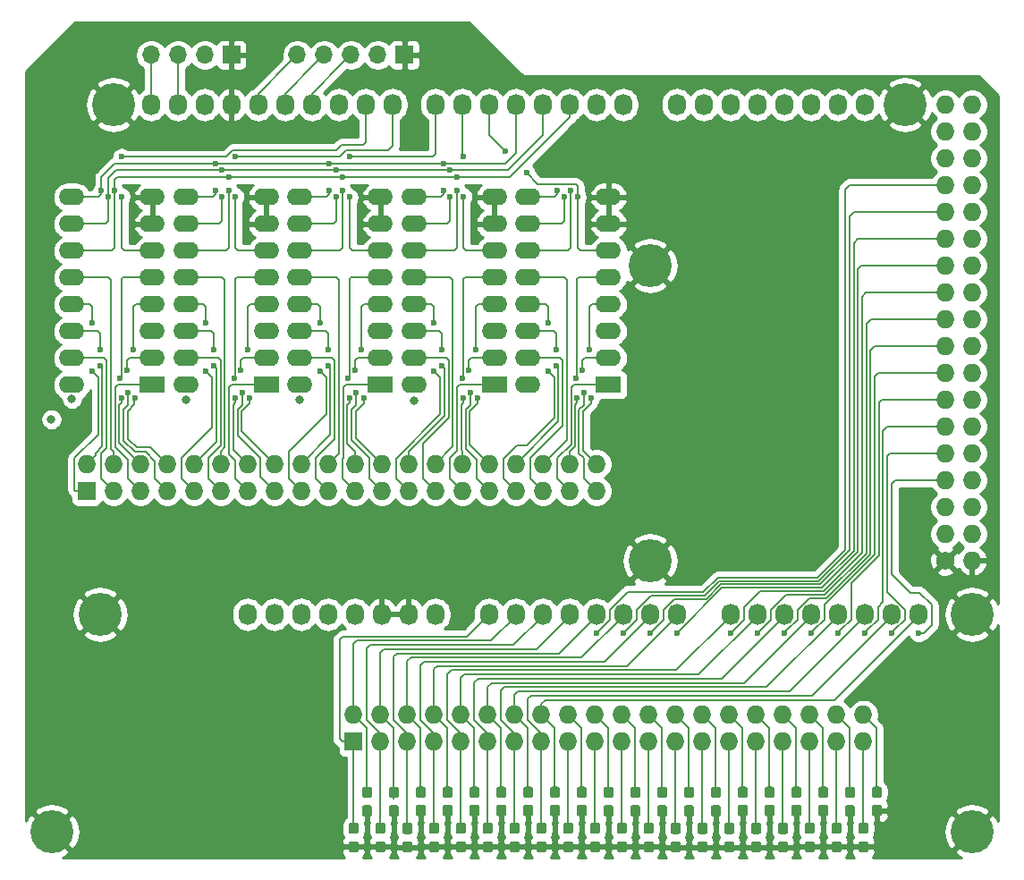
<source format=gbr>
G04 #@! TF.GenerationSoftware,KiCad,Pcbnew,5.1.5-52549c5~86~ubuntu19.10.1*
G04 #@! TF.CreationDate,2020-04-01T18:08:25+02:00*
G04 #@! TF.ProjectId,KabeltesterMEGA,4b616265-6c74-4657-9374-65724d454741,rev?*
G04 #@! TF.SameCoordinates,Original*
G04 #@! TF.FileFunction,Copper,L1,Top*
G04 #@! TF.FilePolarity,Positive*
%FSLAX46Y46*%
G04 Gerber Fmt 4.6, Leading zero omitted, Abs format (unit mm)*
G04 Created by KiCad (PCBNEW 5.1.5-52549c5~86~ubuntu19.10.1) date 2020-04-01 18:08:25*
%MOMM*%
%LPD*%
G04 APERTURE LIST*
%ADD10C,4.064000*%
%ADD11O,2.400000X1.600000*%
%ADD12R,2.400000X1.600000*%
%ADD13C,0.100000*%
%ADD14O,1.700000X1.700000*%
%ADD15R,1.700000X1.700000*%
%ADD16O,1.727200X1.727200*%
%ADD17R,1.727200X1.727200*%
%ADD18C,1.727200*%
%ADD19O,1.727200X2.032000*%
%ADD20C,0.800000*%
%ADD21C,0.600000*%
%ADD22C,0.200000*%
%ADD23C,0.254000*%
G04 APERTURE END LIST*
D10*
X199898000Y-139700000D03*
X112776000Y-139700000D03*
D11*
X114681000Y-97409000D03*
X122301000Y-79629000D03*
X114681000Y-94869000D03*
X122301000Y-82169000D03*
X114681000Y-92329000D03*
X122301000Y-84709000D03*
X114681000Y-89789000D03*
X122301000Y-87249000D03*
X114681000Y-87249000D03*
X122301000Y-89789000D03*
X114681000Y-84709000D03*
X122301000Y-92329000D03*
X114681000Y-82169000D03*
X122301000Y-94869000D03*
X114681000Y-79629000D03*
D12*
X122301000Y-97409000D03*
D11*
X157861000Y-97409000D03*
X165481000Y-79629000D03*
X157861000Y-94869000D03*
X165481000Y-82169000D03*
X157861000Y-92329000D03*
X165481000Y-84709000D03*
X157861000Y-89789000D03*
X165481000Y-87249000D03*
X157861000Y-87249000D03*
X165481000Y-89789000D03*
X157861000Y-84709000D03*
X165481000Y-92329000D03*
X157861000Y-82169000D03*
X165481000Y-94869000D03*
X157861000Y-79629000D03*
D12*
X165481000Y-97409000D03*
D11*
X147066000Y-97409000D03*
X154686000Y-79629000D03*
X147066000Y-94869000D03*
X154686000Y-82169000D03*
X147066000Y-92329000D03*
X154686000Y-84709000D03*
X147066000Y-89789000D03*
X154686000Y-87249000D03*
X147066000Y-87249000D03*
X154686000Y-89789000D03*
X147066000Y-84709000D03*
X154686000Y-92329000D03*
X147066000Y-82169000D03*
X154686000Y-94869000D03*
X147066000Y-79629000D03*
D12*
X154686000Y-97409000D03*
D11*
X136271000Y-97409000D03*
X143891000Y-79629000D03*
X136271000Y-94869000D03*
X143891000Y-82169000D03*
X136271000Y-92329000D03*
X143891000Y-84709000D03*
X136271000Y-89789000D03*
X143891000Y-87249000D03*
X136271000Y-87249000D03*
X143891000Y-89789000D03*
X136271000Y-84709000D03*
X143891000Y-92329000D03*
X136271000Y-82169000D03*
X143891000Y-94869000D03*
X136271000Y-79629000D03*
D12*
X143891000Y-97409000D03*
D11*
X125476000Y-97409000D03*
X133096000Y-79629000D03*
X125476000Y-94869000D03*
X133096000Y-82169000D03*
X125476000Y-92329000D03*
X133096000Y-84709000D03*
X125476000Y-89789000D03*
X133096000Y-87249000D03*
X125476000Y-87249000D03*
X133096000Y-89789000D03*
X125476000Y-84709000D03*
X133096000Y-92329000D03*
X125476000Y-82169000D03*
X133096000Y-94869000D03*
X125476000Y-79629000D03*
D12*
X133096000Y-97409000D03*
G04 #@! TA.AperFunction,SMDPad,CuDef*
D13*
G36*
X191141779Y-137179644D02*
G01*
X191164834Y-137183063D01*
X191187443Y-137188727D01*
X191209387Y-137196579D01*
X191230457Y-137206544D01*
X191250448Y-137218526D01*
X191269168Y-137232410D01*
X191286438Y-137248062D01*
X191302090Y-137265332D01*
X191315974Y-137284052D01*
X191327956Y-137304043D01*
X191337921Y-137325113D01*
X191345773Y-137347057D01*
X191351437Y-137369666D01*
X191354856Y-137392721D01*
X191356000Y-137416000D01*
X191356000Y-137991000D01*
X191354856Y-138014279D01*
X191351437Y-138037334D01*
X191345773Y-138059943D01*
X191337921Y-138081887D01*
X191327956Y-138102957D01*
X191315974Y-138122948D01*
X191302090Y-138141668D01*
X191286438Y-138158938D01*
X191269168Y-138174590D01*
X191250448Y-138188474D01*
X191230457Y-138200456D01*
X191209387Y-138210421D01*
X191187443Y-138218273D01*
X191164834Y-138223937D01*
X191141779Y-138227356D01*
X191118500Y-138228500D01*
X190643500Y-138228500D01*
X190620221Y-138227356D01*
X190597166Y-138223937D01*
X190574557Y-138218273D01*
X190552613Y-138210421D01*
X190531543Y-138200456D01*
X190511552Y-138188474D01*
X190492832Y-138174590D01*
X190475562Y-138158938D01*
X190459910Y-138141668D01*
X190446026Y-138122948D01*
X190434044Y-138102957D01*
X190424079Y-138081887D01*
X190416227Y-138059943D01*
X190410563Y-138037334D01*
X190407144Y-138014279D01*
X190406000Y-137991000D01*
X190406000Y-137416000D01*
X190407144Y-137392721D01*
X190410563Y-137369666D01*
X190416227Y-137347057D01*
X190424079Y-137325113D01*
X190434044Y-137304043D01*
X190446026Y-137284052D01*
X190459910Y-137265332D01*
X190475562Y-137248062D01*
X190492832Y-137232410D01*
X190511552Y-137218526D01*
X190531543Y-137206544D01*
X190552613Y-137196579D01*
X190574557Y-137188727D01*
X190597166Y-137183063D01*
X190620221Y-137179644D01*
X190643500Y-137178500D01*
X191118500Y-137178500D01*
X191141779Y-137179644D01*
G37*
G04 #@! TD.AperFunction*
G04 #@! TA.AperFunction,SMDPad,CuDef*
G36*
X191141779Y-135429644D02*
G01*
X191164834Y-135433063D01*
X191187443Y-135438727D01*
X191209387Y-135446579D01*
X191230457Y-135456544D01*
X191250448Y-135468526D01*
X191269168Y-135482410D01*
X191286438Y-135498062D01*
X191302090Y-135515332D01*
X191315974Y-135534052D01*
X191327956Y-135554043D01*
X191337921Y-135575113D01*
X191345773Y-135597057D01*
X191351437Y-135619666D01*
X191354856Y-135642721D01*
X191356000Y-135666000D01*
X191356000Y-136241000D01*
X191354856Y-136264279D01*
X191351437Y-136287334D01*
X191345773Y-136309943D01*
X191337921Y-136331887D01*
X191327956Y-136352957D01*
X191315974Y-136372948D01*
X191302090Y-136391668D01*
X191286438Y-136408938D01*
X191269168Y-136424590D01*
X191250448Y-136438474D01*
X191230457Y-136450456D01*
X191209387Y-136460421D01*
X191187443Y-136468273D01*
X191164834Y-136473937D01*
X191141779Y-136477356D01*
X191118500Y-136478500D01*
X190643500Y-136478500D01*
X190620221Y-136477356D01*
X190597166Y-136473937D01*
X190574557Y-136468273D01*
X190552613Y-136460421D01*
X190531543Y-136450456D01*
X190511552Y-136438474D01*
X190492832Y-136424590D01*
X190475562Y-136408938D01*
X190459910Y-136391668D01*
X190446026Y-136372948D01*
X190434044Y-136352957D01*
X190424079Y-136331887D01*
X190416227Y-136309943D01*
X190410563Y-136287334D01*
X190407144Y-136264279D01*
X190406000Y-136241000D01*
X190406000Y-135666000D01*
X190407144Y-135642721D01*
X190410563Y-135619666D01*
X190416227Y-135597057D01*
X190424079Y-135575113D01*
X190434044Y-135554043D01*
X190446026Y-135534052D01*
X190459910Y-135515332D01*
X190475562Y-135498062D01*
X190492832Y-135482410D01*
X190511552Y-135468526D01*
X190531543Y-135456544D01*
X190552613Y-135446579D01*
X190574557Y-135438727D01*
X190597166Y-135433063D01*
X190620221Y-135429644D01*
X190643500Y-135428500D01*
X191118500Y-135428500D01*
X191141779Y-135429644D01*
G37*
G04 #@! TD.AperFunction*
G04 #@! TA.AperFunction,SMDPad,CuDef*
G36*
X189871779Y-140608644D02*
G01*
X189894834Y-140612063D01*
X189917443Y-140617727D01*
X189939387Y-140625579D01*
X189960457Y-140635544D01*
X189980448Y-140647526D01*
X189999168Y-140661410D01*
X190016438Y-140677062D01*
X190032090Y-140694332D01*
X190045974Y-140713052D01*
X190057956Y-140733043D01*
X190067921Y-140754113D01*
X190075773Y-140776057D01*
X190081437Y-140798666D01*
X190084856Y-140821721D01*
X190086000Y-140845000D01*
X190086000Y-141420000D01*
X190084856Y-141443279D01*
X190081437Y-141466334D01*
X190075773Y-141488943D01*
X190067921Y-141510887D01*
X190057956Y-141531957D01*
X190045974Y-141551948D01*
X190032090Y-141570668D01*
X190016438Y-141587938D01*
X189999168Y-141603590D01*
X189980448Y-141617474D01*
X189960457Y-141629456D01*
X189939387Y-141639421D01*
X189917443Y-141647273D01*
X189894834Y-141652937D01*
X189871779Y-141656356D01*
X189848500Y-141657500D01*
X189373500Y-141657500D01*
X189350221Y-141656356D01*
X189327166Y-141652937D01*
X189304557Y-141647273D01*
X189282613Y-141639421D01*
X189261543Y-141629456D01*
X189241552Y-141617474D01*
X189222832Y-141603590D01*
X189205562Y-141587938D01*
X189189910Y-141570668D01*
X189176026Y-141551948D01*
X189164044Y-141531957D01*
X189154079Y-141510887D01*
X189146227Y-141488943D01*
X189140563Y-141466334D01*
X189137144Y-141443279D01*
X189136000Y-141420000D01*
X189136000Y-140845000D01*
X189137144Y-140821721D01*
X189140563Y-140798666D01*
X189146227Y-140776057D01*
X189154079Y-140754113D01*
X189164044Y-140733043D01*
X189176026Y-140713052D01*
X189189910Y-140694332D01*
X189205562Y-140677062D01*
X189222832Y-140661410D01*
X189241552Y-140647526D01*
X189261543Y-140635544D01*
X189282613Y-140625579D01*
X189304557Y-140617727D01*
X189327166Y-140612063D01*
X189350221Y-140608644D01*
X189373500Y-140607500D01*
X189848500Y-140607500D01*
X189871779Y-140608644D01*
G37*
G04 #@! TD.AperFunction*
G04 #@! TA.AperFunction,SMDPad,CuDef*
G36*
X189871779Y-138858644D02*
G01*
X189894834Y-138862063D01*
X189917443Y-138867727D01*
X189939387Y-138875579D01*
X189960457Y-138885544D01*
X189980448Y-138897526D01*
X189999168Y-138911410D01*
X190016438Y-138927062D01*
X190032090Y-138944332D01*
X190045974Y-138963052D01*
X190057956Y-138983043D01*
X190067921Y-139004113D01*
X190075773Y-139026057D01*
X190081437Y-139048666D01*
X190084856Y-139071721D01*
X190086000Y-139095000D01*
X190086000Y-139670000D01*
X190084856Y-139693279D01*
X190081437Y-139716334D01*
X190075773Y-139738943D01*
X190067921Y-139760887D01*
X190057956Y-139781957D01*
X190045974Y-139801948D01*
X190032090Y-139820668D01*
X190016438Y-139837938D01*
X189999168Y-139853590D01*
X189980448Y-139867474D01*
X189960457Y-139879456D01*
X189939387Y-139889421D01*
X189917443Y-139897273D01*
X189894834Y-139902937D01*
X189871779Y-139906356D01*
X189848500Y-139907500D01*
X189373500Y-139907500D01*
X189350221Y-139906356D01*
X189327166Y-139902937D01*
X189304557Y-139897273D01*
X189282613Y-139889421D01*
X189261543Y-139879456D01*
X189241552Y-139867474D01*
X189222832Y-139853590D01*
X189205562Y-139837938D01*
X189189910Y-139820668D01*
X189176026Y-139801948D01*
X189164044Y-139781957D01*
X189154079Y-139760887D01*
X189146227Y-139738943D01*
X189140563Y-139716334D01*
X189137144Y-139693279D01*
X189136000Y-139670000D01*
X189136000Y-139095000D01*
X189137144Y-139071721D01*
X189140563Y-139048666D01*
X189146227Y-139026057D01*
X189154079Y-139004113D01*
X189164044Y-138983043D01*
X189176026Y-138963052D01*
X189189910Y-138944332D01*
X189205562Y-138927062D01*
X189222832Y-138911410D01*
X189241552Y-138897526D01*
X189261543Y-138885544D01*
X189282613Y-138875579D01*
X189304557Y-138867727D01*
X189327166Y-138862063D01*
X189350221Y-138858644D01*
X189373500Y-138857500D01*
X189848500Y-138857500D01*
X189871779Y-138858644D01*
G37*
G04 #@! TD.AperFunction*
G04 #@! TA.AperFunction,SMDPad,CuDef*
G36*
X188601779Y-137193644D02*
G01*
X188624834Y-137197063D01*
X188647443Y-137202727D01*
X188669387Y-137210579D01*
X188690457Y-137220544D01*
X188710448Y-137232526D01*
X188729168Y-137246410D01*
X188746438Y-137262062D01*
X188762090Y-137279332D01*
X188775974Y-137298052D01*
X188787956Y-137318043D01*
X188797921Y-137339113D01*
X188805773Y-137361057D01*
X188811437Y-137383666D01*
X188814856Y-137406721D01*
X188816000Y-137430000D01*
X188816000Y-138005000D01*
X188814856Y-138028279D01*
X188811437Y-138051334D01*
X188805773Y-138073943D01*
X188797921Y-138095887D01*
X188787956Y-138116957D01*
X188775974Y-138136948D01*
X188762090Y-138155668D01*
X188746438Y-138172938D01*
X188729168Y-138188590D01*
X188710448Y-138202474D01*
X188690457Y-138214456D01*
X188669387Y-138224421D01*
X188647443Y-138232273D01*
X188624834Y-138237937D01*
X188601779Y-138241356D01*
X188578500Y-138242500D01*
X188103500Y-138242500D01*
X188080221Y-138241356D01*
X188057166Y-138237937D01*
X188034557Y-138232273D01*
X188012613Y-138224421D01*
X187991543Y-138214456D01*
X187971552Y-138202474D01*
X187952832Y-138188590D01*
X187935562Y-138172938D01*
X187919910Y-138155668D01*
X187906026Y-138136948D01*
X187894044Y-138116957D01*
X187884079Y-138095887D01*
X187876227Y-138073943D01*
X187870563Y-138051334D01*
X187867144Y-138028279D01*
X187866000Y-138005000D01*
X187866000Y-137430000D01*
X187867144Y-137406721D01*
X187870563Y-137383666D01*
X187876227Y-137361057D01*
X187884079Y-137339113D01*
X187894044Y-137318043D01*
X187906026Y-137298052D01*
X187919910Y-137279332D01*
X187935562Y-137262062D01*
X187952832Y-137246410D01*
X187971552Y-137232526D01*
X187991543Y-137220544D01*
X188012613Y-137210579D01*
X188034557Y-137202727D01*
X188057166Y-137197063D01*
X188080221Y-137193644D01*
X188103500Y-137192500D01*
X188578500Y-137192500D01*
X188601779Y-137193644D01*
G37*
G04 #@! TD.AperFunction*
G04 #@! TA.AperFunction,SMDPad,CuDef*
G36*
X188601779Y-135443644D02*
G01*
X188624834Y-135447063D01*
X188647443Y-135452727D01*
X188669387Y-135460579D01*
X188690457Y-135470544D01*
X188710448Y-135482526D01*
X188729168Y-135496410D01*
X188746438Y-135512062D01*
X188762090Y-135529332D01*
X188775974Y-135548052D01*
X188787956Y-135568043D01*
X188797921Y-135589113D01*
X188805773Y-135611057D01*
X188811437Y-135633666D01*
X188814856Y-135656721D01*
X188816000Y-135680000D01*
X188816000Y-136255000D01*
X188814856Y-136278279D01*
X188811437Y-136301334D01*
X188805773Y-136323943D01*
X188797921Y-136345887D01*
X188787956Y-136366957D01*
X188775974Y-136386948D01*
X188762090Y-136405668D01*
X188746438Y-136422938D01*
X188729168Y-136438590D01*
X188710448Y-136452474D01*
X188690457Y-136464456D01*
X188669387Y-136474421D01*
X188647443Y-136482273D01*
X188624834Y-136487937D01*
X188601779Y-136491356D01*
X188578500Y-136492500D01*
X188103500Y-136492500D01*
X188080221Y-136491356D01*
X188057166Y-136487937D01*
X188034557Y-136482273D01*
X188012613Y-136474421D01*
X187991543Y-136464456D01*
X187971552Y-136452474D01*
X187952832Y-136438590D01*
X187935562Y-136422938D01*
X187919910Y-136405668D01*
X187906026Y-136386948D01*
X187894044Y-136366957D01*
X187884079Y-136345887D01*
X187876227Y-136323943D01*
X187870563Y-136301334D01*
X187867144Y-136278279D01*
X187866000Y-136255000D01*
X187866000Y-135680000D01*
X187867144Y-135656721D01*
X187870563Y-135633666D01*
X187876227Y-135611057D01*
X187884079Y-135589113D01*
X187894044Y-135568043D01*
X187906026Y-135548052D01*
X187919910Y-135529332D01*
X187935562Y-135512062D01*
X187952832Y-135496410D01*
X187971552Y-135482526D01*
X187991543Y-135470544D01*
X188012613Y-135460579D01*
X188034557Y-135452727D01*
X188057166Y-135447063D01*
X188080221Y-135443644D01*
X188103500Y-135442500D01*
X188578500Y-135442500D01*
X188601779Y-135443644D01*
G37*
G04 #@! TD.AperFunction*
G04 #@! TA.AperFunction,SMDPad,CuDef*
G36*
X187331779Y-140608644D02*
G01*
X187354834Y-140612063D01*
X187377443Y-140617727D01*
X187399387Y-140625579D01*
X187420457Y-140635544D01*
X187440448Y-140647526D01*
X187459168Y-140661410D01*
X187476438Y-140677062D01*
X187492090Y-140694332D01*
X187505974Y-140713052D01*
X187517956Y-140733043D01*
X187527921Y-140754113D01*
X187535773Y-140776057D01*
X187541437Y-140798666D01*
X187544856Y-140821721D01*
X187546000Y-140845000D01*
X187546000Y-141420000D01*
X187544856Y-141443279D01*
X187541437Y-141466334D01*
X187535773Y-141488943D01*
X187527921Y-141510887D01*
X187517956Y-141531957D01*
X187505974Y-141551948D01*
X187492090Y-141570668D01*
X187476438Y-141587938D01*
X187459168Y-141603590D01*
X187440448Y-141617474D01*
X187420457Y-141629456D01*
X187399387Y-141639421D01*
X187377443Y-141647273D01*
X187354834Y-141652937D01*
X187331779Y-141656356D01*
X187308500Y-141657500D01*
X186833500Y-141657500D01*
X186810221Y-141656356D01*
X186787166Y-141652937D01*
X186764557Y-141647273D01*
X186742613Y-141639421D01*
X186721543Y-141629456D01*
X186701552Y-141617474D01*
X186682832Y-141603590D01*
X186665562Y-141587938D01*
X186649910Y-141570668D01*
X186636026Y-141551948D01*
X186624044Y-141531957D01*
X186614079Y-141510887D01*
X186606227Y-141488943D01*
X186600563Y-141466334D01*
X186597144Y-141443279D01*
X186596000Y-141420000D01*
X186596000Y-140845000D01*
X186597144Y-140821721D01*
X186600563Y-140798666D01*
X186606227Y-140776057D01*
X186614079Y-140754113D01*
X186624044Y-140733043D01*
X186636026Y-140713052D01*
X186649910Y-140694332D01*
X186665562Y-140677062D01*
X186682832Y-140661410D01*
X186701552Y-140647526D01*
X186721543Y-140635544D01*
X186742613Y-140625579D01*
X186764557Y-140617727D01*
X186787166Y-140612063D01*
X186810221Y-140608644D01*
X186833500Y-140607500D01*
X187308500Y-140607500D01*
X187331779Y-140608644D01*
G37*
G04 #@! TD.AperFunction*
G04 #@! TA.AperFunction,SMDPad,CuDef*
G36*
X187331779Y-138858644D02*
G01*
X187354834Y-138862063D01*
X187377443Y-138867727D01*
X187399387Y-138875579D01*
X187420457Y-138885544D01*
X187440448Y-138897526D01*
X187459168Y-138911410D01*
X187476438Y-138927062D01*
X187492090Y-138944332D01*
X187505974Y-138963052D01*
X187517956Y-138983043D01*
X187527921Y-139004113D01*
X187535773Y-139026057D01*
X187541437Y-139048666D01*
X187544856Y-139071721D01*
X187546000Y-139095000D01*
X187546000Y-139670000D01*
X187544856Y-139693279D01*
X187541437Y-139716334D01*
X187535773Y-139738943D01*
X187527921Y-139760887D01*
X187517956Y-139781957D01*
X187505974Y-139801948D01*
X187492090Y-139820668D01*
X187476438Y-139837938D01*
X187459168Y-139853590D01*
X187440448Y-139867474D01*
X187420457Y-139879456D01*
X187399387Y-139889421D01*
X187377443Y-139897273D01*
X187354834Y-139902937D01*
X187331779Y-139906356D01*
X187308500Y-139907500D01*
X186833500Y-139907500D01*
X186810221Y-139906356D01*
X186787166Y-139902937D01*
X186764557Y-139897273D01*
X186742613Y-139889421D01*
X186721543Y-139879456D01*
X186701552Y-139867474D01*
X186682832Y-139853590D01*
X186665562Y-139837938D01*
X186649910Y-139820668D01*
X186636026Y-139801948D01*
X186624044Y-139781957D01*
X186614079Y-139760887D01*
X186606227Y-139738943D01*
X186600563Y-139716334D01*
X186597144Y-139693279D01*
X186596000Y-139670000D01*
X186596000Y-139095000D01*
X186597144Y-139071721D01*
X186600563Y-139048666D01*
X186606227Y-139026057D01*
X186614079Y-139004113D01*
X186624044Y-138983043D01*
X186636026Y-138963052D01*
X186649910Y-138944332D01*
X186665562Y-138927062D01*
X186682832Y-138911410D01*
X186701552Y-138897526D01*
X186721543Y-138885544D01*
X186742613Y-138875579D01*
X186764557Y-138867727D01*
X186787166Y-138862063D01*
X186810221Y-138858644D01*
X186833500Y-138857500D01*
X187308500Y-138857500D01*
X187331779Y-138858644D01*
G37*
G04 #@! TD.AperFunction*
G04 #@! TA.AperFunction,SMDPad,CuDef*
G36*
X186061779Y-137179644D02*
G01*
X186084834Y-137183063D01*
X186107443Y-137188727D01*
X186129387Y-137196579D01*
X186150457Y-137206544D01*
X186170448Y-137218526D01*
X186189168Y-137232410D01*
X186206438Y-137248062D01*
X186222090Y-137265332D01*
X186235974Y-137284052D01*
X186247956Y-137304043D01*
X186257921Y-137325113D01*
X186265773Y-137347057D01*
X186271437Y-137369666D01*
X186274856Y-137392721D01*
X186276000Y-137416000D01*
X186276000Y-137991000D01*
X186274856Y-138014279D01*
X186271437Y-138037334D01*
X186265773Y-138059943D01*
X186257921Y-138081887D01*
X186247956Y-138102957D01*
X186235974Y-138122948D01*
X186222090Y-138141668D01*
X186206438Y-138158938D01*
X186189168Y-138174590D01*
X186170448Y-138188474D01*
X186150457Y-138200456D01*
X186129387Y-138210421D01*
X186107443Y-138218273D01*
X186084834Y-138223937D01*
X186061779Y-138227356D01*
X186038500Y-138228500D01*
X185563500Y-138228500D01*
X185540221Y-138227356D01*
X185517166Y-138223937D01*
X185494557Y-138218273D01*
X185472613Y-138210421D01*
X185451543Y-138200456D01*
X185431552Y-138188474D01*
X185412832Y-138174590D01*
X185395562Y-138158938D01*
X185379910Y-138141668D01*
X185366026Y-138122948D01*
X185354044Y-138102957D01*
X185344079Y-138081887D01*
X185336227Y-138059943D01*
X185330563Y-138037334D01*
X185327144Y-138014279D01*
X185326000Y-137991000D01*
X185326000Y-137416000D01*
X185327144Y-137392721D01*
X185330563Y-137369666D01*
X185336227Y-137347057D01*
X185344079Y-137325113D01*
X185354044Y-137304043D01*
X185366026Y-137284052D01*
X185379910Y-137265332D01*
X185395562Y-137248062D01*
X185412832Y-137232410D01*
X185431552Y-137218526D01*
X185451543Y-137206544D01*
X185472613Y-137196579D01*
X185494557Y-137188727D01*
X185517166Y-137183063D01*
X185540221Y-137179644D01*
X185563500Y-137178500D01*
X186038500Y-137178500D01*
X186061779Y-137179644D01*
G37*
G04 #@! TD.AperFunction*
G04 #@! TA.AperFunction,SMDPad,CuDef*
G36*
X186061779Y-135429644D02*
G01*
X186084834Y-135433063D01*
X186107443Y-135438727D01*
X186129387Y-135446579D01*
X186150457Y-135456544D01*
X186170448Y-135468526D01*
X186189168Y-135482410D01*
X186206438Y-135498062D01*
X186222090Y-135515332D01*
X186235974Y-135534052D01*
X186247956Y-135554043D01*
X186257921Y-135575113D01*
X186265773Y-135597057D01*
X186271437Y-135619666D01*
X186274856Y-135642721D01*
X186276000Y-135666000D01*
X186276000Y-136241000D01*
X186274856Y-136264279D01*
X186271437Y-136287334D01*
X186265773Y-136309943D01*
X186257921Y-136331887D01*
X186247956Y-136352957D01*
X186235974Y-136372948D01*
X186222090Y-136391668D01*
X186206438Y-136408938D01*
X186189168Y-136424590D01*
X186170448Y-136438474D01*
X186150457Y-136450456D01*
X186129387Y-136460421D01*
X186107443Y-136468273D01*
X186084834Y-136473937D01*
X186061779Y-136477356D01*
X186038500Y-136478500D01*
X185563500Y-136478500D01*
X185540221Y-136477356D01*
X185517166Y-136473937D01*
X185494557Y-136468273D01*
X185472613Y-136460421D01*
X185451543Y-136450456D01*
X185431552Y-136438474D01*
X185412832Y-136424590D01*
X185395562Y-136408938D01*
X185379910Y-136391668D01*
X185366026Y-136372948D01*
X185354044Y-136352957D01*
X185344079Y-136331887D01*
X185336227Y-136309943D01*
X185330563Y-136287334D01*
X185327144Y-136264279D01*
X185326000Y-136241000D01*
X185326000Y-135666000D01*
X185327144Y-135642721D01*
X185330563Y-135619666D01*
X185336227Y-135597057D01*
X185344079Y-135575113D01*
X185354044Y-135554043D01*
X185366026Y-135534052D01*
X185379910Y-135515332D01*
X185395562Y-135498062D01*
X185412832Y-135482410D01*
X185431552Y-135468526D01*
X185451543Y-135456544D01*
X185472613Y-135446579D01*
X185494557Y-135438727D01*
X185517166Y-135433063D01*
X185540221Y-135429644D01*
X185563500Y-135428500D01*
X186038500Y-135428500D01*
X186061779Y-135429644D01*
G37*
G04 #@! TD.AperFunction*
G04 #@! TA.AperFunction,SMDPad,CuDef*
G36*
X184791779Y-140608644D02*
G01*
X184814834Y-140612063D01*
X184837443Y-140617727D01*
X184859387Y-140625579D01*
X184880457Y-140635544D01*
X184900448Y-140647526D01*
X184919168Y-140661410D01*
X184936438Y-140677062D01*
X184952090Y-140694332D01*
X184965974Y-140713052D01*
X184977956Y-140733043D01*
X184987921Y-140754113D01*
X184995773Y-140776057D01*
X185001437Y-140798666D01*
X185004856Y-140821721D01*
X185006000Y-140845000D01*
X185006000Y-141420000D01*
X185004856Y-141443279D01*
X185001437Y-141466334D01*
X184995773Y-141488943D01*
X184987921Y-141510887D01*
X184977956Y-141531957D01*
X184965974Y-141551948D01*
X184952090Y-141570668D01*
X184936438Y-141587938D01*
X184919168Y-141603590D01*
X184900448Y-141617474D01*
X184880457Y-141629456D01*
X184859387Y-141639421D01*
X184837443Y-141647273D01*
X184814834Y-141652937D01*
X184791779Y-141656356D01*
X184768500Y-141657500D01*
X184293500Y-141657500D01*
X184270221Y-141656356D01*
X184247166Y-141652937D01*
X184224557Y-141647273D01*
X184202613Y-141639421D01*
X184181543Y-141629456D01*
X184161552Y-141617474D01*
X184142832Y-141603590D01*
X184125562Y-141587938D01*
X184109910Y-141570668D01*
X184096026Y-141551948D01*
X184084044Y-141531957D01*
X184074079Y-141510887D01*
X184066227Y-141488943D01*
X184060563Y-141466334D01*
X184057144Y-141443279D01*
X184056000Y-141420000D01*
X184056000Y-140845000D01*
X184057144Y-140821721D01*
X184060563Y-140798666D01*
X184066227Y-140776057D01*
X184074079Y-140754113D01*
X184084044Y-140733043D01*
X184096026Y-140713052D01*
X184109910Y-140694332D01*
X184125562Y-140677062D01*
X184142832Y-140661410D01*
X184161552Y-140647526D01*
X184181543Y-140635544D01*
X184202613Y-140625579D01*
X184224557Y-140617727D01*
X184247166Y-140612063D01*
X184270221Y-140608644D01*
X184293500Y-140607500D01*
X184768500Y-140607500D01*
X184791779Y-140608644D01*
G37*
G04 #@! TD.AperFunction*
G04 #@! TA.AperFunction,SMDPad,CuDef*
G36*
X184791779Y-138858644D02*
G01*
X184814834Y-138862063D01*
X184837443Y-138867727D01*
X184859387Y-138875579D01*
X184880457Y-138885544D01*
X184900448Y-138897526D01*
X184919168Y-138911410D01*
X184936438Y-138927062D01*
X184952090Y-138944332D01*
X184965974Y-138963052D01*
X184977956Y-138983043D01*
X184987921Y-139004113D01*
X184995773Y-139026057D01*
X185001437Y-139048666D01*
X185004856Y-139071721D01*
X185006000Y-139095000D01*
X185006000Y-139670000D01*
X185004856Y-139693279D01*
X185001437Y-139716334D01*
X184995773Y-139738943D01*
X184987921Y-139760887D01*
X184977956Y-139781957D01*
X184965974Y-139801948D01*
X184952090Y-139820668D01*
X184936438Y-139837938D01*
X184919168Y-139853590D01*
X184900448Y-139867474D01*
X184880457Y-139879456D01*
X184859387Y-139889421D01*
X184837443Y-139897273D01*
X184814834Y-139902937D01*
X184791779Y-139906356D01*
X184768500Y-139907500D01*
X184293500Y-139907500D01*
X184270221Y-139906356D01*
X184247166Y-139902937D01*
X184224557Y-139897273D01*
X184202613Y-139889421D01*
X184181543Y-139879456D01*
X184161552Y-139867474D01*
X184142832Y-139853590D01*
X184125562Y-139837938D01*
X184109910Y-139820668D01*
X184096026Y-139801948D01*
X184084044Y-139781957D01*
X184074079Y-139760887D01*
X184066227Y-139738943D01*
X184060563Y-139716334D01*
X184057144Y-139693279D01*
X184056000Y-139670000D01*
X184056000Y-139095000D01*
X184057144Y-139071721D01*
X184060563Y-139048666D01*
X184066227Y-139026057D01*
X184074079Y-139004113D01*
X184084044Y-138983043D01*
X184096026Y-138963052D01*
X184109910Y-138944332D01*
X184125562Y-138927062D01*
X184142832Y-138911410D01*
X184161552Y-138897526D01*
X184181543Y-138885544D01*
X184202613Y-138875579D01*
X184224557Y-138867727D01*
X184247166Y-138862063D01*
X184270221Y-138858644D01*
X184293500Y-138857500D01*
X184768500Y-138857500D01*
X184791779Y-138858644D01*
G37*
G04 #@! TD.AperFunction*
G04 #@! TA.AperFunction,SMDPad,CuDef*
G36*
X183521779Y-137179644D02*
G01*
X183544834Y-137183063D01*
X183567443Y-137188727D01*
X183589387Y-137196579D01*
X183610457Y-137206544D01*
X183630448Y-137218526D01*
X183649168Y-137232410D01*
X183666438Y-137248062D01*
X183682090Y-137265332D01*
X183695974Y-137284052D01*
X183707956Y-137304043D01*
X183717921Y-137325113D01*
X183725773Y-137347057D01*
X183731437Y-137369666D01*
X183734856Y-137392721D01*
X183736000Y-137416000D01*
X183736000Y-137991000D01*
X183734856Y-138014279D01*
X183731437Y-138037334D01*
X183725773Y-138059943D01*
X183717921Y-138081887D01*
X183707956Y-138102957D01*
X183695974Y-138122948D01*
X183682090Y-138141668D01*
X183666438Y-138158938D01*
X183649168Y-138174590D01*
X183630448Y-138188474D01*
X183610457Y-138200456D01*
X183589387Y-138210421D01*
X183567443Y-138218273D01*
X183544834Y-138223937D01*
X183521779Y-138227356D01*
X183498500Y-138228500D01*
X183023500Y-138228500D01*
X183000221Y-138227356D01*
X182977166Y-138223937D01*
X182954557Y-138218273D01*
X182932613Y-138210421D01*
X182911543Y-138200456D01*
X182891552Y-138188474D01*
X182872832Y-138174590D01*
X182855562Y-138158938D01*
X182839910Y-138141668D01*
X182826026Y-138122948D01*
X182814044Y-138102957D01*
X182804079Y-138081887D01*
X182796227Y-138059943D01*
X182790563Y-138037334D01*
X182787144Y-138014279D01*
X182786000Y-137991000D01*
X182786000Y-137416000D01*
X182787144Y-137392721D01*
X182790563Y-137369666D01*
X182796227Y-137347057D01*
X182804079Y-137325113D01*
X182814044Y-137304043D01*
X182826026Y-137284052D01*
X182839910Y-137265332D01*
X182855562Y-137248062D01*
X182872832Y-137232410D01*
X182891552Y-137218526D01*
X182911543Y-137206544D01*
X182932613Y-137196579D01*
X182954557Y-137188727D01*
X182977166Y-137183063D01*
X183000221Y-137179644D01*
X183023500Y-137178500D01*
X183498500Y-137178500D01*
X183521779Y-137179644D01*
G37*
G04 #@! TD.AperFunction*
G04 #@! TA.AperFunction,SMDPad,CuDef*
G36*
X183521779Y-135429644D02*
G01*
X183544834Y-135433063D01*
X183567443Y-135438727D01*
X183589387Y-135446579D01*
X183610457Y-135456544D01*
X183630448Y-135468526D01*
X183649168Y-135482410D01*
X183666438Y-135498062D01*
X183682090Y-135515332D01*
X183695974Y-135534052D01*
X183707956Y-135554043D01*
X183717921Y-135575113D01*
X183725773Y-135597057D01*
X183731437Y-135619666D01*
X183734856Y-135642721D01*
X183736000Y-135666000D01*
X183736000Y-136241000D01*
X183734856Y-136264279D01*
X183731437Y-136287334D01*
X183725773Y-136309943D01*
X183717921Y-136331887D01*
X183707956Y-136352957D01*
X183695974Y-136372948D01*
X183682090Y-136391668D01*
X183666438Y-136408938D01*
X183649168Y-136424590D01*
X183630448Y-136438474D01*
X183610457Y-136450456D01*
X183589387Y-136460421D01*
X183567443Y-136468273D01*
X183544834Y-136473937D01*
X183521779Y-136477356D01*
X183498500Y-136478500D01*
X183023500Y-136478500D01*
X183000221Y-136477356D01*
X182977166Y-136473937D01*
X182954557Y-136468273D01*
X182932613Y-136460421D01*
X182911543Y-136450456D01*
X182891552Y-136438474D01*
X182872832Y-136424590D01*
X182855562Y-136408938D01*
X182839910Y-136391668D01*
X182826026Y-136372948D01*
X182814044Y-136352957D01*
X182804079Y-136331887D01*
X182796227Y-136309943D01*
X182790563Y-136287334D01*
X182787144Y-136264279D01*
X182786000Y-136241000D01*
X182786000Y-135666000D01*
X182787144Y-135642721D01*
X182790563Y-135619666D01*
X182796227Y-135597057D01*
X182804079Y-135575113D01*
X182814044Y-135554043D01*
X182826026Y-135534052D01*
X182839910Y-135515332D01*
X182855562Y-135498062D01*
X182872832Y-135482410D01*
X182891552Y-135468526D01*
X182911543Y-135456544D01*
X182932613Y-135446579D01*
X182954557Y-135438727D01*
X182977166Y-135433063D01*
X183000221Y-135429644D01*
X183023500Y-135428500D01*
X183498500Y-135428500D01*
X183521779Y-135429644D01*
G37*
G04 #@! TD.AperFunction*
G04 #@! TA.AperFunction,SMDPad,CuDef*
G36*
X182251779Y-140622644D02*
G01*
X182274834Y-140626063D01*
X182297443Y-140631727D01*
X182319387Y-140639579D01*
X182340457Y-140649544D01*
X182360448Y-140661526D01*
X182379168Y-140675410D01*
X182396438Y-140691062D01*
X182412090Y-140708332D01*
X182425974Y-140727052D01*
X182437956Y-140747043D01*
X182447921Y-140768113D01*
X182455773Y-140790057D01*
X182461437Y-140812666D01*
X182464856Y-140835721D01*
X182466000Y-140859000D01*
X182466000Y-141434000D01*
X182464856Y-141457279D01*
X182461437Y-141480334D01*
X182455773Y-141502943D01*
X182447921Y-141524887D01*
X182437956Y-141545957D01*
X182425974Y-141565948D01*
X182412090Y-141584668D01*
X182396438Y-141601938D01*
X182379168Y-141617590D01*
X182360448Y-141631474D01*
X182340457Y-141643456D01*
X182319387Y-141653421D01*
X182297443Y-141661273D01*
X182274834Y-141666937D01*
X182251779Y-141670356D01*
X182228500Y-141671500D01*
X181753500Y-141671500D01*
X181730221Y-141670356D01*
X181707166Y-141666937D01*
X181684557Y-141661273D01*
X181662613Y-141653421D01*
X181641543Y-141643456D01*
X181621552Y-141631474D01*
X181602832Y-141617590D01*
X181585562Y-141601938D01*
X181569910Y-141584668D01*
X181556026Y-141565948D01*
X181544044Y-141545957D01*
X181534079Y-141524887D01*
X181526227Y-141502943D01*
X181520563Y-141480334D01*
X181517144Y-141457279D01*
X181516000Y-141434000D01*
X181516000Y-140859000D01*
X181517144Y-140835721D01*
X181520563Y-140812666D01*
X181526227Y-140790057D01*
X181534079Y-140768113D01*
X181544044Y-140747043D01*
X181556026Y-140727052D01*
X181569910Y-140708332D01*
X181585562Y-140691062D01*
X181602832Y-140675410D01*
X181621552Y-140661526D01*
X181641543Y-140649544D01*
X181662613Y-140639579D01*
X181684557Y-140631727D01*
X181707166Y-140626063D01*
X181730221Y-140622644D01*
X181753500Y-140621500D01*
X182228500Y-140621500D01*
X182251779Y-140622644D01*
G37*
G04 #@! TD.AperFunction*
G04 #@! TA.AperFunction,SMDPad,CuDef*
G36*
X182251779Y-138872644D02*
G01*
X182274834Y-138876063D01*
X182297443Y-138881727D01*
X182319387Y-138889579D01*
X182340457Y-138899544D01*
X182360448Y-138911526D01*
X182379168Y-138925410D01*
X182396438Y-138941062D01*
X182412090Y-138958332D01*
X182425974Y-138977052D01*
X182437956Y-138997043D01*
X182447921Y-139018113D01*
X182455773Y-139040057D01*
X182461437Y-139062666D01*
X182464856Y-139085721D01*
X182466000Y-139109000D01*
X182466000Y-139684000D01*
X182464856Y-139707279D01*
X182461437Y-139730334D01*
X182455773Y-139752943D01*
X182447921Y-139774887D01*
X182437956Y-139795957D01*
X182425974Y-139815948D01*
X182412090Y-139834668D01*
X182396438Y-139851938D01*
X182379168Y-139867590D01*
X182360448Y-139881474D01*
X182340457Y-139893456D01*
X182319387Y-139903421D01*
X182297443Y-139911273D01*
X182274834Y-139916937D01*
X182251779Y-139920356D01*
X182228500Y-139921500D01*
X181753500Y-139921500D01*
X181730221Y-139920356D01*
X181707166Y-139916937D01*
X181684557Y-139911273D01*
X181662613Y-139903421D01*
X181641543Y-139893456D01*
X181621552Y-139881474D01*
X181602832Y-139867590D01*
X181585562Y-139851938D01*
X181569910Y-139834668D01*
X181556026Y-139815948D01*
X181544044Y-139795957D01*
X181534079Y-139774887D01*
X181526227Y-139752943D01*
X181520563Y-139730334D01*
X181517144Y-139707279D01*
X181516000Y-139684000D01*
X181516000Y-139109000D01*
X181517144Y-139085721D01*
X181520563Y-139062666D01*
X181526227Y-139040057D01*
X181534079Y-139018113D01*
X181544044Y-138997043D01*
X181556026Y-138977052D01*
X181569910Y-138958332D01*
X181585562Y-138941062D01*
X181602832Y-138925410D01*
X181621552Y-138911526D01*
X181641543Y-138899544D01*
X181662613Y-138889579D01*
X181684557Y-138881727D01*
X181707166Y-138876063D01*
X181730221Y-138872644D01*
X181753500Y-138871500D01*
X182228500Y-138871500D01*
X182251779Y-138872644D01*
G37*
G04 #@! TD.AperFunction*
G04 #@! TA.AperFunction,SMDPad,CuDef*
G36*
X180981779Y-137179644D02*
G01*
X181004834Y-137183063D01*
X181027443Y-137188727D01*
X181049387Y-137196579D01*
X181070457Y-137206544D01*
X181090448Y-137218526D01*
X181109168Y-137232410D01*
X181126438Y-137248062D01*
X181142090Y-137265332D01*
X181155974Y-137284052D01*
X181167956Y-137304043D01*
X181177921Y-137325113D01*
X181185773Y-137347057D01*
X181191437Y-137369666D01*
X181194856Y-137392721D01*
X181196000Y-137416000D01*
X181196000Y-137991000D01*
X181194856Y-138014279D01*
X181191437Y-138037334D01*
X181185773Y-138059943D01*
X181177921Y-138081887D01*
X181167956Y-138102957D01*
X181155974Y-138122948D01*
X181142090Y-138141668D01*
X181126438Y-138158938D01*
X181109168Y-138174590D01*
X181090448Y-138188474D01*
X181070457Y-138200456D01*
X181049387Y-138210421D01*
X181027443Y-138218273D01*
X181004834Y-138223937D01*
X180981779Y-138227356D01*
X180958500Y-138228500D01*
X180483500Y-138228500D01*
X180460221Y-138227356D01*
X180437166Y-138223937D01*
X180414557Y-138218273D01*
X180392613Y-138210421D01*
X180371543Y-138200456D01*
X180351552Y-138188474D01*
X180332832Y-138174590D01*
X180315562Y-138158938D01*
X180299910Y-138141668D01*
X180286026Y-138122948D01*
X180274044Y-138102957D01*
X180264079Y-138081887D01*
X180256227Y-138059943D01*
X180250563Y-138037334D01*
X180247144Y-138014279D01*
X180246000Y-137991000D01*
X180246000Y-137416000D01*
X180247144Y-137392721D01*
X180250563Y-137369666D01*
X180256227Y-137347057D01*
X180264079Y-137325113D01*
X180274044Y-137304043D01*
X180286026Y-137284052D01*
X180299910Y-137265332D01*
X180315562Y-137248062D01*
X180332832Y-137232410D01*
X180351552Y-137218526D01*
X180371543Y-137206544D01*
X180392613Y-137196579D01*
X180414557Y-137188727D01*
X180437166Y-137183063D01*
X180460221Y-137179644D01*
X180483500Y-137178500D01*
X180958500Y-137178500D01*
X180981779Y-137179644D01*
G37*
G04 #@! TD.AperFunction*
G04 #@! TA.AperFunction,SMDPad,CuDef*
G36*
X180981779Y-135429644D02*
G01*
X181004834Y-135433063D01*
X181027443Y-135438727D01*
X181049387Y-135446579D01*
X181070457Y-135456544D01*
X181090448Y-135468526D01*
X181109168Y-135482410D01*
X181126438Y-135498062D01*
X181142090Y-135515332D01*
X181155974Y-135534052D01*
X181167956Y-135554043D01*
X181177921Y-135575113D01*
X181185773Y-135597057D01*
X181191437Y-135619666D01*
X181194856Y-135642721D01*
X181196000Y-135666000D01*
X181196000Y-136241000D01*
X181194856Y-136264279D01*
X181191437Y-136287334D01*
X181185773Y-136309943D01*
X181177921Y-136331887D01*
X181167956Y-136352957D01*
X181155974Y-136372948D01*
X181142090Y-136391668D01*
X181126438Y-136408938D01*
X181109168Y-136424590D01*
X181090448Y-136438474D01*
X181070457Y-136450456D01*
X181049387Y-136460421D01*
X181027443Y-136468273D01*
X181004834Y-136473937D01*
X180981779Y-136477356D01*
X180958500Y-136478500D01*
X180483500Y-136478500D01*
X180460221Y-136477356D01*
X180437166Y-136473937D01*
X180414557Y-136468273D01*
X180392613Y-136460421D01*
X180371543Y-136450456D01*
X180351552Y-136438474D01*
X180332832Y-136424590D01*
X180315562Y-136408938D01*
X180299910Y-136391668D01*
X180286026Y-136372948D01*
X180274044Y-136352957D01*
X180264079Y-136331887D01*
X180256227Y-136309943D01*
X180250563Y-136287334D01*
X180247144Y-136264279D01*
X180246000Y-136241000D01*
X180246000Y-135666000D01*
X180247144Y-135642721D01*
X180250563Y-135619666D01*
X180256227Y-135597057D01*
X180264079Y-135575113D01*
X180274044Y-135554043D01*
X180286026Y-135534052D01*
X180299910Y-135515332D01*
X180315562Y-135498062D01*
X180332832Y-135482410D01*
X180351552Y-135468526D01*
X180371543Y-135456544D01*
X180392613Y-135446579D01*
X180414557Y-135438727D01*
X180437166Y-135433063D01*
X180460221Y-135429644D01*
X180483500Y-135428500D01*
X180958500Y-135428500D01*
X180981779Y-135429644D01*
G37*
G04 #@! TD.AperFunction*
G04 #@! TA.AperFunction,SMDPad,CuDef*
G36*
X179711779Y-140622644D02*
G01*
X179734834Y-140626063D01*
X179757443Y-140631727D01*
X179779387Y-140639579D01*
X179800457Y-140649544D01*
X179820448Y-140661526D01*
X179839168Y-140675410D01*
X179856438Y-140691062D01*
X179872090Y-140708332D01*
X179885974Y-140727052D01*
X179897956Y-140747043D01*
X179907921Y-140768113D01*
X179915773Y-140790057D01*
X179921437Y-140812666D01*
X179924856Y-140835721D01*
X179926000Y-140859000D01*
X179926000Y-141434000D01*
X179924856Y-141457279D01*
X179921437Y-141480334D01*
X179915773Y-141502943D01*
X179907921Y-141524887D01*
X179897956Y-141545957D01*
X179885974Y-141565948D01*
X179872090Y-141584668D01*
X179856438Y-141601938D01*
X179839168Y-141617590D01*
X179820448Y-141631474D01*
X179800457Y-141643456D01*
X179779387Y-141653421D01*
X179757443Y-141661273D01*
X179734834Y-141666937D01*
X179711779Y-141670356D01*
X179688500Y-141671500D01*
X179213500Y-141671500D01*
X179190221Y-141670356D01*
X179167166Y-141666937D01*
X179144557Y-141661273D01*
X179122613Y-141653421D01*
X179101543Y-141643456D01*
X179081552Y-141631474D01*
X179062832Y-141617590D01*
X179045562Y-141601938D01*
X179029910Y-141584668D01*
X179016026Y-141565948D01*
X179004044Y-141545957D01*
X178994079Y-141524887D01*
X178986227Y-141502943D01*
X178980563Y-141480334D01*
X178977144Y-141457279D01*
X178976000Y-141434000D01*
X178976000Y-140859000D01*
X178977144Y-140835721D01*
X178980563Y-140812666D01*
X178986227Y-140790057D01*
X178994079Y-140768113D01*
X179004044Y-140747043D01*
X179016026Y-140727052D01*
X179029910Y-140708332D01*
X179045562Y-140691062D01*
X179062832Y-140675410D01*
X179081552Y-140661526D01*
X179101543Y-140649544D01*
X179122613Y-140639579D01*
X179144557Y-140631727D01*
X179167166Y-140626063D01*
X179190221Y-140622644D01*
X179213500Y-140621500D01*
X179688500Y-140621500D01*
X179711779Y-140622644D01*
G37*
G04 #@! TD.AperFunction*
G04 #@! TA.AperFunction,SMDPad,CuDef*
G36*
X179711779Y-138872644D02*
G01*
X179734834Y-138876063D01*
X179757443Y-138881727D01*
X179779387Y-138889579D01*
X179800457Y-138899544D01*
X179820448Y-138911526D01*
X179839168Y-138925410D01*
X179856438Y-138941062D01*
X179872090Y-138958332D01*
X179885974Y-138977052D01*
X179897956Y-138997043D01*
X179907921Y-139018113D01*
X179915773Y-139040057D01*
X179921437Y-139062666D01*
X179924856Y-139085721D01*
X179926000Y-139109000D01*
X179926000Y-139684000D01*
X179924856Y-139707279D01*
X179921437Y-139730334D01*
X179915773Y-139752943D01*
X179907921Y-139774887D01*
X179897956Y-139795957D01*
X179885974Y-139815948D01*
X179872090Y-139834668D01*
X179856438Y-139851938D01*
X179839168Y-139867590D01*
X179820448Y-139881474D01*
X179800457Y-139893456D01*
X179779387Y-139903421D01*
X179757443Y-139911273D01*
X179734834Y-139916937D01*
X179711779Y-139920356D01*
X179688500Y-139921500D01*
X179213500Y-139921500D01*
X179190221Y-139920356D01*
X179167166Y-139916937D01*
X179144557Y-139911273D01*
X179122613Y-139903421D01*
X179101543Y-139893456D01*
X179081552Y-139881474D01*
X179062832Y-139867590D01*
X179045562Y-139851938D01*
X179029910Y-139834668D01*
X179016026Y-139815948D01*
X179004044Y-139795957D01*
X178994079Y-139774887D01*
X178986227Y-139752943D01*
X178980563Y-139730334D01*
X178977144Y-139707279D01*
X178976000Y-139684000D01*
X178976000Y-139109000D01*
X178977144Y-139085721D01*
X178980563Y-139062666D01*
X178986227Y-139040057D01*
X178994079Y-139018113D01*
X179004044Y-138997043D01*
X179016026Y-138977052D01*
X179029910Y-138958332D01*
X179045562Y-138941062D01*
X179062832Y-138925410D01*
X179081552Y-138911526D01*
X179101543Y-138899544D01*
X179122613Y-138889579D01*
X179144557Y-138881727D01*
X179167166Y-138876063D01*
X179190221Y-138872644D01*
X179213500Y-138871500D01*
X179688500Y-138871500D01*
X179711779Y-138872644D01*
G37*
G04 #@! TD.AperFunction*
G04 #@! TA.AperFunction,SMDPad,CuDef*
G36*
X178441779Y-137179644D02*
G01*
X178464834Y-137183063D01*
X178487443Y-137188727D01*
X178509387Y-137196579D01*
X178530457Y-137206544D01*
X178550448Y-137218526D01*
X178569168Y-137232410D01*
X178586438Y-137248062D01*
X178602090Y-137265332D01*
X178615974Y-137284052D01*
X178627956Y-137304043D01*
X178637921Y-137325113D01*
X178645773Y-137347057D01*
X178651437Y-137369666D01*
X178654856Y-137392721D01*
X178656000Y-137416000D01*
X178656000Y-137991000D01*
X178654856Y-138014279D01*
X178651437Y-138037334D01*
X178645773Y-138059943D01*
X178637921Y-138081887D01*
X178627956Y-138102957D01*
X178615974Y-138122948D01*
X178602090Y-138141668D01*
X178586438Y-138158938D01*
X178569168Y-138174590D01*
X178550448Y-138188474D01*
X178530457Y-138200456D01*
X178509387Y-138210421D01*
X178487443Y-138218273D01*
X178464834Y-138223937D01*
X178441779Y-138227356D01*
X178418500Y-138228500D01*
X177943500Y-138228500D01*
X177920221Y-138227356D01*
X177897166Y-138223937D01*
X177874557Y-138218273D01*
X177852613Y-138210421D01*
X177831543Y-138200456D01*
X177811552Y-138188474D01*
X177792832Y-138174590D01*
X177775562Y-138158938D01*
X177759910Y-138141668D01*
X177746026Y-138122948D01*
X177734044Y-138102957D01*
X177724079Y-138081887D01*
X177716227Y-138059943D01*
X177710563Y-138037334D01*
X177707144Y-138014279D01*
X177706000Y-137991000D01*
X177706000Y-137416000D01*
X177707144Y-137392721D01*
X177710563Y-137369666D01*
X177716227Y-137347057D01*
X177724079Y-137325113D01*
X177734044Y-137304043D01*
X177746026Y-137284052D01*
X177759910Y-137265332D01*
X177775562Y-137248062D01*
X177792832Y-137232410D01*
X177811552Y-137218526D01*
X177831543Y-137206544D01*
X177852613Y-137196579D01*
X177874557Y-137188727D01*
X177897166Y-137183063D01*
X177920221Y-137179644D01*
X177943500Y-137178500D01*
X178418500Y-137178500D01*
X178441779Y-137179644D01*
G37*
G04 #@! TD.AperFunction*
G04 #@! TA.AperFunction,SMDPad,CuDef*
G36*
X178441779Y-135429644D02*
G01*
X178464834Y-135433063D01*
X178487443Y-135438727D01*
X178509387Y-135446579D01*
X178530457Y-135456544D01*
X178550448Y-135468526D01*
X178569168Y-135482410D01*
X178586438Y-135498062D01*
X178602090Y-135515332D01*
X178615974Y-135534052D01*
X178627956Y-135554043D01*
X178637921Y-135575113D01*
X178645773Y-135597057D01*
X178651437Y-135619666D01*
X178654856Y-135642721D01*
X178656000Y-135666000D01*
X178656000Y-136241000D01*
X178654856Y-136264279D01*
X178651437Y-136287334D01*
X178645773Y-136309943D01*
X178637921Y-136331887D01*
X178627956Y-136352957D01*
X178615974Y-136372948D01*
X178602090Y-136391668D01*
X178586438Y-136408938D01*
X178569168Y-136424590D01*
X178550448Y-136438474D01*
X178530457Y-136450456D01*
X178509387Y-136460421D01*
X178487443Y-136468273D01*
X178464834Y-136473937D01*
X178441779Y-136477356D01*
X178418500Y-136478500D01*
X177943500Y-136478500D01*
X177920221Y-136477356D01*
X177897166Y-136473937D01*
X177874557Y-136468273D01*
X177852613Y-136460421D01*
X177831543Y-136450456D01*
X177811552Y-136438474D01*
X177792832Y-136424590D01*
X177775562Y-136408938D01*
X177759910Y-136391668D01*
X177746026Y-136372948D01*
X177734044Y-136352957D01*
X177724079Y-136331887D01*
X177716227Y-136309943D01*
X177710563Y-136287334D01*
X177707144Y-136264279D01*
X177706000Y-136241000D01*
X177706000Y-135666000D01*
X177707144Y-135642721D01*
X177710563Y-135619666D01*
X177716227Y-135597057D01*
X177724079Y-135575113D01*
X177734044Y-135554043D01*
X177746026Y-135534052D01*
X177759910Y-135515332D01*
X177775562Y-135498062D01*
X177792832Y-135482410D01*
X177811552Y-135468526D01*
X177831543Y-135456544D01*
X177852613Y-135446579D01*
X177874557Y-135438727D01*
X177897166Y-135433063D01*
X177920221Y-135429644D01*
X177943500Y-135428500D01*
X178418500Y-135428500D01*
X178441779Y-135429644D01*
G37*
G04 #@! TD.AperFunction*
G04 #@! TA.AperFunction,SMDPad,CuDef*
G36*
X177171779Y-140622644D02*
G01*
X177194834Y-140626063D01*
X177217443Y-140631727D01*
X177239387Y-140639579D01*
X177260457Y-140649544D01*
X177280448Y-140661526D01*
X177299168Y-140675410D01*
X177316438Y-140691062D01*
X177332090Y-140708332D01*
X177345974Y-140727052D01*
X177357956Y-140747043D01*
X177367921Y-140768113D01*
X177375773Y-140790057D01*
X177381437Y-140812666D01*
X177384856Y-140835721D01*
X177386000Y-140859000D01*
X177386000Y-141434000D01*
X177384856Y-141457279D01*
X177381437Y-141480334D01*
X177375773Y-141502943D01*
X177367921Y-141524887D01*
X177357956Y-141545957D01*
X177345974Y-141565948D01*
X177332090Y-141584668D01*
X177316438Y-141601938D01*
X177299168Y-141617590D01*
X177280448Y-141631474D01*
X177260457Y-141643456D01*
X177239387Y-141653421D01*
X177217443Y-141661273D01*
X177194834Y-141666937D01*
X177171779Y-141670356D01*
X177148500Y-141671500D01*
X176673500Y-141671500D01*
X176650221Y-141670356D01*
X176627166Y-141666937D01*
X176604557Y-141661273D01*
X176582613Y-141653421D01*
X176561543Y-141643456D01*
X176541552Y-141631474D01*
X176522832Y-141617590D01*
X176505562Y-141601938D01*
X176489910Y-141584668D01*
X176476026Y-141565948D01*
X176464044Y-141545957D01*
X176454079Y-141524887D01*
X176446227Y-141502943D01*
X176440563Y-141480334D01*
X176437144Y-141457279D01*
X176436000Y-141434000D01*
X176436000Y-140859000D01*
X176437144Y-140835721D01*
X176440563Y-140812666D01*
X176446227Y-140790057D01*
X176454079Y-140768113D01*
X176464044Y-140747043D01*
X176476026Y-140727052D01*
X176489910Y-140708332D01*
X176505562Y-140691062D01*
X176522832Y-140675410D01*
X176541552Y-140661526D01*
X176561543Y-140649544D01*
X176582613Y-140639579D01*
X176604557Y-140631727D01*
X176627166Y-140626063D01*
X176650221Y-140622644D01*
X176673500Y-140621500D01*
X177148500Y-140621500D01*
X177171779Y-140622644D01*
G37*
G04 #@! TD.AperFunction*
G04 #@! TA.AperFunction,SMDPad,CuDef*
G36*
X177171779Y-138872644D02*
G01*
X177194834Y-138876063D01*
X177217443Y-138881727D01*
X177239387Y-138889579D01*
X177260457Y-138899544D01*
X177280448Y-138911526D01*
X177299168Y-138925410D01*
X177316438Y-138941062D01*
X177332090Y-138958332D01*
X177345974Y-138977052D01*
X177357956Y-138997043D01*
X177367921Y-139018113D01*
X177375773Y-139040057D01*
X177381437Y-139062666D01*
X177384856Y-139085721D01*
X177386000Y-139109000D01*
X177386000Y-139684000D01*
X177384856Y-139707279D01*
X177381437Y-139730334D01*
X177375773Y-139752943D01*
X177367921Y-139774887D01*
X177357956Y-139795957D01*
X177345974Y-139815948D01*
X177332090Y-139834668D01*
X177316438Y-139851938D01*
X177299168Y-139867590D01*
X177280448Y-139881474D01*
X177260457Y-139893456D01*
X177239387Y-139903421D01*
X177217443Y-139911273D01*
X177194834Y-139916937D01*
X177171779Y-139920356D01*
X177148500Y-139921500D01*
X176673500Y-139921500D01*
X176650221Y-139920356D01*
X176627166Y-139916937D01*
X176604557Y-139911273D01*
X176582613Y-139903421D01*
X176561543Y-139893456D01*
X176541552Y-139881474D01*
X176522832Y-139867590D01*
X176505562Y-139851938D01*
X176489910Y-139834668D01*
X176476026Y-139815948D01*
X176464044Y-139795957D01*
X176454079Y-139774887D01*
X176446227Y-139752943D01*
X176440563Y-139730334D01*
X176437144Y-139707279D01*
X176436000Y-139684000D01*
X176436000Y-139109000D01*
X176437144Y-139085721D01*
X176440563Y-139062666D01*
X176446227Y-139040057D01*
X176454079Y-139018113D01*
X176464044Y-138997043D01*
X176476026Y-138977052D01*
X176489910Y-138958332D01*
X176505562Y-138941062D01*
X176522832Y-138925410D01*
X176541552Y-138911526D01*
X176561543Y-138899544D01*
X176582613Y-138889579D01*
X176604557Y-138881727D01*
X176627166Y-138876063D01*
X176650221Y-138872644D01*
X176673500Y-138871500D01*
X177148500Y-138871500D01*
X177171779Y-138872644D01*
G37*
G04 #@! TD.AperFunction*
G04 #@! TA.AperFunction,SMDPad,CuDef*
G36*
X175901779Y-137193644D02*
G01*
X175924834Y-137197063D01*
X175947443Y-137202727D01*
X175969387Y-137210579D01*
X175990457Y-137220544D01*
X176010448Y-137232526D01*
X176029168Y-137246410D01*
X176046438Y-137262062D01*
X176062090Y-137279332D01*
X176075974Y-137298052D01*
X176087956Y-137318043D01*
X176097921Y-137339113D01*
X176105773Y-137361057D01*
X176111437Y-137383666D01*
X176114856Y-137406721D01*
X176116000Y-137430000D01*
X176116000Y-138005000D01*
X176114856Y-138028279D01*
X176111437Y-138051334D01*
X176105773Y-138073943D01*
X176097921Y-138095887D01*
X176087956Y-138116957D01*
X176075974Y-138136948D01*
X176062090Y-138155668D01*
X176046438Y-138172938D01*
X176029168Y-138188590D01*
X176010448Y-138202474D01*
X175990457Y-138214456D01*
X175969387Y-138224421D01*
X175947443Y-138232273D01*
X175924834Y-138237937D01*
X175901779Y-138241356D01*
X175878500Y-138242500D01*
X175403500Y-138242500D01*
X175380221Y-138241356D01*
X175357166Y-138237937D01*
X175334557Y-138232273D01*
X175312613Y-138224421D01*
X175291543Y-138214456D01*
X175271552Y-138202474D01*
X175252832Y-138188590D01*
X175235562Y-138172938D01*
X175219910Y-138155668D01*
X175206026Y-138136948D01*
X175194044Y-138116957D01*
X175184079Y-138095887D01*
X175176227Y-138073943D01*
X175170563Y-138051334D01*
X175167144Y-138028279D01*
X175166000Y-138005000D01*
X175166000Y-137430000D01*
X175167144Y-137406721D01*
X175170563Y-137383666D01*
X175176227Y-137361057D01*
X175184079Y-137339113D01*
X175194044Y-137318043D01*
X175206026Y-137298052D01*
X175219910Y-137279332D01*
X175235562Y-137262062D01*
X175252832Y-137246410D01*
X175271552Y-137232526D01*
X175291543Y-137220544D01*
X175312613Y-137210579D01*
X175334557Y-137202727D01*
X175357166Y-137197063D01*
X175380221Y-137193644D01*
X175403500Y-137192500D01*
X175878500Y-137192500D01*
X175901779Y-137193644D01*
G37*
G04 #@! TD.AperFunction*
G04 #@! TA.AperFunction,SMDPad,CuDef*
G36*
X175901779Y-135443644D02*
G01*
X175924834Y-135447063D01*
X175947443Y-135452727D01*
X175969387Y-135460579D01*
X175990457Y-135470544D01*
X176010448Y-135482526D01*
X176029168Y-135496410D01*
X176046438Y-135512062D01*
X176062090Y-135529332D01*
X176075974Y-135548052D01*
X176087956Y-135568043D01*
X176097921Y-135589113D01*
X176105773Y-135611057D01*
X176111437Y-135633666D01*
X176114856Y-135656721D01*
X176116000Y-135680000D01*
X176116000Y-136255000D01*
X176114856Y-136278279D01*
X176111437Y-136301334D01*
X176105773Y-136323943D01*
X176097921Y-136345887D01*
X176087956Y-136366957D01*
X176075974Y-136386948D01*
X176062090Y-136405668D01*
X176046438Y-136422938D01*
X176029168Y-136438590D01*
X176010448Y-136452474D01*
X175990457Y-136464456D01*
X175969387Y-136474421D01*
X175947443Y-136482273D01*
X175924834Y-136487937D01*
X175901779Y-136491356D01*
X175878500Y-136492500D01*
X175403500Y-136492500D01*
X175380221Y-136491356D01*
X175357166Y-136487937D01*
X175334557Y-136482273D01*
X175312613Y-136474421D01*
X175291543Y-136464456D01*
X175271552Y-136452474D01*
X175252832Y-136438590D01*
X175235562Y-136422938D01*
X175219910Y-136405668D01*
X175206026Y-136386948D01*
X175194044Y-136366957D01*
X175184079Y-136345887D01*
X175176227Y-136323943D01*
X175170563Y-136301334D01*
X175167144Y-136278279D01*
X175166000Y-136255000D01*
X175166000Y-135680000D01*
X175167144Y-135656721D01*
X175170563Y-135633666D01*
X175176227Y-135611057D01*
X175184079Y-135589113D01*
X175194044Y-135568043D01*
X175206026Y-135548052D01*
X175219910Y-135529332D01*
X175235562Y-135512062D01*
X175252832Y-135496410D01*
X175271552Y-135482526D01*
X175291543Y-135470544D01*
X175312613Y-135460579D01*
X175334557Y-135452727D01*
X175357166Y-135447063D01*
X175380221Y-135443644D01*
X175403500Y-135442500D01*
X175878500Y-135442500D01*
X175901779Y-135443644D01*
G37*
G04 #@! TD.AperFunction*
G04 #@! TA.AperFunction,SMDPad,CuDef*
G36*
X174631779Y-140622644D02*
G01*
X174654834Y-140626063D01*
X174677443Y-140631727D01*
X174699387Y-140639579D01*
X174720457Y-140649544D01*
X174740448Y-140661526D01*
X174759168Y-140675410D01*
X174776438Y-140691062D01*
X174792090Y-140708332D01*
X174805974Y-140727052D01*
X174817956Y-140747043D01*
X174827921Y-140768113D01*
X174835773Y-140790057D01*
X174841437Y-140812666D01*
X174844856Y-140835721D01*
X174846000Y-140859000D01*
X174846000Y-141434000D01*
X174844856Y-141457279D01*
X174841437Y-141480334D01*
X174835773Y-141502943D01*
X174827921Y-141524887D01*
X174817956Y-141545957D01*
X174805974Y-141565948D01*
X174792090Y-141584668D01*
X174776438Y-141601938D01*
X174759168Y-141617590D01*
X174740448Y-141631474D01*
X174720457Y-141643456D01*
X174699387Y-141653421D01*
X174677443Y-141661273D01*
X174654834Y-141666937D01*
X174631779Y-141670356D01*
X174608500Y-141671500D01*
X174133500Y-141671500D01*
X174110221Y-141670356D01*
X174087166Y-141666937D01*
X174064557Y-141661273D01*
X174042613Y-141653421D01*
X174021543Y-141643456D01*
X174001552Y-141631474D01*
X173982832Y-141617590D01*
X173965562Y-141601938D01*
X173949910Y-141584668D01*
X173936026Y-141565948D01*
X173924044Y-141545957D01*
X173914079Y-141524887D01*
X173906227Y-141502943D01*
X173900563Y-141480334D01*
X173897144Y-141457279D01*
X173896000Y-141434000D01*
X173896000Y-140859000D01*
X173897144Y-140835721D01*
X173900563Y-140812666D01*
X173906227Y-140790057D01*
X173914079Y-140768113D01*
X173924044Y-140747043D01*
X173936026Y-140727052D01*
X173949910Y-140708332D01*
X173965562Y-140691062D01*
X173982832Y-140675410D01*
X174001552Y-140661526D01*
X174021543Y-140649544D01*
X174042613Y-140639579D01*
X174064557Y-140631727D01*
X174087166Y-140626063D01*
X174110221Y-140622644D01*
X174133500Y-140621500D01*
X174608500Y-140621500D01*
X174631779Y-140622644D01*
G37*
G04 #@! TD.AperFunction*
G04 #@! TA.AperFunction,SMDPad,CuDef*
G36*
X174631779Y-138872644D02*
G01*
X174654834Y-138876063D01*
X174677443Y-138881727D01*
X174699387Y-138889579D01*
X174720457Y-138899544D01*
X174740448Y-138911526D01*
X174759168Y-138925410D01*
X174776438Y-138941062D01*
X174792090Y-138958332D01*
X174805974Y-138977052D01*
X174817956Y-138997043D01*
X174827921Y-139018113D01*
X174835773Y-139040057D01*
X174841437Y-139062666D01*
X174844856Y-139085721D01*
X174846000Y-139109000D01*
X174846000Y-139684000D01*
X174844856Y-139707279D01*
X174841437Y-139730334D01*
X174835773Y-139752943D01*
X174827921Y-139774887D01*
X174817956Y-139795957D01*
X174805974Y-139815948D01*
X174792090Y-139834668D01*
X174776438Y-139851938D01*
X174759168Y-139867590D01*
X174740448Y-139881474D01*
X174720457Y-139893456D01*
X174699387Y-139903421D01*
X174677443Y-139911273D01*
X174654834Y-139916937D01*
X174631779Y-139920356D01*
X174608500Y-139921500D01*
X174133500Y-139921500D01*
X174110221Y-139920356D01*
X174087166Y-139916937D01*
X174064557Y-139911273D01*
X174042613Y-139903421D01*
X174021543Y-139893456D01*
X174001552Y-139881474D01*
X173982832Y-139867590D01*
X173965562Y-139851938D01*
X173949910Y-139834668D01*
X173936026Y-139815948D01*
X173924044Y-139795957D01*
X173914079Y-139774887D01*
X173906227Y-139752943D01*
X173900563Y-139730334D01*
X173897144Y-139707279D01*
X173896000Y-139684000D01*
X173896000Y-139109000D01*
X173897144Y-139085721D01*
X173900563Y-139062666D01*
X173906227Y-139040057D01*
X173914079Y-139018113D01*
X173924044Y-138997043D01*
X173936026Y-138977052D01*
X173949910Y-138958332D01*
X173965562Y-138941062D01*
X173982832Y-138925410D01*
X174001552Y-138911526D01*
X174021543Y-138899544D01*
X174042613Y-138889579D01*
X174064557Y-138881727D01*
X174087166Y-138876063D01*
X174110221Y-138872644D01*
X174133500Y-138871500D01*
X174608500Y-138871500D01*
X174631779Y-138872644D01*
G37*
G04 #@! TD.AperFunction*
G04 #@! TA.AperFunction,SMDPad,CuDef*
G36*
X173361779Y-137193644D02*
G01*
X173384834Y-137197063D01*
X173407443Y-137202727D01*
X173429387Y-137210579D01*
X173450457Y-137220544D01*
X173470448Y-137232526D01*
X173489168Y-137246410D01*
X173506438Y-137262062D01*
X173522090Y-137279332D01*
X173535974Y-137298052D01*
X173547956Y-137318043D01*
X173557921Y-137339113D01*
X173565773Y-137361057D01*
X173571437Y-137383666D01*
X173574856Y-137406721D01*
X173576000Y-137430000D01*
X173576000Y-138005000D01*
X173574856Y-138028279D01*
X173571437Y-138051334D01*
X173565773Y-138073943D01*
X173557921Y-138095887D01*
X173547956Y-138116957D01*
X173535974Y-138136948D01*
X173522090Y-138155668D01*
X173506438Y-138172938D01*
X173489168Y-138188590D01*
X173470448Y-138202474D01*
X173450457Y-138214456D01*
X173429387Y-138224421D01*
X173407443Y-138232273D01*
X173384834Y-138237937D01*
X173361779Y-138241356D01*
X173338500Y-138242500D01*
X172863500Y-138242500D01*
X172840221Y-138241356D01*
X172817166Y-138237937D01*
X172794557Y-138232273D01*
X172772613Y-138224421D01*
X172751543Y-138214456D01*
X172731552Y-138202474D01*
X172712832Y-138188590D01*
X172695562Y-138172938D01*
X172679910Y-138155668D01*
X172666026Y-138136948D01*
X172654044Y-138116957D01*
X172644079Y-138095887D01*
X172636227Y-138073943D01*
X172630563Y-138051334D01*
X172627144Y-138028279D01*
X172626000Y-138005000D01*
X172626000Y-137430000D01*
X172627144Y-137406721D01*
X172630563Y-137383666D01*
X172636227Y-137361057D01*
X172644079Y-137339113D01*
X172654044Y-137318043D01*
X172666026Y-137298052D01*
X172679910Y-137279332D01*
X172695562Y-137262062D01*
X172712832Y-137246410D01*
X172731552Y-137232526D01*
X172751543Y-137220544D01*
X172772613Y-137210579D01*
X172794557Y-137202727D01*
X172817166Y-137197063D01*
X172840221Y-137193644D01*
X172863500Y-137192500D01*
X173338500Y-137192500D01*
X173361779Y-137193644D01*
G37*
G04 #@! TD.AperFunction*
G04 #@! TA.AperFunction,SMDPad,CuDef*
G36*
X173361779Y-135443644D02*
G01*
X173384834Y-135447063D01*
X173407443Y-135452727D01*
X173429387Y-135460579D01*
X173450457Y-135470544D01*
X173470448Y-135482526D01*
X173489168Y-135496410D01*
X173506438Y-135512062D01*
X173522090Y-135529332D01*
X173535974Y-135548052D01*
X173547956Y-135568043D01*
X173557921Y-135589113D01*
X173565773Y-135611057D01*
X173571437Y-135633666D01*
X173574856Y-135656721D01*
X173576000Y-135680000D01*
X173576000Y-136255000D01*
X173574856Y-136278279D01*
X173571437Y-136301334D01*
X173565773Y-136323943D01*
X173557921Y-136345887D01*
X173547956Y-136366957D01*
X173535974Y-136386948D01*
X173522090Y-136405668D01*
X173506438Y-136422938D01*
X173489168Y-136438590D01*
X173470448Y-136452474D01*
X173450457Y-136464456D01*
X173429387Y-136474421D01*
X173407443Y-136482273D01*
X173384834Y-136487937D01*
X173361779Y-136491356D01*
X173338500Y-136492500D01*
X172863500Y-136492500D01*
X172840221Y-136491356D01*
X172817166Y-136487937D01*
X172794557Y-136482273D01*
X172772613Y-136474421D01*
X172751543Y-136464456D01*
X172731552Y-136452474D01*
X172712832Y-136438590D01*
X172695562Y-136422938D01*
X172679910Y-136405668D01*
X172666026Y-136386948D01*
X172654044Y-136366957D01*
X172644079Y-136345887D01*
X172636227Y-136323943D01*
X172630563Y-136301334D01*
X172627144Y-136278279D01*
X172626000Y-136255000D01*
X172626000Y-135680000D01*
X172627144Y-135656721D01*
X172630563Y-135633666D01*
X172636227Y-135611057D01*
X172644079Y-135589113D01*
X172654044Y-135568043D01*
X172666026Y-135548052D01*
X172679910Y-135529332D01*
X172695562Y-135512062D01*
X172712832Y-135496410D01*
X172731552Y-135482526D01*
X172751543Y-135470544D01*
X172772613Y-135460579D01*
X172794557Y-135452727D01*
X172817166Y-135447063D01*
X172840221Y-135443644D01*
X172863500Y-135442500D01*
X173338500Y-135442500D01*
X173361779Y-135443644D01*
G37*
G04 #@! TD.AperFunction*
G04 #@! TA.AperFunction,SMDPad,CuDef*
G36*
X172091779Y-140622644D02*
G01*
X172114834Y-140626063D01*
X172137443Y-140631727D01*
X172159387Y-140639579D01*
X172180457Y-140649544D01*
X172200448Y-140661526D01*
X172219168Y-140675410D01*
X172236438Y-140691062D01*
X172252090Y-140708332D01*
X172265974Y-140727052D01*
X172277956Y-140747043D01*
X172287921Y-140768113D01*
X172295773Y-140790057D01*
X172301437Y-140812666D01*
X172304856Y-140835721D01*
X172306000Y-140859000D01*
X172306000Y-141434000D01*
X172304856Y-141457279D01*
X172301437Y-141480334D01*
X172295773Y-141502943D01*
X172287921Y-141524887D01*
X172277956Y-141545957D01*
X172265974Y-141565948D01*
X172252090Y-141584668D01*
X172236438Y-141601938D01*
X172219168Y-141617590D01*
X172200448Y-141631474D01*
X172180457Y-141643456D01*
X172159387Y-141653421D01*
X172137443Y-141661273D01*
X172114834Y-141666937D01*
X172091779Y-141670356D01*
X172068500Y-141671500D01*
X171593500Y-141671500D01*
X171570221Y-141670356D01*
X171547166Y-141666937D01*
X171524557Y-141661273D01*
X171502613Y-141653421D01*
X171481543Y-141643456D01*
X171461552Y-141631474D01*
X171442832Y-141617590D01*
X171425562Y-141601938D01*
X171409910Y-141584668D01*
X171396026Y-141565948D01*
X171384044Y-141545957D01*
X171374079Y-141524887D01*
X171366227Y-141502943D01*
X171360563Y-141480334D01*
X171357144Y-141457279D01*
X171356000Y-141434000D01*
X171356000Y-140859000D01*
X171357144Y-140835721D01*
X171360563Y-140812666D01*
X171366227Y-140790057D01*
X171374079Y-140768113D01*
X171384044Y-140747043D01*
X171396026Y-140727052D01*
X171409910Y-140708332D01*
X171425562Y-140691062D01*
X171442832Y-140675410D01*
X171461552Y-140661526D01*
X171481543Y-140649544D01*
X171502613Y-140639579D01*
X171524557Y-140631727D01*
X171547166Y-140626063D01*
X171570221Y-140622644D01*
X171593500Y-140621500D01*
X172068500Y-140621500D01*
X172091779Y-140622644D01*
G37*
G04 #@! TD.AperFunction*
G04 #@! TA.AperFunction,SMDPad,CuDef*
G36*
X172091779Y-138872644D02*
G01*
X172114834Y-138876063D01*
X172137443Y-138881727D01*
X172159387Y-138889579D01*
X172180457Y-138899544D01*
X172200448Y-138911526D01*
X172219168Y-138925410D01*
X172236438Y-138941062D01*
X172252090Y-138958332D01*
X172265974Y-138977052D01*
X172277956Y-138997043D01*
X172287921Y-139018113D01*
X172295773Y-139040057D01*
X172301437Y-139062666D01*
X172304856Y-139085721D01*
X172306000Y-139109000D01*
X172306000Y-139684000D01*
X172304856Y-139707279D01*
X172301437Y-139730334D01*
X172295773Y-139752943D01*
X172287921Y-139774887D01*
X172277956Y-139795957D01*
X172265974Y-139815948D01*
X172252090Y-139834668D01*
X172236438Y-139851938D01*
X172219168Y-139867590D01*
X172200448Y-139881474D01*
X172180457Y-139893456D01*
X172159387Y-139903421D01*
X172137443Y-139911273D01*
X172114834Y-139916937D01*
X172091779Y-139920356D01*
X172068500Y-139921500D01*
X171593500Y-139921500D01*
X171570221Y-139920356D01*
X171547166Y-139916937D01*
X171524557Y-139911273D01*
X171502613Y-139903421D01*
X171481543Y-139893456D01*
X171461552Y-139881474D01*
X171442832Y-139867590D01*
X171425562Y-139851938D01*
X171409910Y-139834668D01*
X171396026Y-139815948D01*
X171384044Y-139795957D01*
X171374079Y-139774887D01*
X171366227Y-139752943D01*
X171360563Y-139730334D01*
X171357144Y-139707279D01*
X171356000Y-139684000D01*
X171356000Y-139109000D01*
X171357144Y-139085721D01*
X171360563Y-139062666D01*
X171366227Y-139040057D01*
X171374079Y-139018113D01*
X171384044Y-138997043D01*
X171396026Y-138977052D01*
X171409910Y-138958332D01*
X171425562Y-138941062D01*
X171442832Y-138925410D01*
X171461552Y-138911526D01*
X171481543Y-138899544D01*
X171502613Y-138889579D01*
X171524557Y-138881727D01*
X171547166Y-138876063D01*
X171570221Y-138872644D01*
X171593500Y-138871500D01*
X172068500Y-138871500D01*
X172091779Y-138872644D01*
G37*
G04 #@! TD.AperFunction*
G04 #@! TA.AperFunction,SMDPad,CuDef*
G36*
X170821779Y-137193644D02*
G01*
X170844834Y-137197063D01*
X170867443Y-137202727D01*
X170889387Y-137210579D01*
X170910457Y-137220544D01*
X170930448Y-137232526D01*
X170949168Y-137246410D01*
X170966438Y-137262062D01*
X170982090Y-137279332D01*
X170995974Y-137298052D01*
X171007956Y-137318043D01*
X171017921Y-137339113D01*
X171025773Y-137361057D01*
X171031437Y-137383666D01*
X171034856Y-137406721D01*
X171036000Y-137430000D01*
X171036000Y-138005000D01*
X171034856Y-138028279D01*
X171031437Y-138051334D01*
X171025773Y-138073943D01*
X171017921Y-138095887D01*
X171007956Y-138116957D01*
X170995974Y-138136948D01*
X170982090Y-138155668D01*
X170966438Y-138172938D01*
X170949168Y-138188590D01*
X170930448Y-138202474D01*
X170910457Y-138214456D01*
X170889387Y-138224421D01*
X170867443Y-138232273D01*
X170844834Y-138237937D01*
X170821779Y-138241356D01*
X170798500Y-138242500D01*
X170323500Y-138242500D01*
X170300221Y-138241356D01*
X170277166Y-138237937D01*
X170254557Y-138232273D01*
X170232613Y-138224421D01*
X170211543Y-138214456D01*
X170191552Y-138202474D01*
X170172832Y-138188590D01*
X170155562Y-138172938D01*
X170139910Y-138155668D01*
X170126026Y-138136948D01*
X170114044Y-138116957D01*
X170104079Y-138095887D01*
X170096227Y-138073943D01*
X170090563Y-138051334D01*
X170087144Y-138028279D01*
X170086000Y-138005000D01*
X170086000Y-137430000D01*
X170087144Y-137406721D01*
X170090563Y-137383666D01*
X170096227Y-137361057D01*
X170104079Y-137339113D01*
X170114044Y-137318043D01*
X170126026Y-137298052D01*
X170139910Y-137279332D01*
X170155562Y-137262062D01*
X170172832Y-137246410D01*
X170191552Y-137232526D01*
X170211543Y-137220544D01*
X170232613Y-137210579D01*
X170254557Y-137202727D01*
X170277166Y-137197063D01*
X170300221Y-137193644D01*
X170323500Y-137192500D01*
X170798500Y-137192500D01*
X170821779Y-137193644D01*
G37*
G04 #@! TD.AperFunction*
G04 #@! TA.AperFunction,SMDPad,CuDef*
G36*
X170821779Y-135443644D02*
G01*
X170844834Y-135447063D01*
X170867443Y-135452727D01*
X170889387Y-135460579D01*
X170910457Y-135470544D01*
X170930448Y-135482526D01*
X170949168Y-135496410D01*
X170966438Y-135512062D01*
X170982090Y-135529332D01*
X170995974Y-135548052D01*
X171007956Y-135568043D01*
X171017921Y-135589113D01*
X171025773Y-135611057D01*
X171031437Y-135633666D01*
X171034856Y-135656721D01*
X171036000Y-135680000D01*
X171036000Y-136255000D01*
X171034856Y-136278279D01*
X171031437Y-136301334D01*
X171025773Y-136323943D01*
X171017921Y-136345887D01*
X171007956Y-136366957D01*
X170995974Y-136386948D01*
X170982090Y-136405668D01*
X170966438Y-136422938D01*
X170949168Y-136438590D01*
X170930448Y-136452474D01*
X170910457Y-136464456D01*
X170889387Y-136474421D01*
X170867443Y-136482273D01*
X170844834Y-136487937D01*
X170821779Y-136491356D01*
X170798500Y-136492500D01*
X170323500Y-136492500D01*
X170300221Y-136491356D01*
X170277166Y-136487937D01*
X170254557Y-136482273D01*
X170232613Y-136474421D01*
X170211543Y-136464456D01*
X170191552Y-136452474D01*
X170172832Y-136438590D01*
X170155562Y-136422938D01*
X170139910Y-136405668D01*
X170126026Y-136386948D01*
X170114044Y-136366957D01*
X170104079Y-136345887D01*
X170096227Y-136323943D01*
X170090563Y-136301334D01*
X170087144Y-136278279D01*
X170086000Y-136255000D01*
X170086000Y-135680000D01*
X170087144Y-135656721D01*
X170090563Y-135633666D01*
X170096227Y-135611057D01*
X170104079Y-135589113D01*
X170114044Y-135568043D01*
X170126026Y-135548052D01*
X170139910Y-135529332D01*
X170155562Y-135512062D01*
X170172832Y-135496410D01*
X170191552Y-135482526D01*
X170211543Y-135470544D01*
X170232613Y-135460579D01*
X170254557Y-135452727D01*
X170277166Y-135447063D01*
X170300221Y-135443644D01*
X170323500Y-135442500D01*
X170798500Y-135442500D01*
X170821779Y-135443644D01*
G37*
G04 #@! TD.AperFunction*
G04 #@! TA.AperFunction,SMDPad,CuDef*
G36*
X169551779Y-140608644D02*
G01*
X169574834Y-140612063D01*
X169597443Y-140617727D01*
X169619387Y-140625579D01*
X169640457Y-140635544D01*
X169660448Y-140647526D01*
X169679168Y-140661410D01*
X169696438Y-140677062D01*
X169712090Y-140694332D01*
X169725974Y-140713052D01*
X169737956Y-140733043D01*
X169747921Y-140754113D01*
X169755773Y-140776057D01*
X169761437Y-140798666D01*
X169764856Y-140821721D01*
X169766000Y-140845000D01*
X169766000Y-141420000D01*
X169764856Y-141443279D01*
X169761437Y-141466334D01*
X169755773Y-141488943D01*
X169747921Y-141510887D01*
X169737956Y-141531957D01*
X169725974Y-141551948D01*
X169712090Y-141570668D01*
X169696438Y-141587938D01*
X169679168Y-141603590D01*
X169660448Y-141617474D01*
X169640457Y-141629456D01*
X169619387Y-141639421D01*
X169597443Y-141647273D01*
X169574834Y-141652937D01*
X169551779Y-141656356D01*
X169528500Y-141657500D01*
X169053500Y-141657500D01*
X169030221Y-141656356D01*
X169007166Y-141652937D01*
X168984557Y-141647273D01*
X168962613Y-141639421D01*
X168941543Y-141629456D01*
X168921552Y-141617474D01*
X168902832Y-141603590D01*
X168885562Y-141587938D01*
X168869910Y-141570668D01*
X168856026Y-141551948D01*
X168844044Y-141531957D01*
X168834079Y-141510887D01*
X168826227Y-141488943D01*
X168820563Y-141466334D01*
X168817144Y-141443279D01*
X168816000Y-141420000D01*
X168816000Y-140845000D01*
X168817144Y-140821721D01*
X168820563Y-140798666D01*
X168826227Y-140776057D01*
X168834079Y-140754113D01*
X168844044Y-140733043D01*
X168856026Y-140713052D01*
X168869910Y-140694332D01*
X168885562Y-140677062D01*
X168902832Y-140661410D01*
X168921552Y-140647526D01*
X168941543Y-140635544D01*
X168962613Y-140625579D01*
X168984557Y-140617727D01*
X169007166Y-140612063D01*
X169030221Y-140608644D01*
X169053500Y-140607500D01*
X169528500Y-140607500D01*
X169551779Y-140608644D01*
G37*
G04 #@! TD.AperFunction*
G04 #@! TA.AperFunction,SMDPad,CuDef*
G36*
X169551779Y-138858644D02*
G01*
X169574834Y-138862063D01*
X169597443Y-138867727D01*
X169619387Y-138875579D01*
X169640457Y-138885544D01*
X169660448Y-138897526D01*
X169679168Y-138911410D01*
X169696438Y-138927062D01*
X169712090Y-138944332D01*
X169725974Y-138963052D01*
X169737956Y-138983043D01*
X169747921Y-139004113D01*
X169755773Y-139026057D01*
X169761437Y-139048666D01*
X169764856Y-139071721D01*
X169766000Y-139095000D01*
X169766000Y-139670000D01*
X169764856Y-139693279D01*
X169761437Y-139716334D01*
X169755773Y-139738943D01*
X169747921Y-139760887D01*
X169737956Y-139781957D01*
X169725974Y-139801948D01*
X169712090Y-139820668D01*
X169696438Y-139837938D01*
X169679168Y-139853590D01*
X169660448Y-139867474D01*
X169640457Y-139879456D01*
X169619387Y-139889421D01*
X169597443Y-139897273D01*
X169574834Y-139902937D01*
X169551779Y-139906356D01*
X169528500Y-139907500D01*
X169053500Y-139907500D01*
X169030221Y-139906356D01*
X169007166Y-139902937D01*
X168984557Y-139897273D01*
X168962613Y-139889421D01*
X168941543Y-139879456D01*
X168921552Y-139867474D01*
X168902832Y-139853590D01*
X168885562Y-139837938D01*
X168869910Y-139820668D01*
X168856026Y-139801948D01*
X168844044Y-139781957D01*
X168834079Y-139760887D01*
X168826227Y-139738943D01*
X168820563Y-139716334D01*
X168817144Y-139693279D01*
X168816000Y-139670000D01*
X168816000Y-139095000D01*
X168817144Y-139071721D01*
X168820563Y-139048666D01*
X168826227Y-139026057D01*
X168834079Y-139004113D01*
X168844044Y-138983043D01*
X168856026Y-138963052D01*
X168869910Y-138944332D01*
X168885562Y-138927062D01*
X168902832Y-138911410D01*
X168921552Y-138897526D01*
X168941543Y-138885544D01*
X168962613Y-138875579D01*
X168984557Y-138867727D01*
X169007166Y-138862063D01*
X169030221Y-138858644D01*
X169053500Y-138857500D01*
X169528500Y-138857500D01*
X169551779Y-138858644D01*
G37*
G04 #@! TD.AperFunction*
G04 #@! TA.AperFunction,SMDPad,CuDef*
G36*
X168281779Y-137193644D02*
G01*
X168304834Y-137197063D01*
X168327443Y-137202727D01*
X168349387Y-137210579D01*
X168370457Y-137220544D01*
X168390448Y-137232526D01*
X168409168Y-137246410D01*
X168426438Y-137262062D01*
X168442090Y-137279332D01*
X168455974Y-137298052D01*
X168467956Y-137318043D01*
X168477921Y-137339113D01*
X168485773Y-137361057D01*
X168491437Y-137383666D01*
X168494856Y-137406721D01*
X168496000Y-137430000D01*
X168496000Y-138005000D01*
X168494856Y-138028279D01*
X168491437Y-138051334D01*
X168485773Y-138073943D01*
X168477921Y-138095887D01*
X168467956Y-138116957D01*
X168455974Y-138136948D01*
X168442090Y-138155668D01*
X168426438Y-138172938D01*
X168409168Y-138188590D01*
X168390448Y-138202474D01*
X168370457Y-138214456D01*
X168349387Y-138224421D01*
X168327443Y-138232273D01*
X168304834Y-138237937D01*
X168281779Y-138241356D01*
X168258500Y-138242500D01*
X167783500Y-138242500D01*
X167760221Y-138241356D01*
X167737166Y-138237937D01*
X167714557Y-138232273D01*
X167692613Y-138224421D01*
X167671543Y-138214456D01*
X167651552Y-138202474D01*
X167632832Y-138188590D01*
X167615562Y-138172938D01*
X167599910Y-138155668D01*
X167586026Y-138136948D01*
X167574044Y-138116957D01*
X167564079Y-138095887D01*
X167556227Y-138073943D01*
X167550563Y-138051334D01*
X167547144Y-138028279D01*
X167546000Y-138005000D01*
X167546000Y-137430000D01*
X167547144Y-137406721D01*
X167550563Y-137383666D01*
X167556227Y-137361057D01*
X167564079Y-137339113D01*
X167574044Y-137318043D01*
X167586026Y-137298052D01*
X167599910Y-137279332D01*
X167615562Y-137262062D01*
X167632832Y-137246410D01*
X167651552Y-137232526D01*
X167671543Y-137220544D01*
X167692613Y-137210579D01*
X167714557Y-137202727D01*
X167737166Y-137197063D01*
X167760221Y-137193644D01*
X167783500Y-137192500D01*
X168258500Y-137192500D01*
X168281779Y-137193644D01*
G37*
G04 #@! TD.AperFunction*
G04 #@! TA.AperFunction,SMDPad,CuDef*
G36*
X168281779Y-135443644D02*
G01*
X168304834Y-135447063D01*
X168327443Y-135452727D01*
X168349387Y-135460579D01*
X168370457Y-135470544D01*
X168390448Y-135482526D01*
X168409168Y-135496410D01*
X168426438Y-135512062D01*
X168442090Y-135529332D01*
X168455974Y-135548052D01*
X168467956Y-135568043D01*
X168477921Y-135589113D01*
X168485773Y-135611057D01*
X168491437Y-135633666D01*
X168494856Y-135656721D01*
X168496000Y-135680000D01*
X168496000Y-136255000D01*
X168494856Y-136278279D01*
X168491437Y-136301334D01*
X168485773Y-136323943D01*
X168477921Y-136345887D01*
X168467956Y-136366957D01*
X168455974Y-136386948D01*
X168442090Y-136405668D01*
X168426438Y-136422938D01*
X168409168Y-136438590D01*
X168390448Y-136452474D01*
X168370457Y-136464456D01*
X168349387Y-136474421D01*
X168327443Y-136482273D01*
X168304834Y-136487937D01*
X168281779Y-136491356D01*
X168258500Y-136492500D01*
X167783500Y-136492500D01*
X167760221Y-136491356D01*
X167737166Y-136487937D01*
X167714557Y-136482273D01*
X167692613Y-136474421D01*
X167671543Y-136464456D01*
X167651552Y-136452474D01*
X167632832Y-136438590D01*
X167615562Y-136422938D01*
X167599910Y-136405668D01*
X167586026Y-136386948D01*
X167574044Y-136366957D01*
X167564079Y-136345887D01*
X167556227Y-136323943D01*
X167550563Y-136301334D01*
X167547144Y-136278279D01*
X167546000Y-136255000D01*
X167546000Y-135680000D01*
X167547144Y-135656721D01*
X167550563Y-135633666D01*
X167556227Y-135611057D01*
X167564079Y-135589113D01*
X167574044Y-135568043D01*
X167586026Y-135548052D01*
X167599910Y-135529332D01*
X167615562Y-135512062D01*
X167632832Y-135496410D01*
X167651552Y-135482526D01*
X167671543Y-135470544D01*
X167692613Y-135460579D01*
X167714557Y-135452727D01*
X167737166Y-135447063D01*
X167760221Y-135443644D01*
X167783500Y-135442500D01*
X168258500Y-135442500D01*
X168281779Y-135443644D01*
G37*
G04 #@! TD.AperFunction*
G04 #@! TA.AperFunction,SMDPad,CuDef*
G36*
X167011779Y-140608644D02*
G01*
X167034834Y-140612063D01*
X167057443Y-140617727D01*
X167079387Y-140625579D01*
X167100457Y-140635544D01*
X167120448Y-140647526D01*
X167139168Y-140661410D01*
X167156438Y-140677062D01*
X167172090Y-140694332D01*
X167185974Y-140713052D01*
X167197956Y-140733043D01*
X167207921Y-140754113D01*
X167215773Y-140776057D01*
X167221437Y-140798666D01*
X167224856Y-140821721D01*
X167226000Y-140845000D01*
X167226000Y-141420000D01*
X167224856Y-141443279D01*
X167221437Y-141466334D01*
X167215773Y-141488943D01*
X167207921Y-141510887D01*
X167197956Y-141531957D01*
X167185974Y-141551948D01*
X167172090Y-141570668D01*
X167156438Y-141587938D01*
X167139168Y-141603590D01*
X167120448Y-141617474D01*
X167100457Y-141629456D01*
X167079387Y-141639421D01*
X167057443Y-141647273D01*
X167034834Y-141652937D01*
X167011779Y-141656356D01*
X166988500Y-141657500D01*
X166513500Y-141657500D01*
X166490221Y-141656356D01*
X166467166Y-141652937D01*
X166444557Y-141647273D01*
X166422613Y-141639421D01*
X166401543Y-141629456D01*
X166381552Y-141617474D01*
X166362832Y-141603590D01*
X166345562Y-141587938D01*
X166329910Y-141570668D01*
X166316026Y-141551948D01*
X166304044Y-141531957D01*
X166294079Y-141510887D01*
X166286227Y-141488943D01*
X166280563Y-141466334D01*
X166277144Y-141443279D01*
X166276000Y-141420000D01*
X166276000Y-140845000D01*
X166277144Y-140821721D01*
X166280563Y-140798666D01*
X166286227Y-140776057D01*
X166294079Y-140754113D01*
X166304044Y-140733043D01*
X166316026Y-140713052D01*
X166329910Y-140694332D01*
X166345562Y-140677062D01*
X166362832Y-140661410D01*
X166381552Y-140647526D01*
X166401543Y-140635544D01*
X166422613Y-140625579D01*
X166444557Y-140617727D01*
X166467166Y-140612063D01*
X166490221Y-140608644D01*
X166513500Y-140607500D01*
X166988500Y-140607500D01*
X167011779Y-140608644D01*
G37*
G04 #@! TD.AperFunction*
G04 #@! TA.AperFunction,SMDPad,CuDef*
G36*
X167011779Y-138858644D02*
G01*
X167034834Y-138862063D01*
X167057443Y-138867727D01*
X167079387Y-138875579D01*
X167100457Y-138885544D01*
X167120448Y-138897526D01*
X167139168Y-138911410D01*
X167156438Y-138927062D01*
X167172090Y-138944332D01*
X167185974Y-138963052D01*
X167197956Y-138983043D01*
X167207921Y-139004113D01*
X167215773Y-139026057D01*
X167221437Y-139048666D01*
X167224856Y-139071721D01*
X167226000Y-139095000D01*
X167226000Y-139670000D01*
X167224856Y-139693279D01*
X167221437Y-139716334D01*
X167215773Y-139738943D01*
X167207921Y-139760887D01*
X167197956Y-139781957D01*
X167185974Y-139801948D01*
X167172090Y-139820668D01*
X167156438Y-139837938D01*
X167139168Y-139853590D01*
X167120448Y-139867474D01*
X167100457Y-139879456D01*
X167079387Y-139889421D01*
X167057443Y-139897273D01*
X167034834Y-139902937D01*
X167011779Y-139906356D01*
X166988500Y-139907500D01*
X166513500Y-139907500D01*
X166490221Y-139906356D01*
X166467166Y-139902937D01*
X166444557Y-139897273D01*
X166422613Y-139889421D01*
X166401543Y-139879456D01*
X166381552Y-139867474D01*
X166362832Y-139853590D01*
X166345562Y-139837938D01*
X166329910Y-139820668D01*
X166316026Y-139801948D01*
X166304044Y-139781957D01*
X166294079Y-139760887D01*
X166286227Y-139738943D01*
X166280563Y-139716334D01*
X166277144Y-139693279D01*
X166276000Y-139670000D01*
X166276000Y-139095000D01*
X166277144Y-139071721D01*
X166280563Y-139048666D01*
X166286227Y-139026057D01*
X166294079Y-139004113D01*
X166304044Y-138983043D01*
X166316026Y-138963052D01*
X166329910Y-138944332D01*
X166345562Y-138927062D01*
X166362832Y-138911410D01*
X166381552Y-138897526D01*
X166401543Y-138885544D01*
X166422613Y-138875579D01*
X166444557Y-138867727D01*
X166467166Y-138862063D01*
X166490221Y-138858644D01*
X166513500Y-138857500D01*
X166988500Y-138857500D01*
X167011779Y-138858644D01*
G37*
G04 #@! TD.AperFunction*
G04 #@! TA.AperFunction,SMDPad,CuDef*
G36*
X165741779Y-137193644D02*
G01*
X165764834Y-137197063D01*
X165787443Y-137202727D01*
X165809387Y-137210579D01*
X165830457Y-137220544D01*
X165850448Y-137232526D01*
X165869168Y-137246410D01*
X165886438Y-137262062D01*
X165902090Y-137279332D01*
X165915974Y-137298052D01*
X165927956Y-137318043D01*
X165937921Y-137339113D01*
X165945773Y-137361057D01*
X165951437Y-137383666D01*
X165954856Y-137406721D01*
X165956000Y-137430000D01*
X165956000Y-138005000D01*
X165954856Y-138028279D01*
X165951437Y-138051334D01*
X165945773Y-138073943D01*
X165937921Y-138095887D01*
X165927956Y-138116957D01*
X165915974Y-138136948D01*
X165902090Y-138155668D01*
X165886438Y-138172938D01*
X165869168Y-138188590D01*
X165850448Y-138202474D01*
X165830457Y-138214456D01*
X165809387Y-138224421D01*
X165787443Y-138232273D01*
X165764834Y-138237937D01*
X165741779Y-138241356D01*
X165718500Y-138242500D01*
X165243500Y-138242500D01*
X165220221Y-138241356D01*
X165197166Y-138237937D01*
X165174557Y-138232273D01*
X165152613Y-138224421D01*
X165131543Y-138214456D01*
X165111552Y-138202474D01*
X165092832Y-138188590D01*
X165075562Y-138172938D01*
X165059910Y-138155668D01*
X165046026Y-138136948D01*
X165034044Y-138116957D01*
X165024079Y-138095887D01*
X165016227Y-138073943D01*
X165010563Y-138051334D01*
X165007144Y-138028279D01*
X165006000Y-138005000D01*
X165006000Y-137430000D01*
X165007144Y-137406721D01*
X165010563Y-137383666D01*
X165016227Y-137361057D01*
X165024079Y-137339113D01*
X165034044Y-137318043D01*
X165046026Y-137298052D01*
X165059910Y-137279332D01*
X165075562Y-137262062D01*
X165092832Y-137246410D01*
X165111552Y-137232526D01*
X165131543Y-137220544D01*
X165152613Y-137210579D01*
X165174557Y-137202727D01*
X165197166Y-137197063D01*
X165220221Y-137193644D01*
X165243500Y-137192500D01*
X165718500Y-137192500D01*
X165741779Y-137193644D01*
G37*
G04 #@! TD.AperFunction*
G04 #@! TA.AperFunction,SMDPad,CuDef*
G36*
X165741779Y-135443644D02*
G01*
X165764834Y-135447063D01*
X165787443Y-135452727D01*
X165809387Y-135460579D01*
X165830457Y-135470544D01*
X165850448Y-135482526D01*
X165869168Y-135496410D01*
X165886438Y-135512062D01*
X165902090Y-135529332D01*
X165915974Y-135548052D01*
X165927956Y-135568043D01*
X165937921Y-135589113D01*
X165945773Y-135611057D01*
X165951437Y-135633666D01*
X165954856Y-135656721D01*
X165956000Y-135680000D01*
X165956000Y-136255000D01*
X165954856Y-136278279D01*
X165951437Y-136301334D01*
X165945773Y-136323943D01*
X165937921Y-136345887D01*
X165927956Y-136366957D01*
X165915974Y-136386948D01*
X165902090Y-136405668D01*
X165886438Y-136422938D01*
X165869168Y-136438590D01*
X165850448Y-136452474D01*
X165830457Y-136464456D01*
X165809387Y-136474421D01*
X165787443Y-136482273D01*
X165764834Y-136487937D01*
X165741779Y-136491356D01*
X165718500Y-136492500D01*
X165243500Y-136492500D01*
X165220221Y-136491356D01*
X165197166Y-136487937D01*
X165174557Y-136482273D01*
X165152613Y-136474421D01*
X165131543Y-136464456D01*
X165111552Y-136452474D01*
X165092832Y-136438590D01*
X165075562Y-136422938D01*
X165059910Y-136405668D01*
X165046026Y-136386948D01*
X165034044Y-136366957D01*
X165024079Y-136345887D01*
X165016227Y-136323943D01*
X165010563Y-136301334D01*
X165007144Y-136278279D01*
X165006000Y-136255000D01*
X165006000Y-135680000D01*
X165007144Y-135656721D01*
X165010563Y-135633666D01*
X165016227Y-135611057D01*
X165024079Y-135589113D01*
X165034044Y-135568043D01*
X165046026Y-135548052D01*
X165059910Y-135529332D01*
X165075562Y-135512062D01*
X165092832Y-135496410D01*
X165111552Y-135482526D01*
X165131543Y-135470544D01*
X165152613Y-135460579D01*
X165174557Y-135452727D01*
X165197166Y-135447063D01*
X165220221Y-135443644D01*
X165243500Y-135442500D01*
X165718500Y-135442500D01*
X165741779Y-135443644D01*
G37*
G04 #@! TD.AperFunction*
G04 #@! TA.AperFunction,SMDPad,CuDef*
G36*
X164471779Y-140608644D02*
G01*
X164494834Y-140612063D01*
X164517443Y-140617727D01*
X164539387Y-140625579D01*
X164560457Y-140635544D01*
X164580448Y-140647526D01*
X164599168Y-140661410D01*
X164616438Y-140677062D01*
X164632090Y-140694332D01*
X164645974Y-140713052D01*
X164657956Y-140733043D01*
X164667921Y-140754113D01*
X164675773Y-140776057D01*
X164681437Y-140798666D01*
X164684856Y-140821721D01*
X164686000Y-140845000D01*
X164686000Y-141420000D01*
X164684856Y-141443279D01*
X164681437Y-141466334D01*
X164675773Y-141488943D01*
X164667921Y-141510887D01*
X164657956Y-141531957D01*
X164645974Y-141551948D01*
X164632090Y-141570668D01*
X164616438Y-141587938D01*
X164599168Y-141603590D01*
X164580448Y-141617474D01*
X164560457Y-141629456D01*
X164539387Y-141639421D01*
X164517443Y-141647273D01*
X164494834Y-141652937D01*
X164471779Y-141656356D01*
X164448500Y-141657500D01*
X163973500Y-141657500D01*
X163950221Y-141656356D01*
X163927166Y-141652937D01*
X163904557Y-141647273D01*
X163882613Y-141639421D01*
X163861543Y-141629456D01*
X163841552Y-141617474D01*
X163822832Y-141603590D01*
X163805562Y-141587938D01*
X163789910Y-141570668D01*
X163776026Y-141551948D01*
X163764044Y-141531957D01*
X163754079Y-141510887D01*
X163746227Y-141488943D01*
X163740563Y-141466334D01*
X163737144Y-141443279D01*
X163736000Y-141420000D01*
X163736000Y-140845000D01*
X163737144Y-140821721D01*
X163740563Y-140798666D01*
X163746227Y-140776057D01*
X163754079Y-140754113D01*
X163764044Y-140733043D01*
X163776026Y-140713052D01*
X163789910Y-140694332D01*
X163805562Y-140677062D01*
X163822832Y-140661410D01*
X163841552Y-140647526D01*
X163861543Y-140635544D01*
X163882613Y-140625579D01*
X163904557Y-140617727D01*
X163927166Y-140612063D01*
X163950221Y-140608644D01*
X163973500Y-140607500D01*
X164448500Y-140607500D01*
X164471779Y-140608644D01*
G37*
G04 #@! TD.AperFunction*
G04 #@! TA.AperFunction,SMDPad,CuDef*
G36*
X164471779Y-138858644D02*
G01*
X164494834Y-138862063D01*
X164517443Y-138867727D01*
X164539387Y-138875579D01*
X164560457Y-138885544D01*
X164580448Y-138897526D01*
X164599168Y-138911410D01*
X164616438Y-138927062D01*
X164632090Y-138944332D01*
X164645974Y-138963052D01*
X164657956Y-138983043D01*
X164667921Y-139004113D01*
X164675773Y-139026057D01*
X164681437Y-139048666D01*
X164684856Y-139071721D01*
X164686000Y-139095000D01*
X164686000Y-139670000D01*
X164684856Y-139693279D01*
X164681437Y-139716334D01*
X164675773Y-139738943D01*
X164667921Y-139760887D01*
X164657956Y-139781957D01*
X164645974Y-139801948D01*
X164632090Y-139820668D01*
X164616438Y-139837938D01*
X164599168Y-139853590D01*
X164580448Y-139867474D01*
X164560457Y-139879456D01*
X164539387Y-139889421D01*
X164517443Y-139897273D01*
X164494834Y-139902937D01*
X164471779Y-139906356D01*
X164448500Y-139907500D01*
X163973500Y-139907500D01*
X163950221Y-139906356D01*
X163927166Y-139902937D01*
X163904557Y-139897273D01*
X163882613Y-139889421D01*
X163861543Y-139879456D01*
X163841552Y-139867474D01*
X163822832Y-139853590D01*
X163805562Y-139837938D01*
X163789910Y-139820668D01*
X163776026Y-139801948D01*
X163764044Y-139781957D01*
X163754079Y-139760887D01*
X163746227Y-139738943D01*
X163740563Y-139716334D01*
X163737144Y-139693279D01*
X163736000Y-139670000D01*
X163736000Y-139095000D01*
X163737144Y-139071721D01*
X163740563Y-139048666D01*
X163746227Y-139026057D01*
X163754079Y-139004113D01*
X163764044Y-138983043D01*
X163776026Y-138963052D01*
X163789910Y-138944332D01*
X163805562Y-138927062D01*
X163822832Y-138911410D01*
X163841552Y-138897526D01*
X163861543Y-138885544D01*
X163882613Y-138875579D01*
X163904557Y-138867727D01*
X163927166Y-138862063D01*
X163950221Y-138858644D01*
X163973500Y-138857500D01*
X164448500Y-138857500D01*
X164471779Y-138858644D01*
G37*
G04 #@! TD.AperFunction*
G04 #@! TA.AperFunction,SMDPad,CuDef*
G36*
X163201779Y-137179644D02*
G01*
X163224834Y-137183063D01*
X163247443Y-137188727D01*
X163269387Y-137196579D01*
X163290457Y-137206544D01*
X163310448Y-137218526D01*
X163329168Y-137232410D01*
X163346438Y-137248062D01*
X163362090Y-137265332D01*
X163375974Y-137284052D01*
X163387956Y-137304043D01*
X163397921Y-137325113D01*
X163405773Y-137347057D01*
X163411437Y-137369666D01*
X163414856Y-137392721D01*
X163416000Y-137416000D01*
X163416000Y-137991000D01*
X163414856Y-138014279D01*
X163411437Y-138037334D01*
X163405773Y-138059943D01*
X163397921Y-138081887D01*
X163387956Y-138102957D01*
X163375974Y-138122948D01*
X163362090Y-138141668D01*
X163346438Y-138158938D01*
X163329168Y-138174590D01*
X163310448Y-138188474D01*
X163290457Y-138200456D01*
X163269387Y-138210421D01*
X163247443Y-138218273D01*
X163224834Y-138223937D01*
X163201779Y-138227356D01*
X163178500Y-138228500D01*
X162703500Y-138228500D01*
X162680221Y-138227356D01*
X162657166Y-138223937D01*
X162634557Y-138218273D01*
X162612613Y-138210421D01*
X162591543Y-138200456D01*
X162571552Y-138188474D01*
X162552832Y-138174590D01*
X162535562Y-138158938D01*
X162519910Y-138141668D01*
X162506026Y-138122948D01*
X162494044Y-138102957D01*
X162484079Y-138081887D01*
X162476227Y-138059943D01*
X162470563Y-138037334D01*
X162467144Y-138014279D01*
X162466000Y-137991000D01*
X162466000Y-137416000D01*
X162467144Y-137392721D01*
X162470563Y-137369666D01*
X162476227Y-137347057D01*
X162484079Y-137325113D01*
X162494044Y-137304043D01*
X162506026Y-137284052D01*
X162519910Y-137265332D01*
X162535562Y-137248062D01*
X162552832Y-137232410D01*
X162571552Y-137218526D01*
X162591543Y-137206544D01*
X162612613Y-137196579D01*
X162634557Y-137188727D01*
X162657166Y-137183063D01*
X162680221Y-137179644D01*
X162703500Y-137178500D01*
X163178500Y-137178500D01*
X163201779Y-137179644D01*
G37*
G04 #@! TD.AperFunction*
G04 #@! TA.AperFunction,SMDPad,CuDef*
G36*
X163201779Y-135429644D02*
G01*
X163224834Y-135433063D01*
X163247443Y-135438727D01*
X163269387Y-135446579D01*
X163290457Y-135456544D01*
X163310448Y-135468526D01*
X163329168Y-135482410D01*
X163346438Y-135498062D01*
X163362090Y-135515332D01*
X163375974Y-135534052D01*
X163387956Y-135554043D01*
X163397921Y-135575113D01*
X163405773Y-135597057D01*
X163411437Y-135619666D01*
X163414856Y-135642721D01*
X163416000Y-135666000D01*
X163416000Y-136241000D01*
X163414856Y-136264279D01*
X163411437Y-136287334D01*
X163405773Y-136309943D01*
X163397921Y-136331887D01*
X163387956Y-136352957D01*
X163375974Y-136372948D01*
X163362090Y-136391668D01*
X163346438Y-136408938D01*
X163329168Y-136424590D01*
X163310448Y-136438474D01*
X163290457Y-136450456D01*
X163269387Y-136460421D01*
X163247443Y-136468273D01*
X163224834Y-136473937D01*
X163201779Y-136477356D01*
X163178500Y-136478500D01*
X162703500Y-136478500D01*
X162680221Y-136477356D01*
X162657166Y-136473937D01*
X162634557Y-136468273D01*
X162612613Y-136460421D01*
X162591543Y-136450456D01*
X162571552Y-136438474D01*
X162552832Y-136424590D01*
X162535562Y-136408938D01*
X162519910Y-136391668D01*
X162506026Y-136372948D01*
X162494044Y-136352957D01*
X162484079Y-136331887D01*
X162476227Y-136309943D01*
X162470563Y-136287334D01*
X162467144Y-136264279D01*
X162466000Y-136241000D01*
X162466000Y-135666000D01*
X162467144Y-135642721D01*
X162470563Y-135619666D01*
X162476227Y-135597057D01*
X162484079Y-135575113D01*
X162494044Y-135554043D01*
X162506026Y-135534052D01*
X162519910Y-135515332D01*
X162535562Y-135498062D01*
X162552832Y-135482410D01*
X162571552Y-135468526D01*
X162591543Y-135456544D01*
X162612613Y-135446579D01*
X162634557Y-135438727D01*
X162657166Y-135433063D01*
X162680221Y-135429644D01*
X162703500Y-135428500D01*
X163178500Y-135428500D01*
X163201779Y-135429644D01*
G37*
G04 #@! TD.AperFunction*
G04 #@! TA.AperFunction,SMDPad,CuDef*
G36*
X161931779Y-140608644D02*
G01*
X161954834Y-140612063D01*
X161977443Y-140617727D01*
X161999387Y-140625579D01*
X162020457Y-140635544D01*
X162040448Y-140647526D01*
X162059168Y-140661410D01*
X162076438Y-140677062D01*
X162092090Y-140694332D01*
X162105974Y-140713052D01*
X162117956Y-140733043D01*
X162127921Y-140754113D01*
X162135773Y-140776057D01*
X162141437Y-140798666D01*
X162144856Y-140821721D01*
X162146000Y-140845000D01*
X162146000Y-141420000D01*
X162144856Y-141443279D01*
X162141437Y-141466334D01*
X162135773Y-141488943D01*
X162127921Y-141510887D01*
X162117956Y-141531957D01*
X162105974Y-141551948D01*
X162092090Y-141570668D01*
X162076438Y-141587938D01*
X162059168Y-141603590D01*
X162040448Y-141617474D01*
X162020457Y-141629456D01*
X161999387Y-141639421D01*
X161977443Y-141647273D01*
X161954834Y-141652937D01*
X161931779Y-141656356D01*
X161908500Y-141657500D01*
X161433500Y-141657500D01*
X161410221Y-141656356D01*
X161387166Y-141652937D01*
X161364557Y-141647273D01*
X161342613Y-141639421D01*
X161321543Y-141629456D01*
X161301552Y-141617474D01*
X161282832Y-141603590D01*
X161265562Y-141587938D01*
X161249910Y-141570668D01*
X161236026Y-141551948D01*
X161224044Y-141531957D01*
X161214079Y-141510887D01*
X161206227Y-141488943D01*
X161200563Y-141466334D01*
X161197144Y-141443279D01*
X161196000Y-141420000D01*
X161196000Y-140845000D01*
X161197144Y-140821721D01*
X161200563Y-140798666D01*
X161206227Y-140776057D01*
X161214079Y-140754113D01*
X161224044Y-140733043D01*
X161236026Y-140713052D01*
X161249910Y-140694332D01*
X161265562Y-140677062D01*
X161282832Y-140661410D01*
X161301552Y-140647526D01*
X161321543Y-140635544D01*
X161342613Y-140625579D01*
X161364557Y-140617727D01*
X161387166Y-140612063D01*
X161410221Y-140608644D01*
X161433500Y-140607500D01*
X161908500Y-140607500D01*
X161931779Y-140608644D01*
G37*
G04 #@! TD.AperFunction*
G04 #@! TA.AperFunction,SMDPad,CuDef*
G36*
X161931779Y-138858644D02*
G01*
X161954834Y-138862063D01*
X161977443Y-138867727D01*
X161999387Y-138875579D01*
X162020457Y-138885544D01*
X162040448Y-138897526D01*
X162059168Y-138911410D01*
X162076438Y-138927062D01*
X162092090Y-138944332D01*
X162105974Y-138963052D01*
X162117956Y-138983043D01*
X162127921Y-139004113D01*
X162135773Y-139026057D01*
X162141437Y-139048666D01*
X162144856Y-139071721D01*
X162146000Y-139095000D01*
X162146000Y-139670000D01*
X162144856Y-139693279D01*
X162141437Y-139716334D01*
X162135773Y-139738943D01*
X162127921Y-139760887D01*
X162117956Y-139781957D01*
X162105974Y-139801948D01*
X162092090Y-139820668D01*
X162076438Y-139837938D01*
X162059168Y-139853590D01*
X162040448Y-139867474D01*
X162020457Y-139879456D01*
X161999387Y-139889421D01*
X161977443Y-139897273D01*
X161954834Y-139902937D01*
X161931779Y-139906356D01*
X161908500Y-139907500D01*
X161433500Y-139907500D01*
X161410221Y-139906356D01*
X161387166Y-139902937D01*
X161364557Y-139897273D01*
X161342613Y-139889421D01*
X161321543Y-139879456D01*
X161301552Y-139867474D01*
X161282832Y-139853590D01*
X161265562Y-139837938D01*
X161249910Y-139820668D01*
X161236026Y-139801948D01*
X161224044Y-139781957D01*
X161214079Y-139760887D01*
X161206227Y-139738943D01*
X161200563Y-139716334D01*
X161197144Y-139693279D01*
X161196000Y-139670000D01*
X161196000Y-139095000D01*
X161197144Y-139071721D01*
X161200563Y-139048666D01*
X161206227Y-139026057D01*
X161214079Y-139004113D01*
X161224044Y-138983043D01*
X161236026Y-138963052D01*
X161249910Y-138944332D01*
X161265562Y-138927062D01*
X161282832Y-138911410D01*
X161301552Y-138897526D01*
X161321543Y-138885544D01*
X161342613Y-138875579D01*
X161364557Y-138867727D01*
X161387166Y-138862063D01*
X161410221Y-138858644D01*
X161433500Y-138857500D01*
X161908500Y-138857500D01*
X161931779Y-138858644D01*
G37*
G04 #@! TD.AperFunction*
G04 #@! TA.AperFunction,SMDPad,CuDef*
G36*
X160661779Y-137179644D02*
G01*
X160684834Y-137183063D01*
X160707443Y-137188727D01*
X160729387Y-137196579D01*
X160750457Y-137206544D01*
X160770448Y-137218526D01*
X160789168Y-137232410D01*
X160806438Y-137248062D01*
X160822090Y-137265332D01*
X160835974Y-137284052D01*
X160847956Y-137304043D01*
X160857921Y-137325113D01*
X160865773Y-137347057D01*
X160871437Y-137369666D01*
X160874856Y-137392721D01*
X160876000Y-137416000D01*
X160876000Y-137991000D01*
X160874856Y-138014279D01*
X160871437Y-138037334D01*
X160865773Y-138059943D01*
X160857921Y-138081887D01*
X160847956Y-138102957D01*
X160835974Y-138122948D01*
X160822090Y-138141668D01*
X160806438Y-138158938D01*
X160789168Y-138174590D01*
X160770448Y-138188474D01*
X160750457Y-138200456D01*
X160729387Y-138210421D01*
X160707443Y-138218273D01*
X160684834Y-138223937D01*
X160661779Y-138227356D01*
X160638500Y-138228500D01*
X160163500Y-138228500D01*
X160140221Y-138227356D01*
X160117166Y-138223937D01*
X160094557Y-138218273D01*
X160072613Y-138210421D01*
X160051543Y-138200456D01*
X160031552Y-138188474D01*
X160012832Y-138174590D01*
X159995562Y-138158938D01*
X159979910Y-138141668D01*
X159966026Y-138122948D01*
X159954044Y-138102957D01*
X159944079Y-138081887D01*
X159936227Y-138059943D01*
X159930563Y-138037334D01*
X159927144Y-138014279D01*
X159926000Y-137991000D01*
X159926000Y-137416000D01*
X159927144Y-137392721D01*
X159930563Y-137369666D01*
X159936227Y-137347057D01*
X159944079Y-137325113D01*
X159954044Y-137304043D01*
X159966026Y-137284052D01*
X159979910Y-137265332D01*
X159995562Y-137248062D01*
X160012832Y-137232410D01*
X160031552Y-137218526D01*
X160051543Y-137206544D01*
X160072613Y-137196579D01*
X160094557Y-137188727D01*
X160117166Y-137183063D01*
X160140221Y-137179644D01*
X160163500Y-137178500D01*
X160638500Y-137178500D01*
X160661779Y-137179644D01*
G37*
G04 #@! TD.AperFunction*
G04 #@! TA.AperFunction,SMDPad,CuDef*
G36*
X160661779Y-135429644D02*
G01*
X160684834Y-135433063D01*
X160707443Y-135438727D01*
X160729387Y-135446579D01*
X160750457Y-135456544D01*
X160770448Y-135468526D01*
X160789168Y-135482410D01*
X160806438Y-135498062D01*
X160822090Y-135515332D01*
X160835974Y-135534052D01*
X160847956Y-135554043D01*
X160857921Y-135575113D01*
X160865773Y-135597057D01*
X160871437Y-135619666D01*
X160874856Y-135642721D01*
X160876000Y-135666000D01*
X160876000Y-136241000D01*
X160874856Y-136264279D01*
X160871437Y-136287334D01*
X160865773Y-136309943D01*
X160857921Y-136331887D01*
X160847956Y-136352957D01*
X160835974Y-136372948D01*
X160822090Y-136391668D01*
X160806438Y-136408938D01*
X160789168Y-136424590D01*
X160770448Y-136438474D01*
X160750457Y-136450456D01*
X160729387Y-136460421D01*
X160707443Y-136468273D01*
X160684834Y-136473937D01*
X160661779Y-136477356D01*
X160638500Y-136478500D01*
X160163500Y-136478500D01*
X160140221Y-136477356D01*
X160117166Y-136473937D01*
X160094557Y-136468273D01*
X160072613Y-136460421D01*
X160051543Y-136450456D01*
X160031552Y-136438474D01*
X160012832Y-136424590D01*
X159995562Y-136408938D01*
X159979910Y-136391668D01*
X159966026Y-136372948D01*
X159954044Y-136352957D01*
X159944079Y-136331887D01*
X159936227Y-136309943D01*
X159930563Y-136287334D01*
X159927144Y-136264279D01*
X159926000Y-136241000D01*
X159926000Y-135666000D01*
X159927144Y-135642721D01*
X159930563Y-135619666D01*
X159936227Y-135597057D01*
X159944079Y-135575113D01*
X159954044Y-135554043D01*
X159966026Y-135534052D01*
X159979910Y-135515332D01*
X159995562Y-135498062D01*
X160012832Y-135482410D01*
X160031552Y-135468526D01*
X160051543Y-135456544D01*
X160072613Y-135446579D01*
X160094557Y-135438727D01*
X160117166Y-135433063D01*
X160140221Y-135429644D01*
X160163500Y-135428500D01*
X160638500Y-135428500D01*
X160661779Y-135429644D01*
G37*
G04 #@! TD.AperFunction*
G04 #@! TA.AperFunction,SMDPad,CuDef*
G36*
X159391779Y-140608644D02*
G01*
X159414834Y-140612063D01*
X159437443Y-140617727D01*
X159459387Y-140625579D01*
X159480457Y-140635544D01*
X159500448Y-140647526D01*
X159519168Y-140661410D01*
X159536438Y-140677062D01*
X159552090Y-140694332D01*
X159565974Y-140713052D01*
X159577956Y-140733043D01*
X159587921Y-140754113D01*
X159595773Y-140776057D01*
X159601437Y-140798666D01*
X159604856Y-140821721D01*
X159606000Y-140845000D01*
X159606000Y-141420000D01*
X159604856Y-141443279D01*
X159601437Y-141466334D01*
X159595773Y-141488943D01*
X159587921Y-141510887D01*
X159577956Y-141531957D01*
X159565974Y-141551948D01*
X159552090Y-141570668D01*
X159536438Y-141587938D01*
X159519168Y-141603590D01*
X159500448Y-141617474D01*
X159480457Y-141629456D01*
X159459387Y-141639421D01*
X159437443Y-141647273D01*
X159414834Y-141652937D01*
X159391779Y-141656356D01*
X159368500Y-141657500D01*
X158893500Y-141657500D01*
X158870221Y-141656356D01*
X158847166Y-141652937D01*
X158824557Y-141647273D01*
X158802613Y-141639421D01*
X158781543Y-141629456D01*
X158761552Y-141617474D01*
X158742832Y-141603590D01*
X158725562Y-141587938D01*
X158709910Y-141570668D01*
X158696026Y-141551948D01*
X158684044Y-141531957D01*
X158674079Y-141510887D01*
X158666227Y-141488943D01*
X158660563Y-141466334D01*
X158657144Y-141443279D01*
X158656000Y-141420000D01*
X158656000Y-140845000D01*
X158657144Y-140821721D01*
X158660563Y-140798666D01*
X158666227Y-140776057D01*
X158674079Y-140754113D01*
X158684044Y-140733043D01*
X158696026Y-140713052D01*
X158709910Y-140694332D01*
X158725562Y-140677062D01*
X158742832Y-140661410D01*
X158761552Y-140647526D01*
X158781543Y-140635544D01*
X158802613Y-140625579D01*
X158824557Y-140617727D01*
X158847166Y-140612063D01*
X158870221Y-140608644D01*
X158893500Y-140607500D01*
X159368500Y-140607500D01*
X159391779Y-140608644D01*
G37*
G04 #@! TD.AperFunction*
G04 #@! TA.AperFunction,SMDPad,CuDef*
G36*
X159391779Y-138858644D02*
G01*
X159414834Y-138862063D01*
X159437443Y-138867727D01*
X159459387Y-138875579D01*
X159480457Y-138885544D01*
X159500448Y-138897526D01*
X159519168Y-138911410D01*
X159536438Y-138927062D01*
X159552090Y-138944332D01*
X159565974Y-138963052D01*
X159577956Y-138983043D01*
X159587921Y-139004113D01*
X159595773Y-139026057D01*
X159601437Y-139048666D01*
X159604856Y-139071721D01*
X159606000Y-139095000D01*
X159606000Y-139670000D01*
X159604856Y-139693279D01*
X159601437Y-139716334D01*
X159595773Y-139738943D01*
X159587921Y-139760887D01*
X159577956Y-139781957D01*
X159565974Y-139801948D01*
X159552090Y-139820668D01*
X159536438Y-139837938D01*
X159519168Y-139853590D01*
X159500448Y-139867474D01*
X159480457Y-139879456D01*
X159459387Y-139889421D01*
X159437443Y-139897273D01*
X159414834Y-139902937D01*
X159391779Y-139906356D01*
X159368500Y-139907500D01*
X158893500Y-139907500D01*
X158870221Y-139906356D01*
X158847166Y-139902937D01*
X158824557Y-139897273D01*
X158802613Y-139889421D01*
X158781543Y-139879456D01*
X158761552Y-139867474D01*
X158742832Y-139853590D01*
X158725562Y-139837938D01*
X158709910Y-139820668D01*
X158696026Y-139801948D01*
X158684044Y-139781957D01*
X158674079Y-139760887D01*
X158666227Y-139738943D01*
X158660563Y-139716334D01*
X158657144Y-139693279D01*
X158656000Y-139670000D01*
X158656000Y-139095000D01*
X158657144Y-139071721D01*
X158660563Y-139048666D01*
X158666227Y-139026057D01*
X158674079Y-139004113D01*
X158684044Y-138983043D01*
X158696026Y-138963052D01*
X158709910Y-138944332D01*
X158725562Y-138927062D01*
X158742832Y-138911410D01*
X158761552Y-138897526D01*
X158781543Y-138885544D01*
X158802613Y-138875579D01*
X158824557Y-138867727D01*
X158847166Y-138862063D01*
X158870221Y-138858644D01*
X158893500Y-138857500D01*
X159368500Y-138857500D01*
X159391779Y-138858644D01*
G37*
G04 #@! TD.AperFunction*
G04 #@! TA.AperFunction,SMDPad,CuDef*
G36*
X158121779Y-137179644D02*
G01*
X158144834Y-137183063D01*
X158167443Y-137188727D01*
X158189387Y-137196579D01*
X158210457Y-137206544D01*
X158230448Y-137218526D01*
X158249168Y-137232410D01*
X158266438Y-137248062D01*
X158282090Y-137265332D01*
X158295974Y-137284052D01*
X158307956Y-137304043D01*
X158317921Y-137325113D01*
X158325773Y-137347057D01*
X158331437Y-137369666D01*
X158334856Y-137392721D01*
X158336000Y-137416000D01*
X158336000Y-137991000D01*
X158334856Y-138014279D01*
X158331437Y-138037334D01*
X158325773Y-138059943D01*
X158317921Y-138081887D01*
X158307956Y-138102957D01*
X158295974Y-138122948D01*
X158282090Y-138141668D01*
X158266438Y-138158938D01*
X158249168Y-138174590D01*
X158230448Y-138188474D01*
X158210457Y-138200456D01*
X158189387Y-138210421D01*
X158167443Y-138218273D01*
X158144834Y-138223937D01*
X158121779Y-138227356D01*
X158098500Y-138228500D01*
X157623500Y-138228500D01*
X157600221Y-138227356D01*
X157577166Y-138223937D01*
X157554557Y-138218273D01*
X157532613Y-138210421D01*
X157511543Y-138200456D01*
X157491552Y-138188474D01*
X157472832Y-138174590D01*
X157455562Y-138158938D01*
X157439910Y-138141668D01*
X157426026Y-138122948D01*
X157414044Y-138102957D01*
X157404079Y-138081887D01*
X157396227Y-138059943D01*
X157390563Y-138037334D01*
X157387144Y-138014279D01*
X157386000Y-137991000D01*
X157386000Y-137416000D01*
X157387144Y-137392721D01*
X157390563Y-137369666D01*
X157396227Y-137347057D01*
X157404079Y-137325113D01*
X157414044Y-137304043D01*
X157426026Y-137284052D01*
X157439910Y-137265332D01*
X157455562Y-137248062D01*
X157472832Y-137232410D01*
X157491552Y-137218526D01*
X157511543Y-137206544D01*
X157532613Y-137196579D01*
X157554557Y-137188727D01*
X157577166Y-137183063D01*
X157600221Y-137179644D01*
X157623500Y-137178500D01*
X158098500Y-137178500D01*
X158121779Y-137179644D01*
G37*
G04 #@! TD.AperFunction*
G04 #@! TA.AperFunction,SMDPad,CuDef*
G36*
X158121779Y-135429644D02*
G01*
X158144834Y-135433063D01*
X158167443Y-135438727D01*
X158189387Y-135446579D01*
X158210457Y-135456544D01*
X158230448Y-135468526D01*
X158249168Y-135482410D01*
X158266438Y-135498062D01*
X158282090Y-135515332D01*
X158295974Y-135534052D01*
X158307956Y-135554043D01*
X158317921Y-135575113D01*
X158325773Y-135597057D01*
X158331437Y-135619666D01*
X158334856Y-135642721D01*
X158336000Y-135666000D01*
X158336000Y-136241000D01*
X158334856Y-136264279D01*
X158331437Y-136287334D01*
X158325773Y-136309943D01*
X158317921Y-136331887D01*
X158307956Y-136352957D01*
X158295974Y-136372948D01*
X158282090Y-136391668D01*
X158266438Y-136408938D01*
X158249168Y-136424590D01*
X158230448Y-136438474D01*
X158210457Y-136450456D01*
X158189387Y-136460421D01*
X158167443Y-136468273D01*
X158144834Y-136473937D01*
X158121779Y-136477356D01*
X158098500Y-136478500D01*
X157623500Y-136478500D01*
X157600221Y-136477356D01*
X157577166Y-136473937D01*
X157554557Y-136468273D01*
X157532613Y-136460421D01*
X157511543Y-136450456D01*
X157491552Y-136438474D01*
X157472832Y-136424590D01*
X157455562Y-136408938D01*
X157439910Y-136391668D01*
X157426026Y-136372948D01*
X157414044Y-136352957D01*
X157404079Y-136331887D01*
X157396227Y-136309943D01*
X157390563Y-136287334D01*
X157387144Y-136264279D01*
X157386000Y-136241000D01*
X157386000Y-135666000D01*
X157387144Y-135642721D01*
X157390563Y-135619666D01*
X157396227Y-135597057D01*
X157404079Y-135575113D01*
X157414044Y-135554043D01*
X157426026Y-135534052D01*
X157439910Y-135515332D01*
X157455562Y-135498062D01*
X157472832Y-135482410D01*
X157491552Y-135468526D01*
X157511543Y-135456544D01*
X157532613Y-135446579D01*
X157554557Y-135438727D01*
X157577166Y-135433063D01*
X157600221Y-135429644D01*
X157623500Y-135428500D01*
X158098500Y-135428500D01*
X158121779Y-135429644D01*
G37*
G04 #@! TD.AperFunction*
G04 #@! TA.AperFunction,SMDPad,CuDef*
G36*
X156851779Y-140608644D02*
G01*
X156874834Y-140612063D01*
X156897443Y-140617727D01*
X156919387Y-140625579D01*
X156940457Y-140635544D01*
X156960448Y-140647526D01*
X156979168Y-140661410D01*
X156996438Y-140677062D01*
X157012090Y-140694332D01*
X157025974Y-140713052D01*
X157037956Y-140733043D01*
X157047921Y-140754113D01*
X157055773Y-140776057D01*
X157061437Y-140798666D01*
X157064856Y-140821721D01*
X157066000Y-140845000D01*
X157066000Y-141420000D01*
X157064856Y-141443279D01*
X157061437Y-141466334D01*
X157055773Y-141488943D01*
X157047921Y-141510887D01*
X157037956Y-141531957D01*
X157025974Y-141551948D01*
X157012090Y-141570668D01*
X156996438Y-141587938D01*
X156979168Y-141603590D01*
X156960448Y-141617474D01*
X156940457Y-141629456D01*
X156919387Y-141639421D01*
X156897443Y-141647273D01*
X156874834Y-141652937D01*
X156851779Y-141656356D01*
X156828500Y-141657500D01*
X156353500Y-141657500D01*
X156330221Y-141656356D01*
X156307166Y-141652937D01*
X156284557Y-141647273D01*
X156262613Y-141639421D01*
X156241543Y-141629456D01*
X156221552Y-141617474D01*
X156202832Y-141603590D01*
X156185562Y-141587938D01*
X156169910Y-141570668D01*
X156156026Y-141551948D01*
X156144044Y-141531957D01*
X156134079Y-141510887D01*
X156126227Y-141488943D01*
X156120563Y-141466334D01*
X156117144Y-141443279D01*
X156116000Y-141420000D01*
X156116000Y-140845000D01*
X156117144Y-140821721D01*
X156120563Y-140798666D01*
X156126227Y-140776057D01*
X156134079Y-140754113D01*
X156144044Y-140733043D01*
X156156026Y-140713052D01*
X156169910Y-140694332D01*
X156185562Y-140677062D01*
X156202832Y-140661410D01*
X156221552Y-140647526D01*
X156241543Y-140635544D01*
X156262613Y-140625579D01*
X156284557Y-140617727D01*
X156307166Y-140612063D01*
X156330221Y-140608644D01*
X156353500Y-140607500D01*
X156828500Y-140607500D01*
X156851779Y-140608644D01*
G37*
G04 #@! TD.AperFunction*
G04 #@! TA.AperFunction,SMDPad,CuDef*
G36*
X156851779Y-138858644D02*
G01*
X156874834Y-138862063D01*
X156897443Y-138867727D01*
X156919387Y-138875579D01*
X156940457Y-138885544D01*
X156960448Y-138897526D01*
X156979168Y-138911410D01*
X156996438Y-138927062D01*
X157012090Y-138944332D01*
X157025974Y-138963052D01*
X157037956Y-138983043D01*
X157047921Y-139004113D01*
X157055773Y-139026057D01*
X157061437Y-139048666D01*
X157064856Y-139071721D01*
X157066000Y-139095000D01*
X157066000Y-139670000D01*
X157064856Y-139693279D01*
X157061437Y-139716334D01*
X157055773Y-139738943D01*
X157047921Y-139760887D01*
X157037956Y-139781957D01*
X157025974Y-139801948D01*
X157012090Y-139820668D01*
X156996438Y-139837938D01*
X156979168Y-139853590D01*
X156960448Y-139867474D01*
X156940457Y-139879456D01*
X156919387Y-139889421D01*
X156897443Y-139897273D01*
X156874834Y-139902937D01*
X156851779Y-139906356D01*
X156828500Y-139907500D01*
X156353500Y-139907500D01*
X156330221Y-139906356D01*
X156307166Y-139902937D01*
X156284557Y-139897273D01*
X156262613Y-139889421D01*
X156241543Y-139879456D01*
X156221552Y-139867474D01*
X156202832Y-139853590D01*
X156185562Y-139837938D01*
X156169910Y-139820668D01*
X156156026Y-139801948D01*
X156144044Y-139781957D01*
X156134079Y-139760887D01*
X156126227Y-139738943D01*
X156120563Y-139716334D01*
X156117144Y-139693279D01*
X156116000Y-139670000D01*
X156116000Y-139095000D01*
X156117144Y-139071721D01*
X156120563Y-139048666D01*
X156126227Y-139026057D01*
X156134079Y-139004113D01*
X156144044Y-138983043D01*
X156156026Y-138963052D01*
X156169910Y-138944332D01*
X156185562Y-138927062D01*
X156202832Y-138911410D01*
X156221552Y-138897526D01*
X156241543Y-138885544D01*
X156262613Y-138875579D01*
X156284557Y-138867727D01*
X156307166Y-138862063D01*
X156330221Y-138858644D01*
X156353500Y-138857500D01*
X156828500Y-138857500D01*
X156851779Y-138858644D01*
G37*
G04 #@! TD.AperFunction*
G04 #@! TA.AperFunction,SMDPad,CuDef*
G36*
X155581779Y-137179644D02*
G01*
X155604834Y-137183063D01*
X155627443Y-137188727D01*
X155649387Y-137196579D01*
X155670457Y-137206544D01*
X155690448Y-137218526D01*
X155709168Y-137232410D01*
X155726438Y-137248062D01*
X155742090Y-137265332D01*
X155755974Y-137284052D01*
X155767956Y-137304043D01*
X155777921Y-137325113D01*
X155785773Y-137347057D01*
X155791437Y-137369666D01*
X155794856Y-137392721D01*
X155796000Y-137416000D01*
X155796000Y-137991000D01*
X155794856Y-138014279D01*
X155791437Y-138037334D01*
X155785773Y-138059943D01*
X155777921Y-138081887D01*
X155767956Y-138102957D01*
X155755974Y-138122948D01*
X155742090Y-138141668D01*
X155726438Y-138158938D01*
X155709168Y-138174590D01*
X155690448Y-138188474D01*
X155670457Y-138200456D01*
X155649387Y-138210421D01*
X155627443Y-138218273D01*
X155604834Y-138223937D01*
X155581779Y-138227356D01*
X155558500Y-138228500D01*
X155083500Y-138228500D01*
X155060221Y-138227356D01*
X155037166Y-138223937D01*
X155014557Y-138218273D01*
X154992613Y-138210421D01*
X154971543Y-138200456D01*
X154951552Y-138188474D01*
X154932832Y-138174590D01*
X154915562Y-138158938D01*
X154899910Y-138141668D01*
X154886026Y-138122948D01*
X154874044Y-138102957D01*
X154864079Y-138081887D01*
X154856227Y-138059943D01*
X154850563Y-138037334D01*
X154847144Y-138014279D01*
X154846000Y-137991000D01*
X154846000Y-137416000D01*
X154847144Y-137392721D01*
X154850563Y-137369666D01*
X154856227Y-137347057D01*
X154864079Y-137325113D01*
X154874044Y-137304043D01*
X154886026Y-137284052D01*
X154899910Y-137265332D01*
X154915562Y-137248062D01*
X154932832Y-137232410D01*
X154951552Y-137218526D01*
X154971543Y-137206544D01*
X154992613Y-137196579D01*
X155014557Y-137188727D01*
X155037166Y-137183063D01*
X155060221Y-137179644D01*
X155083500Y-137178500D01*
X155558500Y-137178500D01*
X155581779Y-137179644D01*
G37*
G04 #@! TD.AperFunction*
G04 #@! TA.AperFunction,SMDPad,CuDef*
G36*
X155581779Y-135429644D02*
G01*
X155604834Y-135433063D01*
X155627443Y-135438727D01*
X155649387Y-135446579D01*
X155670457Y-135456544D01*
X155690448Y-135468526D01*
X155709168Y-135482410D01*
X155726438Y-135498062D01*
X155742090Y-135515332D01*
X155755974Y-135534052D01*
X155767956Y-135554043D01*
X155777921Y-135575113D01*
X155785773Y-135597057D01*
X155791437Y-135619666D01*
X155794856Y-135642721D01*
X155796000Y-135666000D01*
X155796000Y-136241000D01*
X155794856Y-136264279D01*
X155791437Y-136287334D01*
X155785773Y-136309943D01*
X155777921Y-136331887D01*
X155767956Y-136352957D01*
X155755974Y-136372948D01*
X155742090Y-136391668D01*
X155726438Y-136408938D01*
X155709168Y-136424590D01*
X155690448Y-136438474D01*
X155670457Y-136450456D01*
X155649387Y-136460421D01*
X155627443Y-136468273D01*
X155604834Y-136473937D01*
X155581779Y-136477356D01*
X155558500Y-136478500D01*
X155083500Y-136478500D01*
X155060221Y-136477356D01*
X155037166Y-136473937D01*
X155014557Y-136468273D01*
X154992613Y-136460421D01*
X154971543Y-136450456D01*
X154951552Y-136438474D01*
X154932832Y-136424590D01*
X154915562Y-136408938D01*
X154899910Y-136391668D01*
X154886026Y-136372948D01*
X154874044Y-136352957D01*
X154864079Y-136331887D01*
X154856227Y-136309943D01*
X154850563Y-136287334D01*
X154847144Y-136264279D01*
X154846000Y-136241000D01*
X154846000Y-135666000D01*
X154847144Y-135642721D01*
X154850563Y-135619666D01*
X154856227Y-135597057D01*
X154864079Y-135575113D01*
X154874044Y-135554043D01*
X154886026Y-135534052D01*
X154899910Y-135515332D01*
X154915562Y-135498062D01*
X154932832Y-135482410D01*
X154951552Y-135468526D01*
X154971543Y-135456544D01*
X154992613Y-135446579D01*
X155014557Y-135438727D01*
X155037166Y-135433063D01*
X155060221Y-135429644D01*
X155083500Y-135428500D01*
X155558500Y-135428500D01*
X155581779Y-135429644D01*
G37*
G04 #@! TD.AperFunction*
G04 #@! TA.AperFunction,SMDPad,CuDef*
G36*
X154311779Y-140608644D02*
G01*
X154334834Y-140612063D01*
X154357443Y-140617727D01*
X154379387Y-140625579D01*
X154400457Y-140635544D01*
X154420448Y-140647526D01*
X154439168Y-140661410D01*
X154456438Y-140677062D01*
X154472090Y-140694332D01*
X154485974Y-140713052D01*
X154497956Y-140733043D01*
X154507921Y-140754113D01*
X154515773Y-140776057D01*
X154521437Y-140798666D01*
X154524856Y-140821721D01*
X154526000Y-140845000D01*
X154526000Y-141420000D01*
X154524856Y-141443279D01*
X154521437Y-141466334D01*
X154515773Y-141488943D01*
X154507921Y-141510887D01*
X154497956Y-141531957D01*
X154485974Y-141551948D01*
X154472090Y-141570668D01*
X154456438Y-141587938D01*
X154439168Y-141603590D01*
X154420448Y-141617474D01*
X154400457Y-141629456D01*
X154379387Y-141639421D01*
X154357443Y-141647273D01*
X154334834Y-141652937D01*
X154311779Y-141656356D01*
X154288500Y-141657500D01*
X153813500Y-141657500D01*
X153790221Y-141656356D01*
X153767166Y-141652937D01*
X153744557Y-141647273D01*
X153722613Y-141639421D01*
X153701543Y-141629456D01*
X153681552Y-141617474D01*
X153662832Y-141603590D01*
X153645562Y-141587938D01*
X153629910Y-141570668D01*
X153616026Y-141551948D01*
X153604044Y-141531957D01*
X153594079Y-141510887D01*
X153586227Y-141488943D01*
X153580563Y-141466334D01*
X153577144Y-141443279D01*
X153576000Y-141420000D01*
X153576000Y-140845000D01*
X153577144Y-140821721D01*
X153580563Y-140798666D01*
X153586227Y-140776057D01*
X153594079Y-140754113D01*
X153604044Y-140733043D01*
X153616026Y-140713052D01*
X153629910Y-140694332D01*
X153645562Y-140677062D01*
X153662832Y-140661410D01*
X153681552Y-140647526D01*
X153701543Y-140635544D01*
X153722613Y-140625579D01*
X153744557Y-140617727D01*
X153767166Y-140612063D01*
X153790221Y-140608644D01*
X153813500Y-140607500D01*
X154288500Y-140607500D01*
X154311779Y-140608644D01*
G37*
G04 #@! TD.AperFunction*
G04 #@! TA.AperFunction,SMDPad,CuDef*
G36*
X154311779Y-138858644D02*
G01*
X154334834Y-138862063D01*
X154357443Y-138867727D01*
X154379387Y-138875579D01*
X154400457Y-138885544D01*
X154420448Y-138897526D01*
X154439168Y-138911410D01*
X154456438Y-138927062D01*
X154472090Y-138944332D01*
X154485974Y-138963052D01*
X154497956Y-138983043D01*
X154507921Y-139004113D01*
X154515773Y-139026057D01*
X154521437Y-139048666D01*
X154524856Y-139071721D01*
X154526000Y-139095000D01*
X154526000Y-139670000D01*
X154524856Y-139693279D01*
X154521437Y-139716334D01*
X154515773Y-139738943D01*
X154507921Y-139760887D01*
X154497956Y-139781957D01*
X154485974Y-139801948D01*
X154472090Y-139820668D01*
X154456438Y-139837938D01*
X154439168Y-139853590D01*
X154420448Y-139867474D01*
X154400457Y-139879456D01*
X154379387Y-139889421D01*
X154357443Y-139897273D01*
X154334834Y-139902937D01*
X154311779Y-139906356D01*
X154288500Y-139907500D01*
X153813500Y-139907500D01*
X153790221Y-139906356D01*
X153767166Y-139902937D01*
X153744557Y-139897273D01*
X153722613Y-139889421D01*
X153701543Y-139879456D01*
X153681552Y-139867474D01*
X153662832Y-139853590D01*
X153645562Y-139837938D01*
X153629910Y-139820668D01*
X153616026Y-139801948D01*
X153604044Y-139781957D01*
X153594079Y-139760887D01*
X153586227Y-139738943D01*
X153580563Y-139716334D01*
X153577144Y-139693279D01*
X153576000Y-139670000D01*
X153576000Y-139095000D01*
X153577144Y-139071721D01*
X153580563Y-139048666D01*
X153586227Y-139026057D01*
X153594079Y-139004113D01*
X153604044Y-138983043D01*
X153616026Y-138963052D01*
X153629910Y-138944332D01*
X153645562Y-138927062D01*
X153662832Y-138911410D01*
X153681552Y-138897526D01*
X153701543Y-138885544D01*
X153722613Y-138875579D01*
X153744557Y-138867727D01*
X153767166Y-138862063D01*
X153790221Y-138858644D01*
X153813500Y-138857500D01*
X154288500Y-138857500D01*
X154311779Y-138858644D01*
G37*
G04 #@! TD.AperFunction*
G04 #@! TA.AperFunction,SMDPad,CuDef*
G36*
X153041779Y-137179644D02*
G01*
X153064834Y-137183063D01*
X153087443Y-137188727D01*
X153109387Y-137196579D01*
X153130457Y-137206544D01*
X153150448Y-137218526D01*
X153169168Y-137232410D01*
X153186438Y-137248062D01*
X153202090Y-137265332D01*
X153215974Y-137284052D01*
X153227956Y-137304043D01*
X153237921Y-137325113D01*
X153245773Y-137347057D01*
X153251437Y-137369666D01*
X153254856Y-137392721D01*
X153256000Y-137416000D01*
X153256000Y-137991000D01*
X153254856Y-138014279D01*
X153251437Y-138037334D01*
X153245773Y-138059943D01*
X153237921Y-138081887D01*
X153227956Y-138102957D01*
X153215974Y-138122948D01*
X153202090Y-138141668D01*
X153186438Y-138158938D01*
X153169168Y-138174590D01*
X153150448Y-138188474D01*
X153130457Y-138200456D01*
X153109387Y-138210421D01*
X153087443Y-138218273D01*
X153064834Y-138223937D01*
X153041779Y-138227356D01*
X153018500Y-138228500D01*
X152543500Y-138228500D01*
X152520221Y-138227356D01*
X152497166Y-138223937D01*
X152474557Y-138218273D01*
X152452613Y-138210421D01*
X152431543Y-138200456D01*
X152411552Y-138188474D01*
X152392832Y-138174590D01*
X152375562Y-138158938D01*
X152359910Y-138141668D01*
X152346026Y-138122948D01*
X152334044Y-138102957D01*
X152324079Y-138081887D01*
X152316227Y-138059943D01*
X152310563Y-138037334D01*
X152307144Y-138014279D01*
X152306000Y-137991000D01*
X152306000Y-137416000D01*
X152307144Y-137392721D01*
X152310563Y-137369666D01*
X152316227Y-137347057D01*
X152324079Y-137325113D01*
X152334044Y-137304043D01*
X152346026Y-137284052D01*
X152359910Y-137265332D01*
X152375562Y-137248062D01*
X152392832Y-137232410D01*
X152411552Y-137218526D01*
X152431543Y-137206544D01*
X152452613Y-137196579D01*
X152474557Y-137188727D01*
X152497166Y-137183063D01*
X152520221Y-137179644D01*
X152543500Y-137178500D01*
X153018500Y-137178500D01*
X153041779Y-137179644D01*
G37*
G04 #@! TD.AperFunction*
G04 #@! TA.AperFunction,SMDPad,CuDef*
G36*
X153041779Y-135429644D02*
G01*
X153064834Y-135433063D01*
X153087443Y-135438727D01*
X153109387Y-135446579D01*
X153130457Y-135456544D01*
X153150448Y-135468526D01*
X153169168Y-135482410D01*
X153186438Y-135498062D01*
X153202090Y-135515332D01*
X153215974Y-135534052D01*
X153227956Y-135554043D01*
X153237921Y-135575113D01*
X153245773Y-135597057D01*
X153251437Y-135619666D01*
X153254856Y-135642721D01*
X153256000Y-135666000D01*
X153256000Y-136241000D01*
X153254856Y-136264279D01*
X153251437Y-136287334D01*
X153245773Y-136309943D01*
X153237921Y-136331887D01*
X153227956Y-136352957D01*
X153215974Y-136372948D01*
X153202090Y-136391668D01*
X153186438Y-136408938D01*
X153169168Y-136424590D01*
X153150448Y-136438474D01*
X153130457Y-136450456D01*
X153109387Y-136460421D01*
X153087443Y-136468273D01*
X153064834Y-136473937D01*
X153041779Y-136477356D01*
X153018500Y-136478500D01*
X152543500Y-136478500D01*
X152520221Y-136477356D01*
X152497166Y-136473937D01*
X152474557Y-136468273D01*
X152452613Y-136460421D01*
X152431543Y-136450456D01*
X152411552Y-136438474D01*
X152392832Y-136424590D01*
X152375562Y-136408938D01*
X152359910Y-136391668D01*
X152346026Y-136372948D01*
X152334044Y-136352957D01*
X152324079Y-136331887D01*
X152316227Y-136309943D01*
X152310563Y-136287334D01*
X152307144Y-136264279D01*
X152306000Y-136241000D01*
X152306000Y-135666000D01*
X152307144Y-135642721D01*
X152310563Y-135619666D01*
X152316227Y-135597057D01*
X152324079Y-135575113D01*
X152334044Y-135554043D01*
X152346026Y-135534052D01*
X152359910Y-135515332D01*
X152375562Y-135498062D01*
X152392832Y-135482410D01*
X152411552Y-135468526D01*
X152431543Y-135456544D01*
X152452613Y-135446579D01*
X152474557Y-135438727D01*
X152497166Y-135433063D01*
X152520221Y-135429644D01*
X152543500Y-135428500D01*
X153018500Y-135428500D01*
X153041779Y-135429644D01*
G37*
G04 #@! TD.AperFunction*
G04 #@! TA.AperFunction,SMDPad,CuDef*
G36*
X151771779Y-140608644D02*
G01*
X151794834Y-140612063D01*
X151817443Y-140617727D01*
X151839387Y-140625579D01*
X151860457Y-140635544D01*
X151880448Y-140647526D01*
X151899168Y-140661410D01*
X151916438Y-140677062D01*
X151932090Y-140694332D01*
X151945974Y-140713052D01*
X151957956Y-140733043D01*
X151967921Y-140754113D01*
X151975773Y-140776057D01*
X151981437Y-140798666D01*
X151984856Y-140821721D01*
X151986000Y-140845000D01*
X151986000Y-141420000D01*
X151984856Y-141443279D01*
X151981437Y-141466334D01*
X151975773Y-141488943D01*
X151967921Y-141510887D01*
X151957956Y-141531957D01*
X151945974Y-141551948D01*
X151932090Y-141570668D01*
X151916438Y-141587938D01*
X151899168Y-141603590D01*
X151880448Y-141617474D01*
X151860457Y-141629456D01*
X151839387Y-141639421D01*
X151817443Y-141647273D01*
X151794834Y-141652937D01*
X151771779Y-141656356D01*
X151748500Y-141657500D01*
X151273500Y-141657500D01*
X151250221Y-141656356D01*
X151227166Y-141652937D01*
X151204557Y-141647273D01*
X151182613Y-141639421D01*
X151161543Y-141629456D01*
X151141552Y-141617474D01*
X151122832Y-141603590D01*
X151105562Y-141587938D01*
X151089910Y-141570668D01*
X151076026Y-141551948D01*
X151064044Y-141531957D01*
X151054079Y-141510887D01*
X151046227Y-141488943D01*
X151040563Y-141466334D01*
X151037144Y-141443279D01*
X151036000Y-141420000D01*
X151036000Y-140845000D01*
X151037144Y-140821721D01*
X151040563Y-140798666D01*
X151046227Y-140776057D01*
X151054079Y-140754113D01*
X151064044Y-140733043D01*
X151076026Y-140713052D01*
X151089910Y-140694332D01*
X151105562Y-140677062D01*
X151122832Y-140661410D01*
X151141552Y-140647526D01*
X151161543Y-140635544D01*
X151182613Y-140625579D01*
X151204557Y-140617727D01*
X151227166Y-140612063D01*
X151250221Y-140608644D01*
X151273500Y-140607500D01*
X151748500Y-140607500D01*
X151771779Y-140608644D01*
G37*
G04 #@! TD.AperFunction*
G04 #@! TA.AperFunction,SMDPad,CuDef*
G36*
X151771779Y-138858644D02*
G01*
X151794834Y-138862063D01*
X151817443Y-138867727D01*
X151839387Y-138875579D01*
X151860457Y-138885544D01*
X151880448Y-138897526D01*
X151899168Y-138911410D01*
X151916438Y-138927062D01*
X151932090Y-138944332D01*
X151945974Y-138963052D01*
X151957956Y-138983043D01*
X151967921Y-139004113D01*
X151975773Y-139026057D01*
X151981437Y-139048666D01*
X151984856Y-139071721D01*
X151986000Y-139095000D01*
X151986000Y-139670000D01*
X151984856Y-139693279D01*
X151981437Y-139716334D01*
X151975773Y-139738943D01*
X151967921Y-139760887D01*
X151957956Y-139781957D01*
X151945974Y-139801948D01*
X151932090Y-139820668D01*
X151916438Y-139837938D01*
X151899168Y-139853590D01*
X151880448Y-139867474D01*
X151860457Y-139879456D01*
X151839387Y-139889421D01*
X151817443Y-139897273D01*
X151794834Y-139902937D01*
X151771779Y-139906356D01*
X151748500Y-139907500D01*
X151273500Y-139907500D01*
X151250221Y-139906356D01*
X151227166Y-139902937D01*
X151204557Y-139897273D01*
X151182613Y-139889421D01*
X151161543Y-139879456D01*
X151141552Y-139867474D01*
X151122832Y-139853590D01*
X151105562Y-139837938D01*
X151089910Y-139820668D01*
X151076026Y-139801948D01*
X151064044Y-139781957D01*
X151054079Y-139760887D01*
X151046227Y-139738943D01*
X151040563Y-139716334D01*
X151037144Y-139693279D01*
X151036000Y-139670000D01*
X151036000Y-139095000D01*
X151037144Y-139071721D01*
X151040563Y-139048666D01*
X151046227Y-139026057D01*
X151054079Y-139004113D01*
X151064044Y-138983043D01*
X151076026Y-138963052D01*
X151089910Y-138944332D01*
X151105562Y-138927062D01*
X151122832Y-138911410D01*
X151141552Y-138897526D01*
X151161543Y-138885544D01*
X151182613Y-138875579D01*
X151204557Y-138867727D01*
X151227166Y-138862063D01*
X151250221Y-138858644D01*
X151273500Y-138857500D01*
X151748500Y-138857500D01*
X151771779Y-138858644D01*
G37*
G04 #@! TD.AperFunction*
G04 #@! TA.AperFunction,SMDPad,CuDef*
G36*
X150501779Y-137179644D02*
G01*
X150524834Y-137183063D01*
X150547443Y-137188727D01*
X150569387Y-137196579D01*
X150590457Y-137206544D01*
X150610448Y-137218526D01*
X150629168Y-137232410D01*
X150646438Y-137248062D01*
X150662090Y-137265332D01*
X150675974Y-137284052D01*
X150687956Y-137304043D01*
X150697921Y-137325113D01*
X150705773Y-137347057D01*
X150711437Y-137369666D01*
X150714856Y-137392721D01*
X150716000Y-137416000D01*
X150716000Y-137991000D01*
X150714856Y-138014279D01*
X150711437Y-138037334D01*
X150705773Y-138059943D01*
X150697921Y-138081887D01*
X150687956Y-138102957D01*
X150675974Y-138122948D01*
X150662090Y-138141668D01*
X150646438Y-138158938D01*
X150629168Y-138174590D01*
X150610448Y-138188474D01*
X150590457Y-138200456D01*
X150569387Y-138210421D01*
X150547443Y-138218273D01*
X150524834Y-138223937D01*
X150501779Y-138227356D01*
X150478500Y-138228500D01*
X150003500Y-138228500D01*
X149980221Y-138227356D01*
X149957166Y-138223937D01*
X149934557Y-138218273D01*
X149912613Y-138210421D01*
X149891543Y-138200456D01*
X149871552Y-138188474D01*
X149852832Y-138174590D01*
X149835562Y-138158938D01*
X149819910Y-138141668D01*
X149806026Y-138122948D01*
X149794044Y-138102957D01*
X149784079Y-138081887D01*
X149776227Y-138059943D01*
X149770563Y-138037334D01*
X149767144Y-138014279D01*
X149766000Y-137991000D01*
X149766000Y-137416000D01*
X149767144Y-137392721D01*
X149770563Y-137369666D01*
X149776227Y-137347057D01*
X149784079Y-137325113D01*
X149794044Y-137304043D01*
X149806026Y-137284052D01*
X149819910Y-137265332D01*
X149835562Y-137248062D01*
X149852832Y-137232410D01*
X149871552Y-137218526D01*
X149891543Y-137206544D01*
X149912613Y-137196579D01*
X149934557Y-137188727D01*
X149957166Y-137183063D01*
X149980221Y-137179644D01*
X150003500Y-137178500D01*
X150478500Y-137178500D01*
X150501779Y-137179644D01*
G37*
G04 #@! TD.AperFunction*
G04 #@! TA.AperFunction,SMDPad,CuDef*
G36*
X150501779Y-135429644D02*
G01*
X150524834Y-135433063D01*
X150547443Y-135438727D01*
X150569387Y-135446579D01*
X150590457Y-135456544D01*
X150610448Y-135468526D01*
X150629168Y-135482410D01*
X150646438Y-135498062D01*
X150662090Y-135515332D01*
X150675974Y-135534052D01*
X150687956Y-135554043D01*
X150697921Y-135575113D01*
X150705773Y-135597057D01*
X150711437Y-135619666D01*
X150714856Y-135642721D01*
X150716000Y-135666000D01*
X150716000Y-136241000D01*
X150714856Y-136264279D01*
X150711437Y-136287334D01*
X150705773Y-136309943D01*
X150697921Y-136331887D01*
X150687956Y-136352957D01*
X150675974Y-136372948D01*
X150662090Y-136391668D01*
X150646438Y-136408938D01*
X150629168Y-136424590D01*
X150610448Y-136438474D01*
X150590457Y-136450456D01*
X150569387Y-136460421D01*
X150547443Y-136468273D01*
X150524834Y-136473937D01*
X150501779Y-136477356D01*
X150478500Y-136478500D01*
X150003500Y-136478500D01*
X149980221Y-136477356D01*
X149957166Y-136473937D01*
X149934557Y-136468273D01*
X149912613Y-136460421D01*
X149891543Y-136450456D01*
X149871552Y-136438474D01*
X149852832Y-136424590D01*
X149835562Y-136408938D01*
X149819910Y-136391668D01*
X149806026Y-136372948D01*
X149794044Y-136352957D01*
X149784079Y-136331887D01*
X149776227Y-136309943D01*
X149770563Y-136287334D01*
X149767144Y-136264279D01*
X149766000Y-136241000D01*
X149766000Y-135666000D01*
X149767144Y-135642721D01*
X149770563Y-135619666D01*
X149776227Y-135597057D01*
X149784079Y-135575113D01*
X149794044Y-135554043D01*
X149806026Y-135534052D01*
X149819910Y-135515332D01*
X149835562Y-135498062D01*
X149852832Y-135482410D01*
X149871552Y-135468526D01*
X149891543Y-135456544D01*
X149912613Y-135446579D01*
X149934557Y-135438727D01*
X149957166Y-135433063D01*
X149980221Y-135429644D01*
X150003500Y-135428500D01*
X150478500Y-135428500D01*
X150501779Y-135429644D01*
G37*
G04 #@! TD.AperFunction*
G04 #@! TA.AperFunction,SMDPad,CuDef*
G36*
X149231779Y-140608644D02*
G01*
X149254834Y-140612063D01*
X149277443Y-140617727D01*
X149299387Y-140625579D01*
X149320457Y-140635544D01*
X149340448Y-140647526D01*
X149359168Y-140661410D01*
X149376438Y-140677062D01*
X149392090Y-140694332D01*
X149405974Y-140713052D01*
X149417956Y-140733043D01*
X149427921Y-140754113D01*
X149435773Y-140776057D01*
X149441437Y-140798666D01*
X149444856Y-140821721D01*
X149446000Y-140845000D01*
X149446000Y-141420000D01*
X149444856Y-141443279D01*
X149441437Y-141466334D01*
X149435773Y-141488943D01*
X149427921Y-141510887D01*
X149417956Y-141531957D01*
X149405974Y-141551948D01*
X149392090Y-141570668D01*
X149376438Y-141587938D01*
X149359168Y-141603590D01*
X149340448Y-141617474D01*
X149320457Y-141629456D01*
X149299387Y-141639421D01*
X149277443Y-141647273D01*
X149254834Y-141652937D01*
X149231779Y-141656356D01*
X149208500Y-141657500D01*
X148733500Y-141657500D01*
X148710221Y-141656356D01*
X148687166Y-141652937D01*
X148664557Y-141647273D01*
X148642613Y-141639421D01*
X148621543Y-141629456D01*
X148601552Y-141617474D01*
X148582832Y-141603590D01*
X148565562Y-141587938D01*
X148549910Y-141570668D01*
X148536026Y-141551948D01*
X148524044Y-141531957D01*
X148514079Y-141510887D01*
X148506227Y-141488943D01*
X148500563Y-141466334D01*
X148497144Y-141443279D01*
X148496000Y-141420000D01*
X148496000Y-140845000D01*
X148497144Y-140821721D01*
X148500563Y-140798666D01*
X148506227Y-140776057D01*
X148514079Y-140754113D01*
X148524044Y-140733043D01*
X148536026Y-140713052D01*
X148549910Y-140694332D01*
X148565562Y-140677062D01*
X148582832Y-140661410D01*
X148601552Y-140647526D01*
X148621543Y-140635544D01*
X148642613Y-140625579D01*
X148664557Y-140617727D01*
X148687166Y-140612063D01*
X148710221Y-140608644D01*
X148733500Y-140607500D01*
X149208500Y-140607500D01*
X149231779Y-140608644D01*
G37*
G04 #@! TD.AperFunction*
G04 #@! TA.AperFunction,SMDPad,CuDef*
G36*
X149231779Y-138858644D02*
G01*
X149254834Y-138862063D01*
X149277443Y-138867727D01*
X149299387Y-138875579D01*
X149320457Y-138885544D01*
X149340448Y-138897526D01*
X149359168Y-138911410D01*
X149376438Y-138927062D01*
X149392090Y-138944332D01*
X149405974Y-138963052D01*
X149417956Y-138983043D01*
X149427921Y-139004113D01*
X149435773Y-139026057D01*
X149441437Y-139048666D01*
X149444856Y-139071721D01*
X149446000Y-139095000D01*
X149446000Y-139670000D01*
X149444856Y-139693279D01*
X149441437Y-139716334D01*
X149435773Y-139738943D01*
X149427921Y-139760887D01*
X149417956Y-139781957D01*
X149405974Y-139801948D01*
X149392090Y-139820668D01*
X149376438Y-139837938D01*
X149359168Y-139853590D01*
X149340448Y-139867474D01*
X149320457Y-139879456D01*
X149299387Y-139889421D01*
X149277443Y-139897273D01*
X149254834Y-139902937D01*
X149231779Y-139906356D01*
X149208500Y-139907500D01*
X148733500Y-139907500D01*
X148710221Y-139906356D01*
X148687166Y-139902937D01*
X148664557Y-139897273D01*
X148642613Y-139889421D01*
X148621543Y-139879456D01*
X148601552Y-139867474D01*
X148582832Y-139853590D01*
X148565562Y-139837938D01*
X148549910Y-139820668D01*
X148536026Y-139801948D01*
X148524044Y-139781957D01*
X148514079Y-139760887D01*
X148506227Y-139738943D01*
X148500563Y-139716334D01*
X148497144Y-139693279D01*
X148496000Y-139670000D01*
X148496000Y-139095000D01*
X148497144Y-139071721D01*
X148500563Y-139048666D01*
X148506227Y-139026057D01*
X148514079Y-139004113D01*
X148524044Y-138983043D01*
X148536026Y-138963052D01*
X148549910Y-138944332D01*
X148565562Y-138927062D01*
X148582832Y-138911410D01*
X148601552Y-138897526D01*
X148621543Y-138885544D01*
X148642613Y-138875579D01*
X148664557Y-138867727D01*
X148687166Y-138862063D01*
X148710221Y-138858644D01*
X148733500Y-138857500D01*
X149208500Y-138857500D01*
X149231779Y-138858644D01*
G37*
G04 #@! TD.AperFunction*
G04 #@! TA.AperFunction,SMDPad,CuDef*
G36*
X147961779Y-137179644D02*
G01*
X147984834Y-137183063D01*
X148007443Y-137188727D01*
X148029387Y-137196579D01*
X148050457Y-137206544D01*
X148070448Y-137218526D01*
X148089168Y-137232410D01*
X148106438Y-137248062D01*
X148122090Y-137265332D01*
X148135974Y-137284052D01*
X148147956Y-137304043D01*
X148157921Y-137325113D01*
X148165773Y-137347057D01*
X148171437Y-137369666D01*
X148174856Y-137392721D01*
X148176000Y-137416000D01*
X148176000Y-137991000D01*
X148174856Y-138014279D01*
X148171437Y-138037334D01*
X148165773Y-138059943D01*
X148157921Y-138081887D01*
X148147956Y-138102957D01*
X148135974Y-138122948D01*
X148122090Y-138141668D01*
X148106438Y-138158938D01*
X148089168Y-138174590D01*
X148070448Y-138188474D01*
X148050457Y-138200456D01*
X148029387Y-138210421D01*
X148007443Y-138218273D01*
X147984834Y-138223937D01*
X147961779Y-138227356D01*
X147938500Y-138228500D01*
X147463500Y-138228500D01*
X147440221Y-138227356D01*
X147417166Y-138223937D01*
X147394557Y-138218273D01*
X147372613Y-138210421D01*
X147351543Y-138200456D01*
X147331552Y-138188474D01*
X147312832Y-138174590D01*
X147295562Y-138158938D01*
X147279910Y-138141668D01*
X147266026Y-138122948D01*
X147254044Y-138102957D01*
X147244079Y-138081887D01*
X147236227Y-138059943D01*
X147230563Y-138037334D01*
X147227144Y-138014279D01*
X147226000Y-137991000D01*
X147226000Y-137416000D01*
X147227144Y-137392721D01*
X147230563Y-137369666D01*
X147236227Y-137347057D01*
X147244079Y-137325113D01*
X147254044Y-137304043D01*
X147266026Y-137284052D01*
X147279910Y-137265332D01*
X147295562Y-137248062D01*
X147312832Y-137232410D01*
X147331552Y-137218526D01*
X147351543Y-137206544D01*
X147372613Y-137196579D01*
X147394557Y-137188727D01*
X147417166Y-137183063D01*
X147440221Y-137179644D01*
X147463500Y-137178500D01*
X147938500Y-137178500D01*
X147961779Y-137179644D01*
G37*
G04 #@! TD.AperFunction*
G04 #@! TA.AperFunction,SMDPad,CuDef*
G36*
X147961779Y-135429644D02*
G01*
X147984834Y-135433063D01*
X148007443Y-135438727D01*
X148029387Y-135446579D01*
X148050457Y-135456544D01*
X148070448Y-135468526D01*
X148089168Y-135482410D01*
X148106438Y-135498062D01*
X148122090Y-135515332D01*
X148135974Y-135534052D01*
X148147956Y-135554043D01*
X148157921Y-135575113D01*
X148165773Y-135597057D01*
X148171437Y-135619666D01*
X148174856Y-135642721D01*
X148176000Y-135666000D01*
X148176000Y-136241000D01*
X148174856Y-136264279D01*
X148171437Y-136287334D01*
X148165773Y-136309943D01*
X148157921Y-136331887D01*
X148147956Y-136352957D01*
X148135974Y-136372948D01*
X148122090Y-136391668D01*
X148106438Y-136408938D01*
X148089168Y-136424590D01*
X148070448Y-136438474D01*
X148050457Y-136450456D01*
X148029387Y-136460421D01*
X148007443Y-136468273D01*
X147984834Y-136473937D01*
X147961779Y-136477356D01*
X147938500Y-136478500D01*
X147463500Y-136478500D01*
X147440221Y-136477356D01*
X147417166Y-136473937D01*
X147394557Y-136468273D01*
X147372613Y-136460421D01*
X147351543Y-136450456D01*
X147331552Y-136438474D01*
X147312832Y-136424590D01*
X147295562Y-136408938D01*
X147279910Y-136391668D01*
X147266026Y-136372948D01*
X147254044Y-136352957D01*
X147244079Y-136331887D01*
X147236227Y-136309943D01*
X147230563Y-136287334D01*
X147227144Y-136264279D01*
X147226000Y-136241000D01*
X147226000Y-135666000D01*
X147227144Y-135642721D01*
X147230563Y-135619666D01*
X147236227Y-135597057D01*
X147244079Y-135575113D01*
X147254044Y-135554043D01*
X147266026Y-135534052D01*
X147279910Y-135515332D01*
X147295562Y-135498062D01*
X147312832Y-135482410D01*
X147331552Y-135468526D01*
X147351543Y-135456544D01*
X147372613Y-135446579D01*
X147394557Y-135438727D01*
X147417166Y-135433063D01*
X147440221Y-135429644D01*
X147463500Y-135428500D01*
X147938500Y-135428500D01*
X147961779Y-135429644D01*
G37*
G04 #@! TD.AperFunction*
G04 #@! TA.AperFunction,SMDPad,CuDef*
G36*
X146691779Y-140622644D02*
G01*
X146714834Y-140626063D01*
X146737443Y-140631727D01*
X146759387Y-140639579D01*
X146780457Y-140649544D01*
X146800448Y-140661526D01*
X146819168Y-140675410D01*
X146836438Y-140691062D01*
X146852090Y-140708332D01*
X146865974Y-140727052D01*
X146877956Y-140747043D01*
X146887921Y-140768113D01*
X146895773Y-140790057D01*
X146901437Y-140812666D01*
X146904856Y-140835721D01*
X146906000Y-140859000D01*
X146906000Y-141434000D01*
X146904856Y-141457279D01*
X146901437Y-141480334D01*
X146895773Y-141502943D01*
X146887921Y-141524887D01*
X146877956Y-141545957D01*
X146865974Y-141565948D01*
X146852090Y-141584668D01*
X146836438Y-141601938D01*
X146819168Y-141617590D01*
X146800448Y-141631474D01*
X146780457Y-141643456D01*
X146759387Y-141653421D01*
X146737443Y-141661273D01*
X146714834Y-141666937D01*
X146691779Y-141670356D01*
X146668500Y-141671500D01*
X146193500Y-141671500D01*
X146170221Y-141670356D01*
X146147166Y-141666937D01*
X146124557Y-141661273D01*
X146102613Y-141653421D01*
X146081543Y-141643456D01*
X146061552Y-141631474D01*
X146042832Y-141617590D01*
X146025562Y-141601938D01*
X146009910Y-141584668D01*
X145996026Y-141565948D01*
X145984044Y-141545957D01*
X145974079Y-141524887D01*
X145966227Y-141502943D01*
X145960563Y-141480334D01*
X145957144Y-141457279D01*
X145956000Y-141434000D01*
X145956000Y-140859000D01*
X145957144Y-140835721D01*
X145960563Y-140812666D01*
X145966227Y-140790057D01*
X145974079Y-140768113D01*
X145984044Y-140747043D01*
X145996026Y-140727052D01*
X146009910Y-140708332D01*
X146025562Y-140691062D01*
X146042832Y-140675410D01*
X146061552Y-140661526D01*
X146081543Y-140649544D01*
X146102613Y-140639579D01*
X146124557Y-140631727D01*
X146147166Y-140626063D01*
X146170221Y-140622644D01*
X146193500Y-140621500D01*
X146668500Y-140621500D01*
X146691779Y-140622644D01*
G37*
G04 #@! TD.AperFunction*
G04 #@! TA.AperFunction,SMDPad,CuDef*
G36*
X146691779Y-138872644D02*
G01*
X146714834Y-138876063D01*
X146737443Y-138881727D01*
X146759387Y-138889579D01*
X146780457Y-138899544D01*
X146800448Y-138911526D01*
X146819168Y-138925410D01*
X146836438Y-138941062D01*
X146852090Y-138958332D01*
X146865974Y-138977052D01*
X146877956Y-138997043D01*
X146887921Y-139018113D01*
X146895773Y-139040057D01*
X146901437Y-139062666D01*
X146904856Y-139085721D01*
X146906000Y-139109000D01*
X146906000Y-139684000D01*
X146904856Y-139707279D01*
X146901437Y-139730334D01*
X146895773Y-139752943D01*
X146887921Y-139774887D01*
X146877956Y-139795957D01*
X146865974Y-139815948D01*
X146852090Y-139834668D01*
X146836438Y-139851938D01*
X146819168Y-139867590D01*
X146800448Y-139881474D01*
X146780457Y-139893456D01*
X146759387Y-139903421D01*
X146737443Y-139911273D01*
X146714834Y-139916937D01*
X146691779Y-139920356D01*
X146668500Y-139921500D01*
X146193500Y-139921500D01*
X146170221Y-139920356D01*
X146147166Y-139916937D01*
X146124557Y-139911273D01*
X146102613Y-139903421D01*
X146081543Y-139893456D01*
X146061552Y-139881474D01*
X146042832Y-139867590D01*
X146025562Y-139851938D01*
X146009910Y-139834668D01*
X145996026Y-139815948D01*
X145984044Y-139795957D01*
X145974079Y-139774887D01*
X145966227Y-139752943D01*
X145960563Y-139730334D01*
X145957144Y-139707279D01*
X145956000Y-139684000D01*
X145956000Y-139109000D01*
X145957144Y-139085721D01*
X145960563Y-139062666D01*
X145966227Y-139040057D01*
X145974079Y-139018113D01*
X145984044Y-138997043D01*
X145996026Y-138977052D01*
X146009910Y-138958332D01*
X146025562Y-138941062D01*
X146042832Y-138925410D01*
X146061552Y-138911526D01*
X146081543Y-138899544D01*
X146102613Y-138889579D01*
X146124557Y-138881727D01*
X146147166Y-138876063D01*
X146170221Y-138872644D01*
X146193500Y-138871500D01*
X146668500Y-138871500D01*
X146691779Y-138872644D01*
G37*
G04 #@! TD.AperFunction*
G04 #@! TA.AperFunction,SMDPad,CuDef*
G36*
X145421779Y-137193644D02*
G01*
X145444834Y-137197063D01*
X145467443Y-137202727D01*
X145489387Y-137210579D01*
X145510457Y-137220544D01*
X145530448Y-137232526D01*
X145549168Y-137246410D01*
X145566438Y-137262062D01*
X145582090Y-137279332D01*
X145595974Y-137298052D01*
X145607956Y-137318043D01*
X145617921Y-137339113D01*
X145625773Y-137361057D01*
X145631437Y-137383666D01*
X145634856Y-137406721D01*
X145636000Y-137430000D01*
X145636000Y-138005000D01*
X145634856Y-138028279D01*
X145631437Y-138051334D01*
X145625773Y-138073943D01*
X145617921Y-138095887D01*
X145607956Y-138116957D01*
X145595974Y-138136948D01*
X145582090Y-138155668D01*
X145566438Y-138172938D01*
X145549168Y-138188590D01*
X145530448Y-138202474D01*
X145510457Y-138214456D01*
X145489387Y-138224421D01*
X145467443Y-138232273D01*
X145444834Y-138237937D01*
X145421779Y-138241356D01*
X145398500Y-138242500D01*
X144923500Y-138242500D01*
X144900221Y-138241356D01*
X144877166Y-138237937D01*
X144854557Y-138232273D01*
X144832613Y-138224421D01*
X144811543Y-138214456D01*
X144791552Y-138202474D01*
X144772832Y-138188590D01*
X144755562Y-138172938D01*
X144739910Y-138155668D01*
X144726026Y-138136948D01*
X144714044Y-138116957D01*
X144704079Y-138095887D01*
X144696227Y-138073943D01*
X144690563Y-138051334D01*
X144687144Y-138028279D01*
X144686000Y-138005000D01*
X144686000Y-137430000D01*
X144687144Y-137406721D01*
X144690563Y-137383666D01*
X144696227Y-137361057D01*
X144704079Y-137339113D01*
X144714044Y-137318043D01*
X144726026Y-137298052D01*
X144739910Y-137279332D01*
X144755562Y-137262062D01*
X144772832Y-137246410D01*
X144791552Y-137232526D01*
X144811543Y-137220544D01*
X144832613Y-137210579D01*
X144854557Y-137202727D01*
X144877166Y-137197063D01*
X144900221Y-137193644D01*
X144923500Y-137192500D01*
X145398500Y-137192500D01*
X145421779Y-137193644D01*
G37*
G04 #@! TD.AperFunction*
G04 #@! TA.AperFunction,SMDPad,CuDef*
G36*
X145421779Y-135443644D02*
G01*
X145444834Y-135447063D01*
X145467443Y-135452727D01*
X145489387Y-135460579D01*
X145510457Y-135470544D01*
X145530448Y-135482526D01*
X145549168Y-135496410D01*
X145566438Y-135512062D01*
X145582090Y-135529332D01*
X145595974Y-135548052D01*
X145607956Y-135568043D01*
X145617921Y-135589113D01*
X145625773Y-135611057D01*
X145631437Y-135633666D01*
X145634856Y-135656721D01*
X145636000Y-135680000D01*
X145636000Y-136255000D01*
X145634856Y-136278279D01*
X145631437Y-136301334D01*
X145625773Y-136323943D01*
X145617921Y-136345887D01*
X145607956Y-136366957D01*
X145595974Y-136386948D01*
X145582090Y-136405668D01*
X145566438Y-136422938D01*
X145549168Y-136438590D01*
X145530448Y-136452474D01*
X145510457Y-136464456D01*
X145489387Y-136474421D01*
X145467443Y-136482273D01*
X145444834Y-136487937D01*
X145421779Y-136491356D01*
X145398500Y-136492500D01*
X144923500Y-136492500D01*
X144900221Y-136491356D01*
X144877166Y-136487937D01*
X144854557Y-136482273D01*
X144832613Y-136474421D01*
X144811543Y-136464456D01*
X144791552Y-136452474D01*
X144772832Y-136438590D01*
X144755562Y-136422938D01*
X144739910Y-136405668D01*
X144726026Y-136386948D01*
X144714044Y-136366957D01*
X144704079Y-136345887D01*
X144696227Y-136323943D01*
X144690563Y-136301334D01*
X144687144Y-136278279D01*
X144686000Y-136255000D01*
X144686000Y-135680000D01*
X144687144Y-135656721D01*
X144690563Y-135633666D01*
X144696227Y-135611057D01*
X144704079Y-135589113D01*
X144714044Y-135568043D01*
X144726026Y-135548052D01*
X144739910Y-135529332D01*
X144755562Y-135512062D01*
X144772832Y-135496410D01*
X144791552Y-135482526D01*
X144811543Y-135470544D01*
X144832613Y-135460579D01*
X144854557Y-135452727D01*
X144877166Y-135447063D01*
X144900221Y-135443644D01*
X144923500Y-135442500D01*
X145398500Y-135442500D01*
X145421779Y-135443644D01*
G37*
G04 #@! TD.AperFunction*
G04 #@! TA.AperFunction,SMDPad,CuDef*
G36*
X144151779Y-140608644D02*
G01*
X144174834Y-140612063D01*
X144197443Y-140617727D01*
X144219387Y-140625579D01*
X144240457Y-140635544D01*
X144260448Y-140647526D01*
X144279168Y-140661410D01*
X144296438Y-140677062D01*
X144312090Y-140694332D01*
X144325974Y-140713052D01*
X144337956Y-140733043D01*
X144347921Y-140754113D01*
X144355773Y-140776057D01*
X144361437Y-140798666D01*
X144364856Y-140821721D01*
X144366000Y-140845000D01*
X144366000Y-141420000D01*
X144364856Y-141443279D01*
X144361437Y-141466334D01*
X144355773Y-141488943D01*
X144347921Y-141510887D01*
X144337956Y-141531957D01*
X144325974Y-141551948D01*
X144312090Y-141570668D01*
X144296438Y-141587938D01*
X144279168Y-141603590D01*
X144260448Y-141617474D01*
X144240457Y-141629456D01*
X144219387Y-141639421D01*
X144197443Y-141647273D01*
X144174834Y-141652937D01*
X144151779Y-141656356D01*
X144128500Y-141657500D01*
X143653500Y-141657500D01*
X143630221Y-141656356D01*
X143607166Y-141652937D01*
X143584557Y-141647273D01*
X143562613Y-141639421D01*
X143541543Y-141629456D01*
X143521552Y-141617474D01*
X143502832Y-141603590D01*
X143485562Y-141587938D01*
X143469910Y-141570668D01*
X143456026Y-141551948D01*
X143444044Y-141531957D01*
X143434079Y-141510887D01*
X143426227Y-141488943D01*
X143420563Y-141466334D01*
X143417144Y-141443279D01*
X143416000Y-141420000D01*
X143416000Y-140845000D01*
X143417144Y-140821721D01*
X143420563Y-140798666D01*
X143426227Y-140776057D01*
X143434079Y-140754113D01*
X143444044Y-140733043D01*
X143456026Y-140713052D01*
X143469910Y-140694332D01*
X143485562Y-140677062D01*
X143502832Y-140661410D01*
X143521552Y-140647526D01*
X143541543Y-140635544D01*
X143562613Y-140625579D01*
X143584557Y-140617727D01*
X143607166Y-140612063D01*
X143630221Y-140608644D01*
X143653500Y-140607500D01*
X144128500Y-140607500D01*
X144151779Y-140608644D01*
G37*
G04 #@! TD.AperFunction*
G04 #@! TA.AperFunction,SMDPad,CuDef*
G36*
X144151779Y-138858644D02*
G01*
X144174834Y-138862063D01*
X144197443Y-138867727D01*
X144219387Y-138875579D01*
X144240457Y-138885544D01*
X144260448Y-138897526D01*
X144279168Y-138911410D01*
X144296438Y-138927062D01*
X144312090Y-138944332D01*
X144325974Y-138963052D01*
X144337956Y-138983043D01*
X144347921Y-139004113D01*
X144355773Y-139026057D01*
X144361437Y-139048666D01*
X144364856Y-139071721D01*
X144366000Y-139095000D01*
X144366000Y-139670000D01*
X144364856Y-139693279D01*
X144361437Y-139716334D01*
X144355773Y-139738943D01*
X144347921Y-139760887D01*
X144337956Y-139781957D01*
X144325974Y-139801948D01*
X144312090Y-139820668D01*
X144296438Y-139837938D01*
X144279168Y-139853590D01*
X144260448Y-139867474D01*
X144240457Y-139879456D01*
X144219387Y-139889421D01*
X144197443Y-139897273D01*
X144174834Y-139902937D01*
X144151779Y-139906356D01*
X144128500Y-139907500D01*
X143653500Y-139907500D01*
X143630221Y-139906356D01*
X143607166Y-139902937D01*
X143584557Y-139897273D01*
X143562613Y-139889421D01*
X143541543Y-139879456D01*
X143521552Y-139867474D01*
X143502832Y-139853590D01*
X143485562Y-139837938D01*
X143469910Y-139820668D01*
X143456026Y-139801948D01*
X143444044Y-139781957D01*
X143434079Y-139760887D01*
X143426227Y-139738943D01*
X143420563Y-139716334D01*
X143417144Y-139693279D01*
X143416000Y-139670000D01*
X143416000Y-139095000D01*
X143417144Y-139071721D01*
X143420563Y-139048666D01*
X143426227Y-139026057D01*
X143434079Y-139004113D01*
X143444044Y-138983043D01*
X143456026Y-138963052D01*
X143469910Y-138944332D01*
X143485562Y-138927062D01*
X143502832Y-138911410D01*
X143521552Y-138897526D01*
X143541543Y-138885544D01*
X143562613Y-138875579D01*
X143584557Y-138867727D01*
X143607166Y-138862063D01*
X143630221Y-138858644D01*
X143653500Y-138857500D01*
X144128500Y-138857500D01*
X144151779Y-138858644D01*
G37*
G04 #@! TD.AperFunction*
G04 #@! TA.AperFunction,SMDPad,CuDef*
G36*
X142881779Y-137193644D02*
G01*
X142904834Y-137197063D01*
X142927443Y-137202727D01*
X142949387Y-137210579D01*
X142970457Y-137220544D01*
X142990448Y-137232526D01*
X143009168Y-137246410D01*
X143026438Y-137262062D01*
X143042090Y-137279332D01*
X143055974Y-137298052D01*
X143067956Y-137318043D01*
X143077921Y-137339113D01*
X143085773Y-137361057D01*
X143091437Y-137383666D01*
X143094856Y-137406721D01*
X143096000Y-137430000D01*
X143096000Y-138005000D01*
X143094856Y-138028279D01*
X143091437Y-138051334D01*
X143085773Y-138073943D01*
X143077921Y-138095887D01*
X143067956Y-138116957D01*
X143055974Y-138136948D01*
X143042090Y-138155668D01*
X143026438Y-138172938D01*
X143009168Y-138188590D01*
X142990448Y-138202474D01*
X142970457Y-138214456D01*
X142949387Y-138224421D01*
X142927443Y-138232273D01*
X142904834Y-138237937D01*
X142881779Y-138241356D01*
X142858500Y-138242500D01*
X142383500Y-138242500D01*
X142360221Y-138241356D01*
X142337166Y-138237937D01*
X142314557Y-138232273D01*
X142292613Y-138224421D01*
X142271543Y-138214456D01*
X142251552Y-138202474D01*
X142232832Y-138188590D01*
X142215562Y-138172938D01*
X142199910Y-138155668D01*
X142186026Y-138136948D01*
X142174044Y-138116957D01*
X142164079Y-138095887D01*
X142156227Y-138073943D01*
X142150563Y-138051334D01*
X142147144Y-138028279D01*
X142146000Y-138005000D01*
X142146000Y-137430000D01*
X142147144Y-137406721D01*
X142150563Y-137383666D01*
X142156227Y-137361057D01*
X142164079Y-137339113D01*
X142174044Y-137318043D01*
X142186026Y-137298052D01*
X142199910Y-137279332D01*
X142215562Y-137262062D01*
X142232832Y-137246410D01*
X142251552Y-137232526D01*
X142271543Y-137220544D01*
X142292613Y-137210579D01*
X142314557Y-137202727D01*
X142337166Y-137197063D01*
X142360221Y-137193644D01*
X142383500Y-137192500D01*
X142858500Y-137192500D01*
X142881779Y-137193644D01*
G37*
G04 #@! TD.AperFunction*
G04 #@! TA.AperFunction,SMDPad,CuDef*
G36*
X142881779Y-135443644D02*
G01*
X142904834Y-135447063D01*
X142927443Y-135452727D01*
X142949387Y-135460579D01*
X142970457Y-135470544D01*
X142990448Y-135482526D01*
X143009168Y-135496410D01*
X143026438Y-135512062D01*
X143042090Y-135529332D01*
X143055974Y-135548052D01*
X143067956Y-135568043D01*
X143077921Y-135589113D01*
X143085773Y-135611057D01*
X143091437Y-135633666D01*
X143094856Y-135656721D01*
X143096000Y-135680000D01*
X143096000Y-136255000D01*
X143094856Y-136278279D01*
X143091437Y-136301334D01*
X143085773Y-136323943D01*
X143077921Y-136345887D01*
X143067956Y-136366957D01*
X143055974Y-136386948D01*
X143042090Y-136405668D01*
X143026438Y-136422938D01*
X143009168Y-136438590D01*
X142990448Y-136452474D01*
X142970457Y-136464456D01*
X142949387Y-136474421D01*
X142927443Y-136482273D01*
X142904834Y-136487937D01*
X142881779Y-136491356D01*
X142858500Y-136492500D01*
X142383500Y-136492500D01*
X142360221Y-136491356D01*
X142337166Y-136487937D01*
X142314557Y-136482273D01*
X142292613Y-136474421D01*
X142271543Y-136464456D01*
X142251552Y-136452474D01*
X142232832Y-136438590D01*
X142215562Y-136422938D01*
X142199910Y-136405668D01*
X142186026Y-136386948D01*
X142174044Y-136366957D01*
X142164079Y-136345887D01*
X142156227Y-136323943D01*
X142150563Y-136301334D01*
X142147144Y-136278279D01*
X142146000Y-136255000D01*
X142146000Y-135680000D01*
X142147144Y-135656721D01*
X142150563Y-135633666D01*
X142156227Y-135611057D01*
X142164079Y-135589113D01*
X142174044Y-135568043D01*
X142186026Y-135548052D01*
X142199910Y-135529332D01*
X142215562Y-135512062D01*
X142232832Y-135496410D01*
X142251552Y-135482526D01*
X142271543Y-135470544D01*
X142292613Y-135460579D01*
X142314557Y-135452727D01*
X142337166Y-135447063D01*
X142360221Y-135443644D01*
X142383500Y-135442500D01*
X142858500Y-135442500D01*
X142881779Y-135443644D01*
G37*
G04 #@! TD.AperFunction*
G04 #@! TA.AperFunction,SMDPad,CuDef*
G36*
X141611779Y-140608644D02*
G01*
X141634834Y-140612063D01*
X141657443Y-140617727D01*
X141679387Y-140625579D01*
X141700457Y-140635544D01*
X141720448Y-140647526D01*
X141739168Y-140661410D01*
X141756438Y-140677062D01*
X141772090Y-140694332D01*
X141785974Y-140713052D01*
X141797956Y-140733043D01*
X141807921Y-140754113D01*
X141815773Y-140776057D01*
X141821437Y-140798666D01*
X141824856Y-140821721D01*
X141826000Y-140845000D01*
X141826000Y-141420000D01*
X141824856Y-141443279D01*
X141821437Y-141466334D01*
X141815773Y-141488943D01*
X141807921Y-141510887D01*
X141797956Y-141531957D01*
X141785974Y-141551948D01*
X141772090Y-141570668D01*
X141756438Y-141587938D01*
X141739168Y-141603590D01*
X141720448Y-141617474D01*
X141700457Y-141629456D01*
X141679387Y-141639421D01*
X141657443Y-141647273D01*
X141634834Y-141652937D01*
X141611779Y-141656356D01*
X141588500Y-141657500D01*
X141113500Y-141657500D01*
X141090221Y-141656356D01*
X141067166Y-141652937D01*
X141044557Y-141647273D01*
X141022613Y-141639421D01*
X141001543Y-141629456D01*
X140981552Y-141617474D01*
X140962832Y-141603590D01*
X140945562Y-141587938D01*
X140929910Y-141570668D01*
X140916026Y-141551948D01*
X140904044Y-141531957D01*
X140894079Y-141510887D01*
X140886227Y-141488943D01*
X140880563Y-141466334D01*
X140877144Y-141443279D01*
X140876000Y-141420000D01*
X140876000Y-140845000D01*
X140877144Y-140821721D01*
X140880563Y-140798666D01*
X140886227Y-140776057D01*
X140894079Y-140754113D01*
X140904044Y-140733043D01*
X140916026Y-140713052D01*
X140929910Y-140694332D01*
X140945562Y-140677062D01*
X140962832Y-140661410D01*
X140981552Y-140647526D01*
X141001543Y-140635544D01*
X141022613Y-140625579D01*
X141044557Y-140617727D01*
X141067166Y-140612063D01*
X141090221Y-140608644D01*
X141113500Y-140607500D01*
X141588500Y-140607500D01*
X141611779Y-140608644D01*
G37*
G04 #@! TD.AperFunction*
G04 #@! TA.AperFunction,SMDPad,CuDef*
G36*
X141611779Y-138858644D02*
G01*
X141634834Y-138862063D01*
X141657443Y-138867727D01*
X141679387Y-138875579D01*
X141700457Y-138885544D01*
X141720448Y-138897526D01*
X141739168Y-138911410D01*
X141756438Y-138927062D01*
X141772090Y-138944332D01*
X141785974Y-138963052D01*
X141797956Y-138983043D01*
X141807921Y-139004113D01*
X141815773Y-139026057D01*
X141821437Y-139048666D01*
X141824856Y-139071721D01*
X141826000Y-139095000D01*
X141826000Y-139670000D01*
X141824856Y-139693279D01*
X141821437Y-139716334D01*
X141815773Y-139738943D01*
X141807921Y-139760887D01*
X141797956Y-139781957D01*
X141785974Y-139801948D01*
X141772090Y-139820668D01*
X141756438Y-139837938D01*
X141739168Y-139853590D01*
X141720448Y-139867474D01*
X141700457Y-139879456D01*
X141679387Y-139889421D01*
X141657443Y-139897273D01*
X141634834Y-139902937D01*
X141611779Y-139906356D01*
X141588500Y-139907500D01*
X141113500Y-139907500D01*
X141090221Y-139906356D01*
X141067166Y-139902937D01*
X141044557Y-139897273D01*
X141022613Y-139889421D01*
X141001543Y-139879456D01*
X140981552Y-139867474D01*
X140962832Y-139853590D01*
X140945562Y-139837938D01*
X140929910Y-139820668D01*
X140916026Y-139801948D01*
X140904044Y-139781957D01*
X140894079Y-139760887D01*
X140886227Y-139738943D01*
X140880563Y-139716334D01*
X140877144Y-139693279D01*
X140876000Y-139670000D01*
X140876000Y-139095000D01*
X140877144Y-139071721D01*
X140880563Y-139048666D01*
X140886227Y-139026057D01*
X140894079Y-139004113D01*
X140904044Y-138983043D01*
X140916026Y-138963052D01*
X140929910Y-138944332D01*
X140945562Y-138927062D01*
X140962832Y-138911410D01*
X140981552Y-138897526D01*
X141001543Y-138885544D01*
X141022613Y-138875579D01*
X141044557Y-138867727D01*
X141067166Y-138862063D01*
X141090221Y-138858644D01*
X141113500Y-138857500D01*
X141588500Y-138857500D01*
X141611779Y-138858644D01*
G37*
G04 #@! TD.AperFunction*
D14*
X136017000Y-66167000D03*
X138557000Y-66167000D03*
X141097000Y-66167000D03*
X143637000Y-66167000D03*
D15*
X146177000Y-66167000D03*
D14*
X122174000Y-66167000D03*
X124714000Y-66167000D03*
X127254000Y-66167000D03*
D15*
X129794000Y-66167000D03*
D16*
X189611000Y-128651000D03*
X189611000Y-131191000D03*
X187071000Y-128651000D03*
X187071000Y-131191000D03*
X184531000Y-128651000D03*
X184531000Y-131191000D03*
X181991000Y-128651000D03*
X181991000Y-131191000D03*
X179451000Y-128651000D03*
X179451000Y-131191000D03*
X176911000Y-128651000D03*
X176911000Y-131191000D03*
X174371000Y-128651000D03*
X174371000Y-131191000D03*
X171831000Y-128651000D03*
X171831000Y-131191000D03*
X169291000Y-128651000D03*
X169291000Y-131191000D03*
X166751000Y-128651000D03*
X166751000Y-131191000D03*
X164211000Y-128651000D03*
X164211000Y-131191000D03*
X161671000Y-128651000D03*
X161671000Y-131191000D03*
X159131000Y-128651000D03*
X159131000Y-131191000D03*
X156591000Y-128651000D03*
X156591000Y-131191000D03*
X154051000Y-128651000D03*
X154051000Y-131191000D03*
X151511000Y-128651000D03*
X151511000Y-131191000D03*
X148971000Y-128651000D03*
X148971000Y-131191000D03*
X146431000Y-128651000D03*
X146431000Y-131191000D03*
X143891000Y-128651000D03*
X143891000Y-131191000D03*
X141351000Y-128651000D03*
D17*
X141351000Y-131191000D03*
D16*
X164338000Y-104902000D03*
X164338000Y-107442000D03*
X161798000Y-104902000D03*
X161798000Y-107442000D03*
X159258000Y-104902000D03*
X159258000Y-107442000D03*
X156718000Y-104902000D03*
X156718000Y-107442000D03*
X154178000Y-104902000D03*
X154178000Y-107442000D03*
X151638000Y-104902000D03*
X151638000Y-107442000D03*
X149098000Y-104902000D03*
X149098000Y-107442000D03*
X146558000Y-104902000D03*
X146558000Y-107442000D03*
X144018000Y-104902000D03*
X144018000Y-107442000D03*
X141478000Y-104902000D03*
X141478000Y-107442000D03*
X138938000Y-104902000D03*
X138938000Y-107442000D03*
X136398000Y-104902000D03*
X136398000Y-107442000D03*
X133858000Y-104902000D03*
X133858000Y-107442000D03*
X131318000Y-104902000D03*
X131318000Y-107442000D03*
X128778000Y-104902000D03*
X128778000Y-107442000D03*
X126238000Y-104902000D03*
X126238000Y-107442000D03*
X123698000Y-104902000D03*
X123698000Y-107442000D03*
X121158000Y-104902000D03*
X121158000Y-107442000D03*
X118618000Y-104902000D03*
X118618000Y-107442000D03*
X116078000Y-104902000D03*
D17*
X116078000Y-107442000D03*
D18*
X197358000Y-114046000D03*
D16*
X199898000Y-114046000D03*
X197358000Y-111506000D03*
X199898000Y-111506000D03*
X197358000Y-108966000D03*
X199898000Y-108966000D03*
X197358000Y-106426000D03*
X199898000Y-106426000D03*
X197358000Y-103886000D03*
X199898000Y-103886000D03*
X197358000Y-101346000D03*
X199898000Y-101346000D03*
X197358000Y-98806000D03*
X199898000Y-98806000D03*
X197358000Y-96266000D03*
X199898000Y-96266000D03*
X197358000Y-93726000D03*
X199898000Y-93726000D03*
X197358000Y-91186000D03*
X199898000Y-91186000D03*
X197358000Y-88646000D03*
X199898000Y-88646000D03*
X197358000Y-86106000D03*
X199898000Y-86106000D03*
X197358000Y-83566000D03*
X199898000Y-83566000D03*
X197358000Y-81026000D03*
X199898000Y-81026000D03*
X197358000Y-78486000D03*
X199898000Y-78486000D03*
X197358000Y-75946000D03*
X199898000Y-75946000D03*
X197358000Y-73406000D03*
X199898000Y-73406000D03*
X197358000Y-70866000D03*
X199898000Y-70866000D03*
D19*
X131318000Y-119126000D03*
X133858000Y-119126000D03*
X136398000Y-119126000D03*
X138938000Y-119126000D03*
X141478000Y-119126000D03*
X144018000Y-119126000D03*
X146558000Y-119126000D03*
X149098000Y-119126000D03*
X154178000Y-119126000D03*
X156718000Y-119126000D03*
X159258000Y-119126000D03*
X161798000Y-119126000D03*
X164338000Y-119126000D03*
X166878000Y-119126000D03*
X169418000Y-119126000D03*
X171958000Y-119126000D03*
X177038000Y-119126000D03*
X179578000Y-119126000D03*
X182118000Y-119126000D03*
X184658000Y-119126000D03*
X187198000Y-119126000D03*
X189738000Y-119126000D03*
X192278000Y-119126000D03*
X194818000Y-119126000D03*
X122174000Y-70866000D03*
X124714000Y-70866000D03*
X127254000Y-70866000D03*
X129794000Y-70866000D03*
X132334000Y-70866000D03*
X134874000Y-70866000D03*
X137414000Y-70866000D03*
X139954000Y-70866000D03*
X142494000Y-70866000D03*
X145034000Y-70866000D03*
X149098000Y-70866000D03*
X151638000Y-70866000D03*
X154178000Y-70866000D03*
X156718000Y-70866000D03*
X159258000Y-70866000D03*
X161798000Y-70866000D03*
X164338000Y-70866000D03*
X166878000Y-70866000D03*
X171958000Y-70866000D03*
X174498000Y-70866000D03*
X177038000Y-70866000D03*
X179578000Y-70866000D03*
X182118000Y-70866000D03*
X184658000Y-70866000D03*
X187198000Y-70866000D03*
X189738000Y-70866000D03*
D10*
X117348000Y-119126000D03*
X169418000Y-114046000D03*
X199898000Y-119126000D03*
X118618000Y-70866000D03*
X169418000Y-86106000D03*
X193548000Y-70866000D03*
D20*
X125476000Y-98806000D03*
X136271000Y-98806000D03*
X147066000Y-98933000D03*
X114681000Y-98717000D03*
X112731500Y-100666500D03*
D21*
X163830000Y-98679000D03*
X163639500Y-94107000D03*
X163131500Y-98171000D03*
X163004500Y-96012000D03*
X162496500Y-98679000D03*
X162369500Y-96774000D03*
X160528000Y-94107000D03*
X160528000Y-95631000D03*
X159766000Y-96139000D03*
X159766000Y-91567000D03*
X153098500Y-98679000D03*
X152908000Y-94107000D03*
X152400000Y-98171000D03*
X152273000Y-96012000D03*
X151765000Y-98679000D03*
X151638000Y-96774000D03*
X149733000Y-94107000D03*
X149733000Y-95631000D03*
X148971000Y-96139000D03*
X148971000Y-91567000D03*
X142303500Y-98679000D03*
X142113000Y-94107000D03*
X141605000Y-98171000D03*
X141478000Y-96012000D03*
X140970000Y-98679000D03*
X140843000Y-96774000D03*
X138938000Y-94107000D03*
X138938000Y-95631000D03*
X138176000Y-96139000D03*
X138176000Y-91567000D03*
X131508500Y-98679000D03*
X131318000Y-94107000D03*
X130810000Y-98171000D03*
X130683000Y-96012000D03*
X130175000Y-98679000D03*
X130048000Y-96774000D03*
X128143000Y-94107000D03*
X128143000Y-95631000D03*
X127381000Y-96139000D03*
X127381000Y-91567000D03*
X120523000Y-94107000D03*
X120650000Y-98679000D03*
X119888000Y-96012000D03*
X120015000Y-98171000D03*
X119253000Y-96774000D03*
X119380000Y-98679000D03*
X117348000Y-94107000D03*
X117348000Y-95631000D03*
X116586000Y-96139000D03*
X116586000Y-91567000D03*
X118745000Y-78994000D03*
X129540000Y-78994000D03*
X140335000Y-78994000D03*
X151130000Y-78994000D03*
X161925000Y-78994000D03*
X151130000Y-77724000D03*
X140335000Y-77724000D03*
X129540000Y-77724000D03*
X150495000Y-77089000D03*
X139700000Y-77089000D03*
X128905000Y-77089000D03*
X118110000Y-79565500D03*
X128905000Y-79565500D03*
X139700000Y-79565500D03*
X150495000Y-79565500D03*
X161290000Y-79629000D03*
X149860000Y-76454000D03*
X139065000Y-76454000D03*
X128270000Y-76454000D03*
X117475000Y-78994000D03*
X128270000Y-78994000D03*
X139065000Y-78994000D03*
X149860000Y-78994000D03*
X160655000Y-78994000D03*
X157734000Y-77343000D03*
X155702000Y-75311000D03*
X162560000Y-79629000D03*
X151765000Y-75819000D03*
X151765000Y-79565500D03*
X140970000Y-75819000D03*
X140970000Y-79629000D03*
X130175000Y-75819000D03*
X130175000Y-79565500D03*
X119380000Y-75819000D03*
X119380000Y-79565500D03*
X194818000Y-120904000D03*
X192278000Y-120904000D03*
X189738000Y-120904000D03*
X187198000Y-120904000D03*
X184658000Y-120904000D03*
X182118000Y-120904000D03*
X179578000Y-120904000D03*
X177038000Y-120904000D03*
X171958000Y-120904000D03*
X169418000Y-120904000D03*
X166878000Y-120904000D03*
X164338000Y-120904000D03*
D22*
X163639500Y-90043000D02*
X163893500Y-89789000D01*
X163639500Y-94107000D02*
X163639500Y-90043000D01*
X163893500Y-89789000D02*
X165417500Y-89789000D01*
X163144040Y-103708040D02*
X164338000Y-104902000D01*
X163080540Y-103644540D02*
X163144040Y-103708040D01*
X163080540Y-99872960D02*
X163080540Y-103644540D01*
X163830000Y-98679000D02*
X163830000Y-99123500D01*
X163830000Y-99123500D02*
X163080540Y-99872960D01*
X163004500Y-95123000D02*
X163004500Y-96012000D01*
X163258500Y-94869000D02*
X165417500Y-94869000D01*
X163004500Y-95123000D02*
X163258500Y-94869000D01*
X162680530Y-103849602D02*
X163174399Y-104343471D01*
X163131500Y-98171000D02*
X163131500Y-99314000D01*
X163174399Y-106278399D02*
X163474401Y-106578401D01*
X163131500Y-99314000D02*
X162680530Y-99764970D01*
X163174399Y-104343471D02*
X163174399Y-106278399D01*
X163474401Y-106578401D02*
X164338000Y-107442000D01*
X162680530Y-99764970D02*
X162680530Y-103849602D01*
X162477499Y-87395001D02*
X162623500Y-87249000D01*
X162477499Y-96666001D02*
X162477499Y-87395001D01*
X162623500Y-87249000D02*
X165417500Y-87249000D01*
X165481000Y-87249000D02*
X165081000Y-87249000D01*
X162344020Y-104355980D02*
X161798000Y-104902000D01*
X162280520Y-103198166D02*
X161798000Y-103680686D01*
X162280520Y-99319244D02*
X162280520Y-103198166D01*
X162496500Y-99103264D02*
X162280520Y-99319244D01*
X161798000Y-103680686D02*
X161798000Y-104902000D01*
X162496500Y-98679000D02*
X162496500Y-99103264D01*
X165481000Y-97409000D02*
X162198010Y-97409000D01*
X160934401Y-106578401D02*
X161798000Y-107442000D01*
X162198010Y-97409000D02*
X161944010Y-97663000D01*
X161944010Y-97663000D02*
X161944010Y-103033860D01*
X161944010Y-103033860D02*
X160634399Y-104343471D01*
X160634399Y-106278399D02*
X160934401Y-106578401D01*
X160634399Y-104343471D02*
X160634399Y-106278399D01*
X157861000Y-87249000D02*
X158261000Y-87249000D01*
X161544000Y-102616000D02*
X159258000Y-104902000D01*
X161544000Y-87503000D02*
X161544000Y-102616000D01*
X157861000Y-87249000D02*
X161290000Y-87249000D01*
X161290000Y-87249000D02*
X161544000Y-87503000D01*
X158394401Y-106578401D02*
X159258000Y-107442000D01*
X158094399Y-106278399D02*
X158394401Y-106578401D01*
X157861000Y-94869000D02*
X160889990Y-94869000D01*
X158094399Y-104343471D02*
X158094399Y-106278399D01*
X160889990Y-94869000D02*
X161143990Y-95123000D01*
X161143990Y-95123000D02*
X161143990Y-101293880D01*
X161143990Y-101293880D02*
X158094399Y-104343471D01*
X160274000Y-92329000D02*
X157861000Y-92329000D01*
X160528000Y-92583000D02*
X160528000Y-94107000D01*
X160528000Y-94107000D02*
X160528000Y-94107000D01*
X160274000Y-92329000D02*
X160528000Y-92583000D01*
X160743980Y-100876020D02*
X156718000Y-104902000D01*
X160528000Y-95631000D02*
X160743980Y-95846980D01*
X160743980Y-95846980D02*
X160743980Y-100876020D01*
X159766000Y-90043000D02*
X159512000Y-89789000D01*
X159512000Y-89789000D02*
X157861000Y-89789000D01*
X159766000Y-91567000D02*
X159766000Y-90043000D01*
X157861000Y-89789000D02*
X157461000Y-89789000D01*
X155854401Y-106578401D02*
X156718000Y-107442000D01*
X155554399Y-104414601D02*
X155554399Y-106278399D01*
X155554399Y-106278399D02*
X155854401Y-106578401D01*
X160343970Y-96716970D02*
X160343970Y-100514030D01*
X159766000Y-96139000D02*
X160343970Y-96716970D01*
X160343970Y-100514030D02*
X157734000Y-103124000D01*
X157734000Y-103124000D02*
X156845000Y-103124000D01*
X156845000Y-103124000D02*
X155554399Y-104414601D01*
X152908000Y-90043000D02*
X153162000Y-89789000D01*
X152908000Y-94107000D02*
X152908000Y-90043000D01*
X153162000Y-89789000D02*
X154686000Y-89789000D01*
X153098500Y-99123500D02*
X153098500Y-98679000D01*
X152349040Y-99872960D02*
X153098500Y-99123500D01*
X154178000Y-104902000D02*
X152349040Y-103073040D01*
X152349040Y-103073040D02*
X152349040Y-99872960D01*
X152273000Y-95123000D02*
X152273000Y-96012000D01*
X152527000Y-94869000D02*
X154686000Y-94869000D01*
X152273000Y-95123000D02*
X152527000Y-94869000D01*
X152400000Y-99314000D02*
X152400000Y-98171000D01*
X153014399Y-106278399D02*
X153014399Y-104491386D01*
X154178000Y-107442000D02*
X153014399Y-106278399D01*
X151949030Y-99764970D02*
X152400000Y-99314000D01*
X153014399Y-104491386D02*
X151949030Y-103426017D01*
X151949030Y-103426017D02*
X151949030Y-99764970D01*
X151745999Y-87395001D02*
X151892000Y-87249000D01*
X151745999Y-96666001D02*
X151745999Y-87395001D01*
X151892000Y-87249000D02*
X154686000Y-87249000D01*
X154686000Y-87249000D02*
X154286000Y-87249000D01*
X151765000Y-99103264D02*
X151765000Y-98679000D01*
X151549020Y-103591706D02*
X151549020Y-99319244D01*
X151549020Y-99319244D02*
X151765000Y-99103264D01*
X151638000Y-104902000D02*
X151638000Y-103680686D01*
X151638000Y-103680686D02*
X151549020Y-103591706D01*
X150774401Y-106578401D02*
X151638000Y-107442000D01*
X150474399Y-106278399D02*
X150774401Y-106578401D01*
X154686000Y-97409000D02*
X151403010Y-97409000D01*
X151149010Y-97663000D02*
X151149010Y-103668860D01*
X151403010Y-97409000D02*
X151149010Y-97663000D01*
X151149010Y-103668860D02*
X150474399Y-104343471D01*
X150474399Y-104343471D02*
X150474399Y-106278399D01*
X147066000Y-87249000D02*
X147466000Y-87249000D01*
X150749000Y-103251000D02*
X149098000Y-104902000D01*
X150749000Y-87503000D02*
X150749000Y-103251000D01*
X147066000Y-87249000D02*
X150495000Y-87249000D01*
X150495000Y-87249000D02*
X150749000Y-87503000D01*
X148234401Y-106578401D02*
X149098000Y-107442000D01*
X147934399Y-106278399D02*
X148234401Y-106578401D01*
X147066000Y-94869000D02*
X150094990Y-94869000D01*
X150348990Y-100534378D02*
X147934399Y-102948969D01*
X150094990Y-94869000D02*
X150348990Y-95123000D01*
X150348990Y-95123000D02*
X150348990Y-100534378D01*
X147934399Y-102948969D02*
X147934399Y-106278399D01*
X149479000Y-92329000D02*
X147066000Y-92329000D01*
X149733000Y-92583000D02*
X149733000Y-94107000D01*
X149733000Y-94107000D02*
X149733000Y-94107000D01*
X149479000Y-92329000D02*
X149733000Y-92583000D01*
X146558000Y-103759000D02*
X146558000Y-104902000D01*
X149948980Y-95846980D02*
X149948980Y-100368689D01*
X147701669Y-102616000D02*
X147701000Y-102616000D01*
X149948980Y-100368689D02*
X147701669Y-102616000D01*
X149733000Y-95631000D02*
X149948980Y-95846980D01*
X147701000Y-102616000D02*
X146558000Y-103759000D01*
X148971000Y-90043000D02*
X148717000Y-89789000D01*
X148717000Y-89789000D02*
X147066000Y-89789000D01*
X148971000Y-91567000D02*
X148971000Y-90043000D01*
X147066000Y-89789000D02*
X146666000Y-89789000D01*
X148971000Y-96139000D02*
X149548970Y-96716970D01*
X145694401Y-106578401D02*
X146558000Y-107442000D01*
X145394399Y-104356902D02*
X145394399Y-106278399D01*
X149548970Y-96716970D02*
X149548970Y-100203000D01*
X149548301Y-100203000D02*
X145394399Y-104356902D01*
X145394399Y-106278399D02*
X145694401Y-106578401D01*
X149548970Y-100203000D02*
X149548301Y-100203000D01*
X142113000Y-90043000D02*
X142367000Y-89789000D01*
X142113000Y-94107000D02*
X142113000Y-90043000D01*
X142303500Y-99123500D02*
X142303500Y-98679000D01*
X141554040Y-99872960D02*
X142303500Y-99123500D01*
X142367000Y-89789000D02*
X143891000Y-89789000D01*
X141554040Y-102438040D02*
X144018000Y-104902000D01*
X141554040Y-102438040D02*
X141554040Y-99872960D01*
X141478000Y-95123000D02*
X141478000Y-96012000D01*
X141732000Y-94869000D02*
X143891000Y-94869000D01*
X141478000Y-95123000D02*
X141732000Y-94869000D01*
X141605000Y-99314000D02*
X141605000Y-98171000D01*
X142854399Y-104343471D02*
X141154030Y-102643102D01*
X144018000Y-107442000D02*
X142854399Y-106278399D01*
X141154030Y-99764970D02*
X141605000Y-99314000D01*
X142854399Y-106278399D02*
X142854399Y-104343471D01*
X141154030Y-102643102D02*
X141154030Y-99764970D01*
X140950999Y-87395001D02*
X141097000Y-87249000D01*
X140950999Y-96666001D02*
X140950999Y-87395001D01*
X141097000Y-87249000D02*
X143891000Y-87249000D01*
X143891000Y-87249000D02*
X143491000Y-87249000D01*
X140970000Y-99103264D02*
X140970000Y-98679000D01*
X140754020Y-99319244D02*
X140970000Y-99103264D01*
X141478000Y-104902000D02*
X141478000Y-103680686D01*
X140754020Y-102956706D02*
X140754020Y-99319244D01*
X141478000Y-103680686D02*
X140754020Y-102956706D01*
X140614401Y-106578401D02*
X141478000Y-107442000D01*
X140608010Y-97409000D02*
X140354010Y-97663000D01*
X143891000Y-97409000D02*
X140608010Y-97409000D01*
X140354010Y-97663000D02*
X140354010Y-104303860D01*
X140354010Y-104303860D02*
X140314399Y-104343471D01*
X140314399Y-106278399D02*
X140614401Y-106578401D01*
X140314399Y-104343471D02*
X140314399Y-106278399D01*
X136271000Y-87249000D02*
X136671000Y-87249000D01*
X136271000Y-87249000D02*
X139700000Y-87249000D01*
X139954000Y-103886000D02*
X138938000Y-104902000D01*
X139954000Y-87503000D02*
X139954000Y-103886000D01*
X139700000Y-87249000D02*
X139954000Y-87503000D01*
X138074401Y-106578401D02*
X138938000Y-107442000D01*
X137774399Y-106278399D02*
X138074401Y-106578401D01*
X137774399Y-104343471D02*
X137774399Y-106278399D01*
X139299990Y-94869000D02*
X139553990Y-95123000D01*
X139553990Y-95123000D02*
X139553990Y-102563880D01*
X136271000Y-94869000D02*
X139299990Y-94869000D01*
X139553990Y-102563880D02*
X137774399Y-104343471D01*
X138684000Y-92329000D02*
X136271000Y-92329000D01*
X138938000Y-92583000D02*
X138938000Y-94107000D01*
X138938000Y-94107000D02*
X138938000Y-94107000D01*
X138684000Y-92329000D02*
X138938000Y-92583000D01*
X139153980Y-102146020D02*
X136398000Y-104902000D01*
X138938000Y-95631000D02*
X139153980Y-95846980D01*
X139153980Y-95846980D02*
X139153980Y-102146020D01*
X138176000Y-90043000D02*
X137922000Y-89789000D01*
X137922000Y-89789000D02*
X136271000Y-89789000D01*
X138176000Y-91567000D02*
X138176000Y-90043000D01*
X136271000Y-89789000D02*
X135871000Y-89789000D01*
X135534401Y-106578401D02*
X136398000Y-107442000D01*
X138753970Y-96716970D02*
X138753970Y-100203000D01*
X138176000Y-96139000D02*
X138753970Y-96716970D01*
X138753970Y-100203000D02*
X135234399Y-103722571D01*
X135234399Y-106278399D02*
X135534401Y-106578401D01*
X135234399Y-103722571D02*
X135234399Y-106278399D01*
X131318000Y-90043000D02*
X131572000Y-89789000D01*
X131318000Y-94107000D02*
X131318000Y-90043000D01*
X131508500Y-99123500D02*
X131508500Y-98679000D01*
X130759040Y-99872960D02*
X131508500Y-99123500D01*
X131572000Y-89789000D02*
X133096000Y-89789000D01*
X130759040Y-101803040D02*
X133858000Y-104902000D01*
X130759040Y-99872960D02*
X130759040Y-101803040D01*
X130683000Y-95123000D02*
X130683000Y-96012000D01*
X130937000Y-94869000D02*
X133096000Y-94869000D01*
X130683000Y-95123000D02*
X130937000Y-94869000D01*
X132481601Y-106065601D02*
X132481601Y-104343471D01*
X130359030Y-99764970D02*
X130810000Y-99314000D01*
X133858000Y-107442000D02*
X132481601Y-106065601D01*
X132481601Y-104343471D02*
X130359030Y-102220900D01*
X130810000Y-99314000D02*
X130810000Y-98171000D01*
X130359030Y-102220900D02*
X130359030Y-99764970D01*
X130155999Y-87395001D02*
X130302000Y-87249000D01*
X130155999Y-96666001D02*
X130155999Y-87395001D01*
X130302000Y-87249000D02*
X133096000Y-87249000D01*
X133096000Y-87249000D02*
X132696000Y-87249000D01*
X130175000Y-99103264D02*
X130175000Y-98679000D01*
X129959020Y-99319244D02*
X130175000Y-99103264D01*
X131318000Y-104902000D02*
X129959020Y-103543020D01*
X129959020Y-103543020D02*
X129959020Y-99319244D01*
X130154399Y-106278399D02*
X130454401Y-106578401D01*
X130454401Y-106578401D02*
X131318000Y-107442000D01*
X133096000Y-97409000D02*
X129813010Y-97409000D01*
X129559010Y-97663000D02*
X129559010Y-103960880D01*
X129813010Y-97409000D02*
X129559010Y-97663000D01*
X129559010Y-103960880D02*
X130154399Y-104556269D01*
X130154399Y-104556269D02*
X130154399Y-106278399D01*
X125476000Y-87249000D02*
X125876000Y-87249000D01*
X128778000Y-103680686D02*
X128778000Y-104902000D01*
X129159000Y-103299686D02*
X128778000Y-103680686D01*
X129159000Y-87503000D02*
X129159000Y-103299686D01*
X128905000Y-87249000D02*
X129159000Y-87503000D01*
X125476000Y-87249000D02*
X128905000Y-87249000D01*
X127914401Y-106578401D02*
X128778000Y-107442000D01*
X125476000Y-94869000D02*
X128504990Y-94869000D01*
X127614399Y-106278399D02*
X127914401Y-106578401D01*
X128504990Y-94869000D02*
X128758990Y-95123000D01*
X128758990Y-95123000D02*
X128758990Y-103133998D01*
X127614399Y-104278589D02*
X127614399Y-106278399D01*
X128758990Y-103133998D02*
X127614399Y-104278589D01*
X127889000Y-92329000D02*
X125476000Y-92329000D01*
X128143000Y-92583000D02*
X128143000Y-94107000D01*
X128143000Y-94107000D02*
X128143000Y-94107000D01*
X127889000Y-92329000D02*
X128143000Y-92583000D01*
X128358980Y-102781020D02*
X126238000Y-104902000D01*
X128143000Y-95631000D02*
X128358980Y-95846980D01*
X128358980Y-95846980D02*
X128358980Y-102781020D01*
X127381000Y-90043000D02*
X127127000Y-89789000D01*
X127127000Y-89789000D02*
X125476000Y-89789000D01*
X127381000Y-91567000D02*
X127381000Y-90043000D01*
X125476000Y-89789000D02*
X125076000Y-89789000D01*
X125374401Y-106578401D02*
X126238000Y-107442000D01*
X127381000Y-96139000D02*
X127958970Y-96716970D01*
X125074399Y-104343471D02*
X125074399Y-106278399D01*
X125074399Y-106278399D02*
X125374401Y-106578401D01*
X127958970Y-96716970D02*
X127958970Y-101458900D01*
X127958970Y-101458900D02*
X125074399Y-104343471D01*
X120777000Y-89789000D02*
X122301000Y-89789000D01*
X120523000Y-90043000D02*
X120777000Y-89789000D01*
X120523000Y-94107000D02*
X120523000Y-90043000D01*
X122134389Y-103338389D02*
X120795087Y-103338389D01*
X123698000Y-104902000D02*
X122134389Y-103338389D01*
X120795087Y-103338389D02*
X119964040Y-102507342D01*
X120604001Y-99232999D02*
X120604001Y-98724999D01*
X119964040Y-102507342D02*
X119964040Y-99872960D01*
X120604001Y-98724999D02*
X120650000Y-98679000D01*
X119964040Y-99872960D02*
X120604001Y-99232999D01*
X120142000Y-94869000D02*
X122301000Y-94869000D01*
X119888000Y-95123000D02*
X120142000Y-94869000D01*
X120015000Y-99314000D02*
X120015000Y-98171000D01*
X122534399Y-106278399D02*
X122534399Y-104627399D01*
X122534399Y-104627399D02*
X121645399Y-103738399D01*
X123698000Y-107442000D02*
X122534399Y-106278399D01*
X120629399Y-103738399D02*
X119564030Y-102673030D01*
X119564030Y-99764970D02*
X120015000Y-99314000D01*
X119564030Y-102673030D02*
X119564030Y-99764970D01*
X121645399Y-103738399D02*
X120629399Y-103738399D01*
X119888000Y-95123000D02*
X119888000Y-96012000D01*
X122301000Y-87249000D02*
X121901000Y-87249000D01*
X119253000Y-96901000D02*
X119287999Y-96866001D01*
X119507000Y-87249000D02*
X122301000Y-87249000D01*
X119380000Y-99103264D02*
X119380000Y-98679000D01*
X119164020Y-99319244D02*
X119380000Y-99103264D01*
X119164020Y-102908020D02*
X119164020Y-99319244D01*
X121158000Y-104902000D02*
X119164020Y-102908020D01*
X119360999Y-87395001D02*
X119507000Y-87249000D01*
X119360999Y-96666001D02*
X119360999Y-87395001D01*
X119253000Y-96774000D02*
X119360999Y-96666001D01*
X120294401Y-106578401D02*
X121158000Y-107442000D01*
X119994399Y-106278399D02*
X120294401Y-106578401D01*
X122301000Y-97409000D02*
X119018010Y-97409000D01*
X119994399Y-104491387D02*
X119994399Y-106278399D01*
X119018010Y-97409000D02*
X118764010Y-97663000D01*
X118764010Y-97663000D02*
X118764010Y-103260998D01*
X118764010Y-103260998D02*
X119994399Y-104491387D01*
X114681000Y-87249000D02*
X115081000Y-87249000D01*
X118618000Y-103680686D02*
X118618000Y-104902000D01*
X118364000Y-103426686D02*
X118618000Y-103680686D01*
X118364000Y-87503000D02*
X118364000Y-103426686D01*
X118110000Y-87249000D02*
X118364000Y-87503000D01*
X114681000Y-87249000D02*
X118110000Y-87249000D01*
X114681000Y-94869000D02*
X117709990Y-94869000D01*
X117754401Y-106578401D02*
X118618000Y-107442000D01*
X117454399Y-106278399D02*
X117754401Y-106578401D01*
X117709990Y-94869000D02*
X117963990Y-95123000D01*
X117454399Y-103906601D02*
X117454399Y-106278399D01*
X117963990Y-95123000D02*
X117963990Y-103397010D01*
X117963990Y-103397010D02*
X117454399Y-103906601D01*
X117094000Y-92329000D02*
X117348000Y-92583000D01*
X117348000Y-92583000D02*
X117348000Y-94107000D01*
X117348000Y-94107000D02*
X117348000Y-94107000D01*
X117094000Y-92329000D02*
X114681000Y-92329000D01*
X116941599Y-104038401D02*
X116078000Y-104902000D01*
X116941599Y-103853703D02*
X116941599Y-104038401D01*
X117563980Y-103231322D02*
X116941599Y-103853703D01*
X117563980Y-95846980D02*
X117563980Y-103231322D01*
X117348000Y-95631000D02*
X117563980Y-95846980D01*
X114681000Y-89789000D02*
X114281000Y-89789000D01*
X116586000Y-91567000D02*
X116586000Y-90043000D01*
X116586000Y-90043000D02*
X116332000Y-89789000D01*
X116332000Y-89789000D02*
X114681000Y-89789000D01*
X116586000Y-96139000D02*
X117163970Y-96716970D01*
X117163970Y-96716970D02*
X117163970Y-102093900D01*
X114914399Y-104343471D02*
X114914399Y-107341999D01*
X117163970Y-102093900D02*
X114914399Y-104343471D01*
X115014400Y-107442000D02*
X116078000Y-107442000D01*
X114914399Y-107341999D02*
X115014400Y-107442000D01*
X118745000Y-78994000D02*
X118745000Y-84455000D01*
X118745000Y-84455000D02*
X118491000Y-84709000D01*
X118491000Y-84709000D02*
X114681000Y-84709000D01*
X129540000Y-78994000D02*
X129540000Y-84455000D01*
X129540000Y-84455000D02*
X129286000Y-84709000D01*
X129286000Y-84709000D02*
X125476000Y-84709000D01*
X140335000Y-78994000D02*
X140335000Y-84455000D01*
X140335000Y-84455000D02*
X140081000Y-84709000D01*
X140081000Y-84709000D02*
X136271000Y-84709000D01*
X151130000Y-78994000D02*
X151130000Y-84455000D01*
X151130000Y-84455000D02*
X150876000Y-84709000D01*
X150876000Y-84709000D02*
X147066000Y-84709000D01*
X161925000Y-78994000D02*
X161925000Y-84455000D01*
X161671000Y-84709000D02*
X157861000Y-84709000D01*
X161925000Y-84455000D02*
X161671000Y-84709000D01*
X161798000Y-72082000D02*
X161798000Y-70866000D01*
X156156000Y-77724000D02*
X161798000Y-72082000D01*
X118745000Y-78994000D02*
X118745000Y-77978000D01*
X118999000Y-77724000D02*
X129540000Y-77724000D01*
X118745000Y-77978000D02*
X118999000Y-77724000D01*
X151130000Y-77724000D02*
X156156000Y-77724000D01*
X140335000Y-77724000D02*
X151130000Y-77724000D01*
X129540000Y-77724000D02*
X140335000Y-77724000D01*
X118110000Y-78994000D02*
X118110000Y-81915000D01*
X118110000Y-81915000D02*
X117856000Y-82169000D01*
X117856000Y-82169000D02*
X114681000Y-82169000D01*
X128905000Y-81915000D02*
X128651000Y-82169000D01*
X128651000Y-82169000D02*
X125476000Y-82169000D01*
X139700000Y-81915000D02*
X139446000Y-82169000D01*
X139446000Y-82169000D02*
X136271000Y-82169000D01*
X150495000Y-81915000D02*
X150241000Y-82169000D01*
X150241000Y-82169000D02*
X147066000Y-82169000D01*
X159258000Y-70866000D02*
X159258000Y-71018400D01*
X161036000Y-82169000D02*
X157861000Y-82169000D01*
X161290000Y-81915000D02*
X161036000Y-82169000D01*
X155956000Y-77089000D02*
X150495000Y-77089000D01*
X159258000Y-70866000D02*
X159258000Y-73787000D01*
X159258000Y-73787000D02*
X155956000Y-77089000D01*
X150495000Y-77089000D02*
X139700000Y-77089000D01*
X139700000Y-77089000D02*
X128905000Y-77089000D01*
X118872000Y-77089000D02*
X119634000Y-77089000D01*
X119634000Y-77089000D02*
X128905000Y-77089000D01*
X118110000Y-78994000D02*
X118110000Y-77851000D01*
X118110000Y-77851000D02*
X118872000Y-77089000D01*
X139700000Y-79565500D02*
X139700000Y-81915000D01*
X128905000Y-79565500D02*
X128905000Y-81915000D01*
X150495000Y-79565500D02*
X150495000Y-81915000D01*
X161290000Y-79629000D02*
X161290000Y-81915000D01*
X117475000Y-79375000D02*
X117475000Y-78994000D01*
X114681000Y-79629000D02*
X117221000Y-79629000D01*
X117221000Y-79629000D02*
X117475000Y-79375000D01*
X128270000Y-79375000D02*
X128270000Y-78994000D01*
X125476000Y-79629000D02*
X128016000Y-79629000D01*
X128016000Y-79629000D02*
X128270000Y-79375000D01*
X139065000Y-79375000D02*
X139065000Y-78994000D01*
X136271000Y-79629000D02*
X138811000Y-79629000D01*
X138811000Y-79629000D02*
X139065000Y-79375000D01*
X149860000Y-79375000D02*
X149860000Y-78994000D01*
X147066000Y-79629000D02*
X149606000Y-79629000D01*
X149606000Y-79629000D02*
X149860000Y-79375000D01*
X160655000Y-79375000D02*
X160655000Y-78994000D01*
X157861000Y-79629000D02*
X160401000Y-79629000D01*
X160401000Y-79629000D02*
X160655000Y-79375000D01*
X149860000Y-76454000D02*
X155702000Y-76454000D01*
X155702000Y-76454000D02*
X156718000Y-75438000D01*
X156718000Y-75438000D02*
X156718000Y-70866000D01*
X128270000Y-76454000D02*
X139065000Y-76454000D01*
X139065000Y-76454000D02*
X149860000Y-76454000D01*
X128270000Y-76454000D02*
X118999000Y-76454000D01*
X117475000Y-78994000D02*
X117475000Y-77724000D01*
X117475000Y-77724000D02*
X118745000Y-76454000D01*
X118745000Y-76454000D02*
X118999000Y-76454000D01*
X162814000Y-84709000D02*
X165481000Y-84709000D01*
X162560000Y-84455000D02*
X162814000Y-84709000D01*
X154178000Y-73787000D02*
X155702000Y-75311000D01*
X154178000Y-70866000D02*
X154178000Y-73787000D01*
X162560000Y-78569736D02*
X162560000Y-78994000D01*
X162384263Y-78393999D02*
X162560000Y-78569736D01*
X157734000Y-77343000D02*
X158784999Y-78393999D01*
X158784999Y-78393999D02*
X162384263Y-78393999D01*
X162560000Y-78994000D02*
X162560000Y-79629000D01*
X162560000Y-79629000D02*
X162560000Y-84455000D01*
X151765000Y-84455000D02*
X152019000Y-84709000D01*
X152019000Y-84709000D02*
X154686000Y-84709000D01*
X151638000Y-75692000D02*
X151765000Y-75819000D01*
X151638000Y-70866000D02*
X151638000Y-75692000D01*
X151765000Y-79565500D02*
X151765000Y-84455000D01*
X140970000Y-84455000D02*
X141224000Y-84709000D01*
X141224000Y-84709000D02*
X143891000Y-84709000D01*
X140970000Y-75819000D02*
X148844000Y-75819000D01*
X149098000Y-75565000D02*
X149098000Y-70866000D01*
X148844000Y-75819000D02*
X149098000Y-75565000D01*
X140970000Y-79629000D02*
X140970000Y-84455000D01*
X130175000Y-84455000D02*
X130429000Y-84709000D01*
X130429000Y-84709000D02*
X133096000Y-84709000D01*
X140081000Y-75819000D02*
X130175000Y-75819000D01*
X140681001Y-75218999D02*
X140081000Y-75819000D01*
X145034000Y-70866000D02*
X145034000Y-74803000D01*
X144618001Y-75218999D02*
X140681001Y-75218999D01*
X145034000Y-74803000D02*
X144618001Y-75218999D01*
X130175000Y-79565500D02*
X130175000Y-84455000D01*
X119380000Y-84455000D02*
X119634000Y-84709000D01*
X119634000Y-84709000D02*
X122301000Y-84709000D01*
X126873000Y-75819000D02*
X119380000Y-75819000D01*
X129286998Y-75819000D02*
X126873000Y-75819000D01*
X129921998Y-75184000D02*
X129286998Y-75819000D01*
X139700000Y-75184000D02*
X129921998Y-75184000D01*
X142494000Y-70866000D02*
X142494000Y-74422000D01*
X142240000Y-74676000D02*
X140208000Y-74676000D01*
X142494000Y-74422000D02*
X142240000Y-74676000D01*
X140208000Y-74676000D02*
X139700000Y-75184000D01*
X119380000Y-79565500D02*
X119380000Y-84455000D01*
X190881000Y-129921000D02*
X189611000Y-128651000D01*
X190881000Y-135953500D02*
X190881000Y-129921000D01*
X196088000Y-120142000D02*
X195326000Y-120904000D01*
X196088000Y-118237000D02*
X196088000Y-120142000D01*
X194945000Y-117094000D02*
X196088000Y-118237000D01*
X192659000Y-106426000D02*
X192278000Y-106807000D01*
X192278000Y-115316000D02*
X194056000Y-117094000D01*
X195326000Y-120904000D02*
X194818000Y-120904000D01*
X197358000Y-106426000D02*
X192659000Y-106426000D01*
X192278000Y-106807000D02*
X192278000Y-115316000D01*
X194056000Y-117094000D02*
X194945000Y-117094000D01*
X189611000Y-131191000D02*
X189611000Y-139382500D01*
X187071000Y-128651000D02*
X188341000Y-129921000D01*
X188341000Y-135967500D02*
X188341000Y-129921000D01*
X192577999Y-120604001D02*
X192278000Y-120904000D01*
X193548000Y-119634000D02*
X192577999Y-120604001D01*
X193548000Y-118681500D02*
X193548000Y-119634000D01*
X193388355Y-118521855D02*
X193548000Y-118681500D01*
X192151000Y-103886000D02*
X191877990Y-104159010D01*
X193368610Y-118521855D02*
X193388355Y-118521855D01*
X191877990Y-104159010D02*
X191877990Y-117031235D01*
X197358000Y-103886000D02*
X192151000Y-103886000D01*
X191877990Y-117031235D02*
X193368610Y-118521855D01*
X187071000Y-138757500D02*
X187071000Y-131191000D01*
X187071000Y-139382500D02*
X187071000Y-138757500D01*
X184531000Y-128651000D02*
X185801000Y-129921000D01*
X185801000Y-135953500D02*
X185801000Y-129921000D01*
X191008000Y-119634000D02*
X190037999Y-120604001D01*
X191897000Y-101346000D02*
X191477980Y-101765020D01*
X191008000Y-118427500D02*
X191008000Y-119634000D01*
X197358000Y-101346000D02*
X191897000Y-101346000D01*
X191477980Y-101765020D02*
X191477980Y-117957520D01*
X190037999Y-120604001D02*
X189738000Y-120904000D01*
X191477980Y-117957520D02*
X191008000Y-118427500D01*
X184531000Y-131191000D02*
X184531000Y-139382500D01*
X183261000Y-129921000D02*
X181991000Y-128651000D01*
X183261000Y-135953500D02*
X183261000Y-129921000D01*
X191325500Y-98806000D02*
X191077970Y-99053530D01*
X197358000Y-98806000D02*
X191325500Y-98806000D01*
X191077970Y-113551275D02*
X188468000Y-116161245D01*
X187497999Y-120604001D02*
X187198000Y-120904000D01*
X188468000Y-119634000D02*
X187497999Y-120604001D01*
X191077970Y-99053530D02*
X191077970Y-113551275D01*
X188468000Y-116161245D02*
X188468000Y-119634000D01*
X181991000Y-139396500D02*
X181991000Y-131191000D01*
X179451000Y-128651000D02*
X180721000Y-129921000D01*
X180721000Y-135953500D02*
X180721000Y-129921000D01*
X184957999Y-120604001D02*
X184658000Y-120904000D01*
X197358000Y-96266000D02*
X191008000Y-96266000D01*
X191008000Y-96266000D02*
X190677960Y-96596040D01*
X190677960Y-96596040D02*
X190677960Y-113488825D01*
X190677960Y-113488825D02*
X185929785Y-118237000D01*
X185929785Y-119632215D02*
X184957999Y-120604001D01*
X185929785Y-118237000D02*
X185929785Y-119632215D01*
X179451000Y-131191000D02*
X179451000Y-139396500D01*
X176911000Y-128651000D02*
X178181000Y-129921000D01*
X178181000Y-135953500D02*
X178181000Y-129921000D01*
X182417999Y-120604001D02*
X182118000Y-120904000D01*
X183388000Y-119634000D02*
X182417999Y-120604001D01*
X184467500Y-117602000D02*
X183388000Y-118681500D01*
X190690500Y-93726000D02*
X190277950Y-94138550D01*
X197358000Y-93726000D02*
X190690500Y-93726000D01*
X190277950Y-94138550D02*
X190277950Y-113426375D01*
X190277950Y-113426375D02*
X186102325Y-117602000D01*
X183388000Y-118681500D02*
X183388000Y-119634000D01*
X186102325Y-117602000D02*
X184467500Y-117602000D01*
X176911000Y-139396500D02*
X176911000Y-131191000D01*
X174371000Y-128651000D02*
X175641000Y-129921000D01*
X175641000Y-135967500D02*
X175641000Y-129921000D01*
X182274255Y-117274990D02*
X180848000Y-118701245D01*
X190309500Y-91186000D02*
X189877940Y-91617560D01*
X180848000Y-119634000D02*
X179578000Y-120904000D01*
X189877940Y-91617560D02*
X189877940Y-113363925D01*
X180848000Y-118701245D02*
X180848000Y-119634000D01*
X185966875Y-117274990D02*
X182274255Y-117274990D01*
X197358000Y-91186000D02*
X190309500Y-91186000D01*
X189877940Y-113363925D02*
X185966875Y-117274990D01*
X174371000Y-131191000D02*
X174371000Y-139396500D01*
X171831000Y-128651000D02*
X173101000Y-129921000D01*
X173101000Y-135967500D02*
X173101000Y-129921000D01*
X178308000Y-119634000D02*
X177038000Y-120904000D01*
X179851020Y-116947980D02*
X178308000Y-118491000D01*
X178308000Y-118491000D02*
X178308000Y-119634000D01*
X189477930Y-89033070D02*
X189477930Y-113301475D01*
X189865000Y-88646000D02*
X189477930Y-89033070D01*
X189477930Y-113301475D02*
X185831425Y-116947980D01*
X185831425Y-116947980D02*
X179851020Y-116947980D01*
X197358000Y-88646000D02*
X189865000Y-88646000D01*
X171831000Y-138771500D02*
X171831000Y-131191000D01*
X171831000Y-139396500D02*
X171831000Y-138771500D01*
X170561000Y-129921000D02*
X169291000Y-128651000D01*
X170561000Y-135967500D02*
X170561000Y-129921000D01*
X176241030Y-116620970D02*
X171958000Y-120904000D01*
X197358000Y-86106000D02*
X189420500Y-86106000D01*
X185695975Y-116620970D02*
X176241030Y-116620970D01*
X189420500Y-86106000D02*
X189090460Y-86436040D01*
X189090460Y-86436040D02*
X189090460Y-113226485D01*
X189090460Y-113226485D02*
X185695975Y-116620970D01*
X169291000Y-131191000D02*
X169291000Y-139382500D01*
X166751000Y-128651000D02*
X168021000Y-129921000D01*
X168021000Y-135967500D02*
X168021000Y-129921000D01*
X170688000Y-119634000D02*
X169418000Y-120904000D01*
X170688000Y-118701245D02*
X170688000Y-119634000D01*
X171723745Y-117665500D02*
X170688000Y-118701245D01*
X189103000Y-83566000D02*
X188690450Y-83978550D01*
X176105579Y-116293960D02*
X174734039Y-117665500D01*
X188690450Y-83978550D02*
X188690450Y-113125050D01*
X188690450Y-113125050D02*
X185521540Y-116293960D01*
X174734039Y-117665500D02*
X171723745Y-117665500D01*
X197358000Y-83566000D02*
X189103000Y-83566000D01*
X185521540Y-116293960D02*
X176105579Y-116293960D01*
X166751000Y-131191000D02*
X166751000Y-139382500D01*
X164211000Y-128651000D02*
X165481000Y-129921000D01*
X165481000Y-130937000D02*
X165481000Y-135967500D01*
X165481000Y-129921000D02*
X165481000Y-130937000D01*
X168148000Y-119634000D02*
X166878000Y-120904000D01*
X168148000Y-118701245D02*
X168148000Y-119634000D01*
X169510755Y-117338490D02*
X168148000Y-118701245D01*
X175970128Y-115966950D02*
X174598588Y-117338490D01*
X197358000Y-81026000D02*
X188722000Y-81026000D01*
X174598588Y-117338490D02*
X169510755Y-117338490D01*
X188722000Y-81026000D02*
X188290440Y-81457560D01*
X188290440Y-81457560D02*
X188290440Y-113062600D01*
X185386090Y-115966950D02*
X175970128Y-115966950D01*
X188290440Y-113062600D02*
X185386090Y-115966950D01*
X164211000Y-138757500D02*
X164211000Y-131191000D01*
X164211000Y-139382500D02*
X164211000Y-138757500D01*
X161671000Y-128651000D02*
X162941000Y-129921000D01*
X162941000Y-130937000D02*
X162941000Y-135953500D01*
X162941000Y-129921000D02*
X162941000Y-130937000D01*
X165608000Y-118701245D02*
X165608000Y-119634000D01*
X167297765Y-117011480D02*
X165608000Y-118701245D01*
X165608000Y-119634000D02*
X164338000Y-120904000D01*
X188277500Y-78486000D02*
X187890430Y-78873070D01*
X174463137Y-117011480D02*
X167297765Y-117011480D01*
X175834677Y-115639940D02*
X174463137Y-117011480D01*
X197358000Y-78486000D02*
X188277500Y-78486000D01*
X187890430Y-78873070D02*
X187890430Y-113000150D01*
X187890430Y-113000150D02*
X185250640Y-115639940D01*
X185250640Y-115639940D02*
X175834677Y-115639940D01*
X161671000Y-131191000D02*
X161671000Y-139382500D01*
X159480850Y-127221650D02*
X159131000Y-127571500D01*
X194818000Y-119126000D02*
X194818000Y-119278400D01*
X194818000Y-119278400D02*
X186874750Y-127221650D01*
X186874750Y-127221650D02*
X159480850Y-127221650D01*
X159131000Y-128651000D02*
X160401000Y-129921000D01*
X159131000Y-127571500D02*
X159131000Y-128651000D01*
X160401000Y-130683000D02*
X160401000Y-135953500D01*
X160401000Y-129921000D02*
X160401000Y-130683000D01*
X192278000Y-119278400D02*
X184734760Y-126821640D01*
X184734760Y-126821640D02*
X158166360Y-126821640D01*
X192278000Y-119126000D02*
X192278000Y-119278400D01*
X157861000Y-129103130D02*
X159131000Y-130373130D01*
X158166360Y-126821640D02*
X157861000Y-127127000D01*
X157861000Y-127127000D02*
X157861000Y-129103130D01*
X159131000Y-139382500D02*
X159131000Y-131191000D01*
X189738000Y-119126000D02*
X189738000Y-119278400D01*
X189738000Y-119278400D02*
X182594770Y-126421630D01*
X156591000Y-126746000D02*
X156591000Y-127317500D01*
X182594770Y-126421630D02*
X156915370Y-126421630D01*
X156915370Y-126421630D02*
X156591000Y-126746000D01*
X156591000Y-128651000D02*
X157861000Y-129921000D01*
X156591000Y-127317500D02*
X156591000Y-128651000D01*
X157861000Y-131064000D02*
X157861000Y-135953500D01*
X157861000Y-129921000D02*
X157861000Y-131064000D01*
X155321000Y-129103130D02*
X156591000Y-130373130D01*
X187198000Y-119278400D02*
X180454780Y-126021620D01*
X180454780Y-126021620D02*
X155664380Y-126021620D01*
X187198000Y-119126000D02*
X187198000Y-119278400D01*
X155664380Y-126021620D02*
X155321000Y-126365000D01*
X155321000Y-129103130D02*
X155321000Y-126365000D01*
X156591000Y-131191000D02*
X156591000Y-139382500D01*
X184658000Y-119278400D02*
X178314790Y-125621610D01*
X184658000Y-119126000D02*
X184658000Y-119278400D01*
X154413390Y-125621610D02*
X154051000Y-125984000D01*
X178314790Y-125621610D02*
X154413390Y-125621610D01*
X154051000Y-125984000D02*
X154051000Y-127444500D01*
X154051000Y-128651000D02*
X155321000Y-129921000D01*
X154051000Y-127444500D02*
X154051000Y-128651000D01*
X155321000Y-129921000D02*
X155321000Y-135953500D01*
X152781000Y-129103130D02*
X154051000Y-130373130D01*
X182118000Y-119278400D02*
X176174800Y-125221600D01*
X182118000Y-119126000D02*
X182118000Y-119278400D01*
X176174800Y-125221600D02*
X153162400Y-125221600D01*
X153162400Y-125221600D02*
X152781000Y-125603000D01*
X152781000Y-125603000D02*
X152781000Y-129103130D01*
X154051000Y-139382500D02*
X154051000Y-131191000D01*
X179578000Y-119278400D02*
X174034810Y-124821590D01*
X179578000Y-119126000D02*
X179578000Y-119278400D01*
X151847910Y-124821590D02*
X151511000Y-125158500D01*
X174034810Y-124821590D02*
X151847910Y-124821590D01*
X151511000Y-125158500D02*
X151511000Y-127508000D01*
X151511000Y-128651000D02*
X152781000Y-129921000D01*
X151511000Y-127508000D02*
X151511000Y-128651000D01*
X152781000Y-129921000D02*
X152781000Y-135953500D01*
X177038000Y-119278400D02*
X171894820Y-124421580D01*
X177038000Y-119126000D02*
X177038000Y-119278400D01*
X150241000Y-129103130D02*
X151511000Y-130373130D01*
X171894820Y-124421580D02*
X150596920Y-124421580D01*
X150596920Y-124421580D02*
X150241000Y-124777500D01*
X150241000Y-129103130D02*
X150241000Y-124777500D01*
X151511000Y-131191000D02*
X151511000Y-139382500D01*
X171958000Y-119278400D02*
X167214830Y-124021570D01*
X167214830Y-124021570D02*
X149282430Y-124021570D01*
X149282430Y-124021570D02*
X148971000Y-124333000D01*
X148971000Y-124333000D02*
X148971000Y-127698500D01*
X171958000Y-119126000D02*
X171958000Y-119278400D01*
X148971000Y-128651000D02*
X150241000Y-129921000D01*
X148971000Y-127698500D02*
X148971000Y-128651000D01*
X150241000Y-131127500D02*
X150241000Y-135953500D01*
X150241000Y-129921000D02*
X150241000Y-131127500D01*
X169418000Y-119278400D02*
X165074840Y-123621560D01*
X165074840Y-123621560D02*
X148031440Y-123621560D01*
X147701000Y-129103130D02*
X148971000Y-130373130D01*
X169418000Y-119126000D02*
X169418000Y-119278400D01*
X148031440Y-123621560D02*
X147701000Y-123952000D01*
X147701000Y-129103130D02*
X147701000Y-123952000D01*
X148971000Y-138757500D02*
X148971000Y-131191000D01*
X148971000Y-139382500D02*
X148971000Y-138757500D01*
X166878000Y-119278400D02*
X162934850Y-123221550D01*
X162934850Y-123221550D02*
X146780450Y-123221550D01*
X166878000Y-119126000D02*
X166878000Y-119278400D01*
X146780450Y-123221550D02*
X146431000Y-123571000D01*
X146431000Y-128651000D02*
X147701000Y-129921000D01*
X146431000Y-128651000D02*
X146431000Y-123571000D01*
X147701000Y-129921000D02*
X147701000Y-135953500D01*
X164338000Y-119126000D02*
X164338000Y-119278400D01*
X145161000Y-129103130D02*
X146431000Y-130373130D01*
X145465960Y-122821540D02*
X145161000Y-123126500D01*
X164338000Y-119278400D02*
X160794860Y-122821540D01*
X160794860Y-122821540D02*
X145465960Y-122821540D01*
X145161000Y-129103130D02*
X145161000Y-123126500D01*
X146431000Y-131191000D02*
X146431000Y-139396500D01*
X161798000Y-119278400D02*
X158654870Y-122421530D01*
X161798000Y-119126000D02*
X161798000Y-119278400D01*
X144214970Y-122421530D02*
X143891000Y-122745500D01*
X158654870Y-122421530D02*
X144214970Y-122421530D01*
X143891000Y-122745500D02*
X143891000Y-126301500D01*
X143891000Y-128651000D02*
X145161000Y-129921000D01*
X143891000Y-126301500D02*
X143891000Y-128651000D01*
X145161000Y-136535582D02*
X145161000Y-135967500D01*
X145161000Y-129921000D02*
X145161000Y-136535582D01*
X143891000Y-130373130D02*
X143891000Y-131191000D01*
X159258000Y-119278400D02*
X156514880Y-122021520D01*
X156514880Y-122021520D02*
X142963980Y-122021520D01*
X142621000Y-129103130D02*
X143891000Y-130373130D01*
X159258000Y-119126000D02*
X159258000Y-119278400D01*
X142963980Y-122021520D02*
X142621000Y-122364500D01*
X142621000Y-129103130D02*
X142621000Y-122364500D01*
X143891000Y-131191000D02*
X143891000Y-139382500D01*
X156718000Y-119278400D02*
X156718000Y-119126000D01*
X141351000Y-121920000D02*
X141649490Y-121621510D01*
X154374890Y-121621510D02*
X156718000Y-119278400D01*
X141649490Y-121621510D02*
X154374890Y-121621510D01*
X141351000Y-128651000D02*
X142621000Y-129921000D01*
X141351000Y-121920000D02*
X141351000Y-128651000D01*
X142621000Y-135967500D02*
X142621000Y-129921000D01*
X140287400Y-131191000D02*
X141351000Y-131191000D01*
X140017500Y-130921100D02*
X140287400Y-131191000D01*
X140335000Y-121221500D02*
X140017500Y-121539000D01*
X151018900Y-121221500D02*
X149796500Y-121221500D01*
X149796500Y-121221500D02*
X140335000Y-121221500D01*
X154178000Y-119126000D02*
X152082500Y-121221500D01*
X151447500Y-121221500D02*
X149796500Y-121221500D01*
X152082500Y-121221500D02*
X151447500Y-121221500D01*
X141351000Y-131191000D02*
X141351000Y-132254600D01*
X140017500Y-121539000D02*
X140017500Y-130921100D01*
X141351000Y-132254600D02*
X141351000Y-139382500D01*
X122047000Y-70866000D02*
X122174000Y-70866000D01*
X122174000Y-70866000D02*
X122174000Y-66167000D01*
X124587000Y-70866000D02*
X124714000Y-70866000D01*
X124714000Y-66167000D02*
X124714000Y-70866000D01*
X135167001Y-67016999D02*
X136017000Y-66167000D01*
X132334000Y-69850000D02*
X135167001Y-67016999D01*
X132334000Y-70866000D02*
X132334000Y-69850000D01*
X137707001Y-67016999D02*
X138557000Y-66167000D01*
X134874000Y-69850000D02*
X137707001Y-67016999D01*
X134874000Y-70866000D02*
X134874000Y-69850000D01*
X140247001Y-67016999D02*
X141097000Y-66167000D01*
X137414000Y-69850000D02*
X140247001Y-67016999D01*
X137414000Y-70866000D02*
X137414000Y-69850000D01*
D23*
G36*
X157080288Y-67914379D02*
G01*
X157102525Y-67941475D01*
X157210637Y-68030200D01*
X157333980Y-68096128D01*
X157467816Y-68136727D01*
X157572123Y-68147000D01*
X157572125Y-68147000D01*
X157607000Y-68150435D01*
X157641875Y-68147000D01*
X200492909Y-68147000D01*
X202363001Y-70017093D01*
X202363000Y-118075690D01*
X202138301Y-117655307D01*
X201768264Y-117435341D01*
X200077605Y-119126000D01*
X201768264Y-120816659D01*
X202138301Y-120596693D01*
X202363000Y-120167954D01*
X202363000Y-138649689D01*
X202138301Y-138229307D01*
X201768264Y-138009341D01*
X200077605Y-139700000D01*
X200091748Y-139714143D01*
X199912143Y-139893748D01*
X199898000Y-139879605D01*
X198207341Y-141570264D01*
X198427307Y-141940301D01*
X198856046Y-142165000D01*
X190468565Y-142165000D01*
X190537185Y-142108685D01*
X190616537Y-142011994D01*
X190675502Y-141901680D01*
X190711812Y-141781982D01*
X190724072Y-141657500D01*
X190721000Y-141418250D01*
X190562250Y-141259500D01*
X189738000Y-141259500D01*
X189738000Y-141279500D01*
X189484000Y-141279500D01*
X189484000Y-141259500D01*
X188659750Y-141259500D01*
X188501000Y-141418250D01*
X188497928Y-141657500D01*
X188510188Y-141781982D01*
X188546498Y-141901680D01*
X188605463Y-142011994D01*
X188684815Y-142108685D01*
X188753435Y-142165000D01*
X187928565Y-142165000D01*
X187997185Y-142108685D01*
X188076537Y-142011994D01*
X188135502Y-141901680D01*
X188171812Y-141781982D01*
X188184072Y-141657500D01*
X188181000Y-141418250D01*
X188022250Y-141259500D01*
X187198000Y-141259500D01*
X187198000Y-141279500D01*
X186944000Y-141279500D01*
X186944000Y-141259500D01*
X186119750Y-141259500D01*
X185961000Y-141418250D01*
X185957928Y-141657500D01*
X185970188Y-141781982D01*
X186006498Y-141901680D01*
X186065463Y-142011994D01*
X186144815Y-142108685D01*
X186213435Y-142165000D01*
X185388565Y-142165000D01*
X185457185Y-142108685D01*
X185536537Y-142011994D01*
X185595502Y-141901680D01*
X185631812Y-141781982D01*
X185644072Y-141657500D01*
X185641000Y-141418250D01*
X185482250Y-141259500D01*
X184658000Y-141259500D01*
X184658000Y-141279500D01*
X184404000Y-141279500D01*
X184404000Y-141259500D01*
X183579750Y-141259500D01*
X183421000Y-141418250D01*
X183417928Y-141657500D01*
X183430188Y-141781982D01*
X183466498Y-141901680D01*
X183525463Y-142011994D01*
X183604815Y-142108685D01*
X183673435Y-142165000D01*
X182865624Y-142165000D01*
X182917185Y-142122685D01*
X182996537Y-142025994D01*
X183055502Y-141915680D01*
X183091812Y-141795982D01*
X183104072Y-141671500D01*
X183101000Y-141432250D01*
X182942250Y-141273500D01*
X182118000Y-141273500D01*
X182118000Y-141293500D01*
X181864000Y-141293500D01*
X181864000Y-141273500D01*
X181039750Y-141273500D01*
X180881000Y-141432250D01*
X180877928Y-141671500D01*
X180890188Y-141795982D01*
X180926498Y-141915680D01*
X180985463Y-142025994D01*
X181064815Y-142122685D01*
X181116376Y-142165000D01*
X180325624Y-142165000D01*
X180377185Y-142122685D01*
X180456537Y-142025994D01*
X180515502Y-141915680D01*
X180551812Y-141795982D01*
X180564072Y-141671500D01*
X180561000Y-141432250D01*
X180402250Y-141273500D01*
X179578000Y-141273500D01*
X179578000Y-141293500D01*
X179324000Y-141293500D01*
X179324000Y-141273500D01*
X178499750Y-141273500D01*
X178341000Y-141432250D01*
X178337928Y-141671500D01*
X178350188Y-141795982D01*
X178386498Y-141915680D01*
X178445463Y-142025994D01*
X178524815Y-142122685D01*
X178576376Y-142165000D01*
X177785624Y-142165000D01*
X177837185Y-142122685D01*
X177916537Y-142025994D01*
X1779755
... [207131 chars truncated]
</source>
